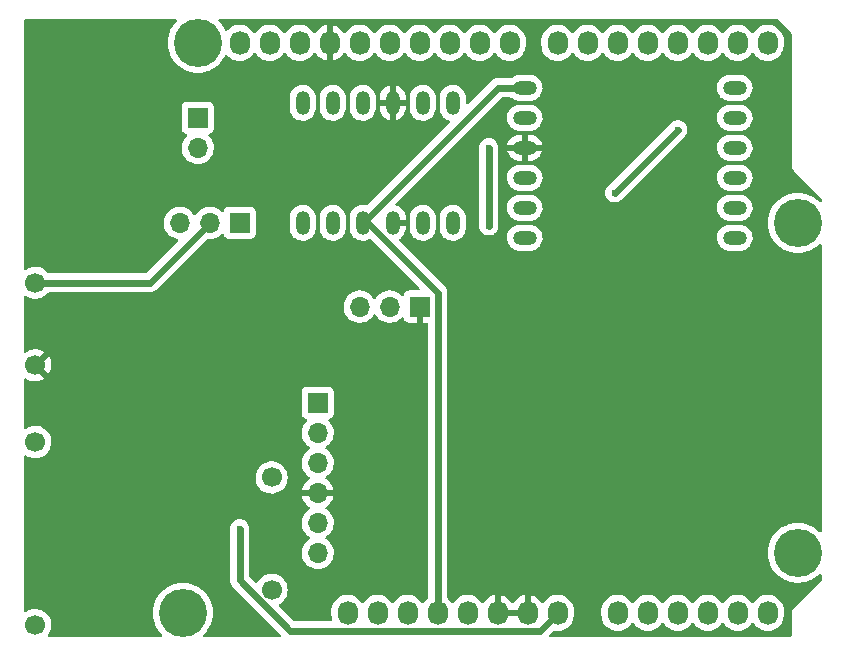
<source format=gbl>
G04 #@! TF.GenerationSoftware,KiCad,Pcbnew,6.0.2-378541a8eb~116~ubuntu20.04.1*
G04 #@! TF.CreationDate,2022-02-14T16:30:41-08:00*
G04 #@! TF.ProjectId,Air_Bearing_PCB,4169725f-4265-4617-9269-6e675f504342,rev?*
G04 #@! TF.SameCoordinates,Original*
G04 #@! TF.FileFunction,Copper,L2,Bot*
G04 #@! TF.FilePolarity,Positive*
%FSLAX46Y46*%
G04 Gerber Fmt 4.6, Leading zero omitted, Abs format (unit mm)*
G04 Created by KiCad (PCBNEW 6.0.2-378541a8eb~116~ubuntu20.04.1) date 2022-02-14 16:30:41*
%MOMM*%
%LPD*%
G01*
G04 APERTURE LIST*
G04 #@! TA.AperFunction,ComponentPad*
%ADD10O,1.727200X2.032000*%
G04 #@! TD*
G04 #@! TA.AperFunction,ComponentPad*
%ADD11C,4.064000*%
G04 #@! TD*
G04 #@! TA.AperFunction,ComponentPad*
%ADD12R,1.700000X1.700000*%
G04 #@! TD*
G04 #@! TA.AperFunction,ComponentPad*
%ADD13O,1.700000X1.700000*%
G04 #@! TD*
G04 #@! TA.AperFunction,ComponentPad*
%ADD14O,1.200000X2.000000*%
G04 #@! TD*
G04 #@! TA.AperFunction,ComponentPad*
%ADD15C,1.700000*%
G04 #@! TD*
G04 #@! TA.AperFunction,ComponentPad*
%ADD16O,2.000000X1.200000*%
G04 #@! TD*
G04 #@! TA.AperFunction,ViaPad*
%ADD17C,0.600000*%
G04 #@! TD*
G04 #@! TA.AperFunction,Conductor*
%ADD18C,0.600000*%
G04 #@! TD*
G04 APERTURE END LIST*
D10*
G04 #@! TO.P,P1,1,Pin_1*
G04 #@! TO.N,unconnected-(P1-Pad1)*
X138938000Y-123825000D03*
G04 #@! TO.P,P1,2,Pin_2*
G04 #@! TO.N,/IOREF*
X141478000Y-123825000D03*
G04 #@! TO.P,P1,3,Pin_3*
G04 #@! TO.N,/Reset*
X144018000Y-123825000D03*
G04 #@! TO.P,P1,4,Pin_4*
G04 #@! TO.N,+3V3*
X146558000Y-123825000D03*
G04 #@! TO.P,P1,5,Pin_5*
G04 #@! TO.N,+5V*
X149098000Y-123825000D03*
G04 #@! TO.P,P1,6,Pin_6*
G04 #@! TO.N,GND*
X151638000Y-123825000D03*
G04 #@! TO.P,P1,7,Pin_7*
X154178000Y-123825000D03*
G04 #@! TO.P,P1,8,Pin_8*
G04 #@! TO.N,/Vin*
X156718000Y-123825000D03*
G04 #@! TD*
G04 #@! TO.P,P2,1,Pin_1*
G04 #@! TO.N,/A0*
X161798000Y-123825000D03*
G04 #@! TO.P,P2,2,Pin_2*
G04 #@! TO.N,/A1*
X164338000Y-123825000D03*
G04 #@! TO.P,P2,3,Pin_3*
G04 #@! TO.N,/A2*
X166878000Y-123825000D03*
G04 #@! TO.P,P2,4,Pin_4*
G04 #@! TO.N,/A3*
X169418000Y-123825000D03*
G04 #@! TO.P,P2,5,Pin_5*
G04 #@! TO.N,/A4(SDA)*
X171958000Y-123825000D03*
G04 #@! TO.P,P2,6,Pin_6*
G04 #@! TO.N,/A5(SCL)*
X174498000Y-123825000D03*
G04 #@! TD*
G04 #@! TO.P,P3,1,Pin_1*
G04 #@! TO.N,/A5(SCL)(2)*
X129794000Y-75565000D03*
G04 #@! TO.P,P3,2,Pin_2*
G04 #@! TO.N,/A4(SDA)(2)*
X132334000Y-75565000D03*
G04 #@! TO.P,P3,3,Pin_3*
G04 #@! TO.N,/AREF*
X134874000Y-75565000D03*
G04 #@! TO.P,P3,4,Pin_4*
G04 #@! TO.N,GND*
X137414000Y-75565000D03*
G04 #@! TO.P,P3,5,Pin_5*
G04 #@! TO.N,/13(SCK)*
X139954000Y-75565000D03*
G04 #@! TO.P,P3,6,Pin_6*
G04 #@! TO.N,/12(MISO)*
X142494000Y-75565000D03*
G04 #@! TO.P,P3,7,Pin_7*
G04 #@! TO.N,/11(\u002A\u002A{slash}MOSI)*
X145034000Y-75565000D03*
G04 #@! TO.P,P3,8,Pin_8*
G04 #@! TO.N,/10(\u002A\u002A{slash}SS)*
X147574000Y-75565000D03*
G04 #@! TO.P,P3,9,Pin_9*
G04 #@! TO.N,/9(\u002A\u002A)*
X150114000Y-75565000D03*
G04 #@! TO.P,P3,10,Pin_10*
G04 #@! TO.N,/8*
X152654000Y-75565000D03*
G04 #@! TD*
G04 #@! TO.P,P4,1,Pin_1*
G04 #@! TO.N,/7*
X156718000Y-75565000D03*
G04 #@! TO.P,P4,2,Pin_2*
G04 #@! TO.N,/6(\u002A\u002A)*
X159258000Y-75565000D03*
G04 #@! TO.P,P4,3,Pin_3*
G04 #@! TO.N,/5(\u002A\u002A)*
X161798000Y-75565000D03*
G04 #@! TO.P,P4,4,Pin_4*
G04 #@! TO.N,/4*
X164338000Y-75565000D03*
G04 #@! TO.P,P4,5,Pin_5*
G04 #@! TO.N,/3(\u002A\u002A)*
X166878000Y-75565000D03*
G04 #@! TO.P,P4,6,Pin_6*
G04 #@! TO.N,/2*
X169418000Y-75565000D03*
G04 #@! TO.P,P4,7,Pin_7*
G04 #@! TO.N,/1(Tx)*
X171958000Y-75565000D03*
G04 #@! TO.P,P4,8,Pin_8*
G04 #@! TO.N,/0(Rx)*
X174498000Y-75565000D03*
G04 #@! TD*
D11*
G04 #@! TO.P,P5,1,Pin_1*
G04 #@! TO.N,unconnected-(P5-Pad1)*
X124968000Y-123825000D03*
G04 #@! TD*
G04 #@! TO.P,P6,1,Pin_1*
G04 #@! TO.N,unconnected-(P6-Pad1)*
X177038000Y-118745000D03*
G04 #@! TD*
G04 #@! TO.P,P7,1,Pin_1*
G04 #@! TO.N,unconnected-(P7-Pad1)*
X126238000Y-75565000D03*
G04 #@! TD*
G04 #@! TO.P,P8,1,Pin_1*
G04 #@! TO.N,unconnected-(P8-Pad1)*
X177038000Y-90805000D03*
G04 #@! TD*
D12*
G04 #@! TO.P,J3,1,Pin_1*
G04 #@! TO.N,unconnected-(J3-Pad1)*
X136398000Y-106045000D03*
D13*
G04 #@! TO.P,J3,2,Pin_2*
G04 #@! TO.N,/HC-06_RX*
X136398000Y-108585000D03*
G04 #@! TO.P,J3,3,Pin_3*
G04 #@! TO.N,/8*
X136398000Y-111125000D03*
G04 #@! TO.P,J3,4,Pin_4*
G04 #@! TO.N,GND*
X136398000Y-113665000D03*
G04 #@! TO.P,J3,5,Pin_5*
G04 #@! TO.N,+5V*
X136398000Y-116205000D03*
G04 #@! TO.P,J3,6,Pin_6*
G04 #@! TO.N,unconnected-(J3-Pad6)*
X136398000Y-118745000D03*
G04 #@! TD*
D12*
G04 #@! TO.P,J2,1,Pin_1*
G04 #@! TO.N,Net-(J2-Pad1)*
X126238000Y-81915000D03*
D13*
G04 #@! TO.P,J2,2,Pin_2*
G04 #@! TO.N,Net-(J2-Pad2)*
X126238000Y-84455000D03*
G04 #@! TD*
D14*
G04 #@! TO.P,U2,1,LV1*
G04 #@! TO.N,/3.3V_SCL*
X135128000Y-90805000D03*
G04 #@! TO.P,U2,2,LV2*
G04 #@! TO.N,/3.3V_SDA*
X137668000Y-90805000D03*
G04 #@! TO.P,U2,3,LV*
G04 #@! TO.N,+3V3*
X140208000Y-90805000D03*
G04 #@! TO.P,U2,4,GND*
G04 #@! TO.N,GND*
X142748000Y-90805000D03*
G04 #@! TO.P,U2,5,LV3*
G04 #@! TO.N,unconnected-(U2-Pad5)*
X145288000Y-90805000D03*
G04 #@! TO.P,U2,6,LV4*
G04 #@! TO.N,/HC-06_RX*
X147828000Y-90805000D03*
G04 #@! TO.P,U2,7,HV4*
G04 #@! TO.N,/9(\u002A\u002A)*
X147828000Y-80645000D03*
G04 #@! TO.P,U2,8,HV3*
G04 #@! TO.N,unconnected-(U2-Pad8)*
X145288000Y-80645000D03*
G04 #@! TO.P,U2,9,GND*
G04 #@! TO.N,GND*
X142748000Y-80645000D03*
G04 #@! TO.P,U2,10,HV*
G04 #@! TO.N,+5V*
X140208000Y-80645000D03*
G04 #@! TO.P,U2,11,HV2*
G04 #@! TO.N,/A4(SDA)(2)*
X137668000Y-80645000D03*
G04 #@! TO.P,U2,12,HV1*
G04 #@! TO.N,/A5(SCL)(2)*
X135128000Y-80645000D03*
G04 #@! TD*
D12*
G04 #@! TO.P,SW1,1,A*
G04 #@! TO.N,/Vin*
X129794000Y-90805000D03*
D13*
G04 #@! TO.P,SW1,2,B*
G04 #@! TO.N,Net-(SW1-Pad2)*
X127254000Y-90805000D03*
G04 #@! TO.P,SW1,3,C*
G04 #@! TO.N,unconnected-(SW1-Pad3)*
X124714000Y-90805000D03*
G04 #@! TD*
D12*
G04 #@! TO.P,J1,1,Pin_1*
G04 #@! TO.N,GND*
X145034000Y-97892000D03*
D13*
G04 #@! TO.P,J1,2,Pin_2*
G04 #@! TO.N,/3.3V_SCL*
X142494000Y-97892000D03*
G04 #@! TO.P,J1,3,Pin_3*
G04 #@! TO.N,/3.3V_SDA*
X139954000Y-97892000D03*
G04 #@! TD*
D15*
G04 #@! TO.P,U1,1,+*
G04 #@! TO.N,unconnected-(U1-Pad1)*
X112498000Y-109365000D03*
G04 #@! TO.P,U1,2,-*
G04 #@! TO.N,unconnected-(U1-Pad2)*
X112498000Y-124865000D03*
G04 #@! TO.P,U1,3,OUT-*
G04 #@! TO.N,GND*
X112498000Y-102865000D03*
G04 #@! TO.P,U1,4,B-*
G04 #@! TO.N,Net-(J2-Pad2)*
X132498000Y-121865000D03*
G04 #@! TO.P,U1,5,B+*
G04 #@! TO.N,Net-(J2-Pad1)*
X132498000Y-112365000D03*
G04 #@! TO.P,U1,6,OUT+*
G04 #@! TO.N,Net-(SW1-Pad2)*
X112498000Y-95865000D03*
G04 #@! TD*
D16*
G04 #@! TO.P,U3,1,VIN*
G04 #@! TO.N,+3V3*
X153924000Y-79375000D03*
G04 #@! TO.P,U3,2,3Vo*
G04 #@! TO.N,unconnected-(U3-Pad2)*
X153924000Y-81915000D03*
G04 #@! TO.P,U3,3,GND*
G04 #@! TO.N,GND*
X153924000Y-84455000D03*
G04 #@! TO.P,U3,4,SCL*
G04 #@! TO.N,/3.3V_SCL*
X153924000Y-86995000D03*
G04 #@! TO.P,U3,5,SDA*
G04 #@! TO.N,/3.3V_SDA*
X153924000Y-89535000D03*
G04 #@! TO.P,U3,6,INT*
G04 #@! TO.N,/3(\u002A\u002A)*
X153924000Y-92075000D03*
G04 #@! TO.P,U3,7,CS*
G04 #@! TO.N,unconnected-(U3-Pad7)*
X171704000Y-92075000D03*
G04 #@! TO.P,U3,8,DI*
G04 #@! TO.N,unconnected-(U3-Pad8)*
X171704000Y-89535000D03*
G04 #@! TO.P,U3,9,RST*
G04 #@! TO.N,Net-(JP1-Pad1)*
X171704000Y-86995000D03*
G04 #@! TO.P,U3,10,P1*
G04 #@! TO.N,unconnected-(U3-Pad10)*
X171704000Y-84455000D03*
G04 #@! TO.P,U3,11,P0*
G04 #@! TO.N,unconnected-(U3-Pad11)*
X171704000Y-81915000D03*
G04 #@! TO.P,U3,12,BT*
G04 #@! TO.N,unconnected-(U3-Pad12)*
X171704000Y-79375000D03*
G04 #@! TD*
D17*
G04 #@! TO.N,/Vin*
X129794000Y-116713000D03*
G04 #@! TO.N,/8*
X150876000Y-84455000D03*
X150876000Y-91059000D03*
G04 #@! TO.N,/3(\u002A\u002A)*
X166878000Y-82931000D03*
X161544000Y-88265000D03*
G04 #@! TD*
D18*
G04 #@! TO.N,/Vin*
X129794000Y-116713000D02*
X129794000Y-121069498D01*
X129794000Y-121069498D02*
X134065022Y-125340520D01*
X134065022Y-125340520D02*
X155202480Y-125340520D01*
X155202480Y-125340520D02*
X156718000Y-123825000D01*
G04 #@! TO.N,/8*
X150876000Y-84963000D02*
X150876000Y-84455000D01*
X150876000Y-91059000D02*
X150876000Y-84963000D01*
G04 #@! TO.N,/3(\u002A\u002A)*
X166878000Y-82931000D02*
X161544000Y-88265000D01*
G04 #@! TO.N,+3V3*
X151638000Y-79375000D02*
X153924000Y-79375000D01*
X140208000Y-90805000D02*
X151638000Y-79375000D01*
X146558000Y-123825000D02*
X146558000Y-96716978D01*
X146558000Y-96716978D02*
X140646022Y-90805000D01*
X140646022Y-90805000D02*
X140208000Y-90805000D01*
G04 #@! TO.N,Net-(SW1-Pad2)*
X112498000Y-95865000D02*
X122194000Y-95865000D01*
X122194000Y-95865000D02*
X127254000Y-90805000D01*
G04 #@! TD*
G04 #@! TA.AperFunction,Conductor*
G04 #@! TO.N,GND*
G36*
X124440529Y-73553002D02*
G01*
X124487022Y-73606658D01*
X124497126Y-73676932D01*
X124467632Y-73741512D01*
X124458661Y-73750850D01*
X124382394Y-73822470D01*
X124178629Y-74068779D01*
X124176505Y-74072126D01*
X124176502Y-74072130D01*
X124125981Y-74151738D01*
X124007341Y-74338685D01*
X124005657Y-74342264D01*
X124005653Y-74342271D01*
X123902875Y-74560687D01*
X123871233Y-74627930D01*
X123870007Y-74631702D01*
X123870007Y-74631703D01*
X123868107Y-74637551D01*
X123772449Y-74931954D01*
X123712549Y-75245961D01*
X123692477Y-75565000D01*
X123712549Y-75884039D01*
X123772449Y-76198046D01*
X123773676Y-76201822D01*
X123868201Y-76492737D01*
X123871233Y-76502070D01*
X123872920Y-76505656D01*
X123872922Y-76505660D01*
X124005653Y-76787729D01*
X124005657Y-76787736D01*
X124007341Y-76791315D01*
X124009465Y-76794661D01*
X124009465Y-76794662D01*
X124169914Y-77047488D01*
X124178629Y-77061221D01*
X124382394Y-77307530D01*
X124615423Y-77526359D01*
X124874041Y-77714256D01*
X125154169Y-77868258D01*
X125316083Y-77932364D01*
X125447707Y-77984478D01*
X125447710Y-77984479D01*
X125451390Y-77985936D01*
X125455224Y-77986920D01*
X125455232Y-77986923D01*
X125647153Y-78036200D01*
X125761017Y-78065435D01*
X125764945Y-78065931D01*
X125764949Y-78065932D01*
X125890642Y-78081810D01*
X126078165Y-78105500D01*
X126397835Y-78105500D01*
X126585358Y-78081810D01*
X126711051Y-78065932D01*
X126711055Y-78065931D01*
X126714983Y-78065435D01*
X126828847Y-78036200D01*
X127020768Y-77986923D01*
X127020776Y-77986920D01*
X127024610Y-77985936D01*
X127028290Y-77984479D01*
X127028293Y-77984478D01*
X127159917Y-77932364D01*
X127321831Y-77868258D01*
X127601959Y-77714256D01*
X127860577Y-77526359D01*
X128093606Y-77307530D01*
X128297371Y-77061221D01*
X128306087Y-77047488D01*
X128466535Y-76794662D01*
X128466535Y-76794661D01*
X128468659Y-76791315D01*
X128470343Y-76787736D01*
X128470347Y-76787729D01*
X128540177Y-76639332D01*
X128587280Y-76586211D01*
X128655625Y-76566988D01*
X128723512Y-76587767D01*
X128745355Y-76606008D01*
X128881532Y-76748758D01*
X129068350Y-76887754D01*
X129073102Y-76890170D01*
X129270244Y-76990402D01*
X129275916Y-76993286D01*
X129387106Y-77027811D01*
X129493193Y-77060753D01*
X129493199Y-77060754D01*
X129498296Y-77062337D01*
X129622660Y-77078820D01*
X129723848Y-77092232D01*
X129723852Y-77092232D01*
X129729132Y-77092932D01*
X129734462Y-77092732D01*
X129734463Y-77092732D01*
X129845477Y-77088564D01*
X129961822Y-77084197D01*
X130066005Y-77062337D01*
X130184486Y-77037477D01*
X130184489Y-77037476D01*
X130189713Y-77036380D01*
X130406290Y-76950850D01*
X130605359Y-76830051D01*
X130609855Y-76826150D01*
X130777197Y-76680939D01*
X130777199Y-76680937D01*
X130781230Y-76677439D01*
X130784613Y-76673313D01*
X130784617Y-76673309D01*
X130883776Y-76552374D01*
X130928872Y-76497376D01*
X130954845Y-76451748D01*
X131005927Y-76402442D01*
X131075558Y-76388580D01*
X131141629Y-76414563D01*
X131168867Y-76443713D01*
X131260804Y-76580272D01*
X131264483Y-76584129D01*
X131264485Y-76584131D01*
X131349223Y-76672959D01*
X131421532Y-76748758D01*
X131608350Y-76887754D01*
X131613102Y-76890170D01*
X131810244Y-76990402D01*
X131815916Y-76993286D01*
X131927106Y-77027811D01*
X132033193Y-77060753D01*
X132033199Y-77060754D01*
X132038296Y-77062337D01*
X132162660Y-77078820D01*
X132263848Y-77092232D01*
X132263852Y-77092232D01*
X132269132Y-77092932D01*
X132274462Y-77092732D01*
X132274463Y-77092732D01*
X132385477Y-77088564D01*
X132501822Y-77084197D01*
X132606005Y-77062337D01*
X132724486Y-77037477D01*
X132724489Y-77037476D01*
X132729713Y-77036380D01*
X132946290Y-76950850D01*
X133145359Y-76830051D01*
X133149855Y-76826150D01*
X133317197Y-76680939D01*
X133317199Y-76680937D01*
X133321230Y-76677439D01*
X133324613Y-76673313D01*
X133324617Y-76673309D01*
X133423776Y-76552374D01*
X133468872Y-76497376D01*
X133494845Y-76451748D01*
X133545927Y-76402442D01*
X133615558Y-76388580D01*
X133681629Y-76414563D01*
X133708867Y-76443713D01*
X133800804Y-76580272D01*
X133804483Y-76584129D01*
X133804485Y-76584131D01*
X133889223Y-76672959D01*
X133961532Y-76748758D01*
X134148350Y-76887754D01*
X134153102Y-76890170D01*
X134350244Y-76990402D01*
X134355916Y-76993286D01*
X134467106Y-77027811D01*
X134573193Y-77060753D01*
X134573199Y-77060754D01*
X134578296Y-77062337D01*
X134702660Y-77078820D01*
X134803848Y-77092232D01*
X134803852Y-77092232D01*
X134809132Y-77092932D01*
X134814462Y-77092732D01*
X134814463Y-77092732D01*
X134925477Y-77088564D01*
X135041822Y-77084197D01*
X135146005Y-77062337D01*
X135264486Y-77037477D01*
X135264489Y-77037476D01*
X135269713Y-77036380D01*
X135486290Y-76950850D01*
X135685359Y-76830051D01*
X135689855Y-76826150D01*
X135857197Y-76680939D01*
X135857199Y-76680937D01*
X135861230Y-76677439D01*
X135864613Y-76673313D01*
X135864617Y-76673309D01*
X135963776Y-76552374D01*
X136008872Y-76497376D01*
X136035122Y-76451261D01*
X136086202Y-76401956D01*
X136155832Y-76388094D01*
X136221904Y-76414077D01*
X136249143Y-76443227D01*
X136338215Y-76575530D01*
X136344876Y-76583816D01*
X136498180Y-76744520D01*
X136506148Y-76751569D01*
X136684336Y-76884144D01*
X136693366Y-76889743D01*
X136891347Y-76990402D01*
X136901208Y-76994405D01*
X137113301Y-77060263D01*
X137123696Y-77062548D01*
X137142041Y-77064980D01*
X137156208Y-77062783D01*
X137160000Y-77049599D01*
X137160000Y-77047488D01*
X137668000Y-77047488D01*
X137671973Y-77061019D01*
X137682580Y-77062544D01*
X137804343Y-77036996D01*
X137814539Y-77033936D01*
X138021097Y-76952363D01*
X138030634Y-76947629D01*
X138220503Y-76832414D01*
X138229093Y-76826150D01*
X138396837Y-76680589D01*
X138404257Y-76672959D01*
X138545073Y-76501220D01*
X138551102Y-76492449D01*
X138574533Y-76451285D01*
X138625615Y-76401978D01*
X138695245Y-76388116D01*
X138761316Y-76414099D01*
X138788555Y-76443249D01*
X138880804Y-76580272D01*
X138884483Y-76584129D01*
X138884485Y-76584131D01*
X138969223Y-76672959D01*
X139041532Y-76748758D01*
X139228350Y-76887754D01*
X139233102Y-76890170D01*
X139430244Y-76990402D01*
X139435916Y-76993286D01*
X139547106Y-77027811D01*
X139653193Y-77060753D01*
X139653199Y-77060754D01*
X139658296Y-77062337D01*
X139782660Y-77078820D01*
X139883848Y-77092232D01*
X139883852Y-77092232D01*
X139889132Y-77092932D01*
X139894462Y-77092732D01*
X139894463Y-77092732D01*
X140005477Y-77088564D01*
X140121822Y-77084197D01*
X140226005Y-77062337D01*
X140344486Y-77037477D01*
X140344489Y-77037476D01*
X140349713Y-77036380D01*
X140566290Y-76950850D01*
X140765359Y-76830051D01*
X140769855Y-76826150D01*
X140937197Y-76680939D01*
X140937199Y-76680937D01*
X140941230Y-76677439D01*
X140944613Y-76673313D01*
X140944617Y-76673309D01*
X141043776Y-76552374D01*
X141088872Y-76497376D01*
X141114845Y-76451748D01*
X141165927Y-76402442D01*
X141235558Y-76388580D01*
X141301629Y-76414563D01*
X141328867Y-76443713D01*
X141420804Y-76580272D01*
X141424483Y-76584129D01*
X141424485Y-76584131D01*
X141509223Y-76672959D01*
X141581532Y-76748758D01*
X141768350Y-76887754D01*
X141773102Y-76890170D01*
X141970244Y-76990402D01*
X141975916Y-76993286D01*
X142087106Y-77027811D01*
X142193193Y-77060753D01*
X142193199Y-77060754D01*
X142198296Y-77062337D01*
X142322660Y-77078820D01*
X142423848Y-77092232D01*
X142423852Y-77092232D01*
X142429132Y-77092932D01*
X142434462Y-77092732D01*
X142434463Y-77092732D01*
X142545477Y-77088564D01*
X142661822Y-77084197D01*
X142766005Y-77062337D01*
X142884486Y-77037477D01*
X142884489Y-77037476D01*
X142889713Y-77036380D01*
X143106290Y-76950850D01*
X143305359Y-76830051D01*
X143309855Y-76826150D01*
X143477197Y-76680939D01*
X143477199Y-76680937D01*
X143481230Y-76677439D01*
X143484613Y-76673313D01*
X143484617Y-76673309D01*
X143583776Y-76552374D01*
X143628872Y-76497376D01*
X143654845Y-76451748D01*
X143705927Y-76402442D01*
X143775558Y-76388580D01*
X143841629Y-76414563D01*
X143868867Y-76443713D01*
X143960804Y-76580272D01*
X143964483Y-76584129D01*
X143964485Y-76584131D01*
X144049223Y-76672959D01*
X144121532Y-76748758D01*
X144308350Y-76887754D01*
X144313102Y-76890170D01*
X144510244Y-76990402D01*
X144515916Y-76993286D01*
X144627106Y-77027811D01*
X144733193Y-77060753D01*
X144733199Y-77060754D01*
X144738296Y-77062337D01*
X144862660Y-77078820D01*
X144963848Y-77092232D01*
X144963852Y-77092232D01*
X144969132Y-77092932D01*
X144974462Y-77092732D01*
X144974463Y-77092732D01*
X145085477Y-77088564D01*
X145201822Y-77084197D01*
X145306005Y-77062337D01*
X145424486Y-77037477D01*
X145424489Y-77037476D01*
X145429713Y-77036380D01*
X145646290Y-76950850D01*
X145845359Y-76830051D01*
X145849855Y-76826150D01*
X146017197Y-76680939D01*
X146017199Y-76680937D01*
X146021230Y-76677439D01*
X146024613Y-76673313D01*
X146024617Y-76673309D01*
X146123776Y-76552374D01*
X146168872Y-76497376D01*
X146194845Y-76451748D01*
X146245927Y-76402442D01*
X146315558Y-76388580D01*
X146381629Y-76414563D01*
X146408867Y-76443713D01*
X146500804Y-76580272D01*
X146504483Y-76584129D01*
X146504485Y-76584131D01*
X146589223Y-76672959D01*
X146661532Y-76748758D01*
X146848350Y-76887754D01*
X146853102Y-76890170D01*
X147050244Y-76990402D01*
X147055916Y-76993286D01*
X147167106Y-77027811D01*
X147273193Y-77060753D01*
X147273199Y-77060754D01*
X147278296Y-77062337D01*
X147402660Y-77078820D01*
X147503848Y-77092232D01*
X147503852Y-77092232D01*
X147509132Y-77092932D01*
X147514462Y-77092732D01*
X147514463Y-77092732D01*
X147625477Y-77088564D01*
X147741822Y-77084197D01*
X147846005Y-77062337D01*
X147964486Y-77037477D01*
X147964489Y-77037476D01*
X147969713Y-77036380D01*
X148186290Y-76950850D01*
X148385359Y-76830051D01*
X148389855Y-76826150D01*
X148557197Y-76680939D01*
X148557199Y-76680937D01*
X148561230Y-76677439D01*
X148564613Y-76673313D01*
X148564617Y-76673309D01*
X148663776Y-76552374D01*
X148708872Y-76497376D01*
X148734845Y-76451748D01*
X148785927Y-76402442D01*
X148855558Y-76388580D01*
X148921629Y-76414563D01*
X148948867Y-76443713D01*
X149040804Y-76580272D01*
X149044483Y-76584129D01*
X149044485Y-76584131D01*
X149129223Y-76672959D01*
X149201532Y-76748758D01*
X149388350Y-76887754D01*
X149393102Y-76890170D01*
X149590244Y-76990402D01*
X149595916Y-76993286D01*
X149707106Y-77027811D01*
X149813193Y-77060753D01*
X149813199Y-77060754D01*
X149818296Y-77062337D01*
X149942660Y-77078820D01*
X150043848Y-77092232D01*
X150043852Y-77092232D01*
X150049132Y-77092932D01*
X150054462Y-77092732D01*
X150054463Y-77092732D01*
X150165477Y-77088564D01*
X150281822Y-77084197D01*
X150386005Y-77062337D01*
X150504486Y-77037477D01*
X150504489Y-77037476D01*
X150509713Y-77036380D01*
X150726290Y-76950850D01*
X150925359Y-76830051D01*
X150929855Y-76826150D01*
X151097197Y-76680939D01*
X151097199Y-76680937D01*
X151101230Y-76677439D01*
X151104613Y-76673313D01*
X151104617Y-76673309D01*
X151203776Y-76552374D01*
X151248872Y-76497376D01*
X151274845Y-76451748D01*
X151325927Y-76402442D01*
X151395558Y-76388580D01*
X151461629Y-76414563D01*
X151488867Y-76443713D01*
X151580804Y-76580272D01*
X151584483Y-76584129D01*
X151584485Y-76584131D01*
X151669223Y-76672959D01*
X151741532Y-76748758D01*
X151928350Y-76887754D01*
X151933102Y-76890170D01*
X152130244Y-76990402D01*
X152135916Y-76993286D01*
X152247106Y-77027811D01*
X152353193Y-77060753D01*
X152353199Y-77060754D01*
X152358296Y-77062337D01*
X152482660Y-77078820D01*
X152583848Y-77092232D01*
X152583852Y-77092232D01*
X152589132Y-77092932D01*
X152594462Y-77092732D01*
X152594463Y-77092732D01*
X152705477Y-77088564D01*
X152821822Y-77084197D01*
X152926005Y-77062337D01*
X153044486Y-77037477D01*
X153044489Y-77037476D01*
X153049713Y-77036380D01*
X153266290Y-76950850D01*
X153465359Y-76830051D01*
X153469855Y-76826150D01*
X153637197Y-76680939D01*
X153637199Y-76680937D01*
X153641230Y-76677439D01*
X153644613Y-76673313D01*
X153644617Y-76673309D01*
X153743776Y-76552374D01*
X153788872Y-76497376D01*
X153819696Y-76443227D01*
X153901422Y-76299654D01*
X153904065Y-76295011D01*
X153924239Y-76239435D01*
X153981695Y-76081146D01*
X153981696Y-76081142D01*
X153983515Y-76076131D01*
X154024950Y-75846993D01*
X154026100Y-75822606D01*
X154026100Y-75775868D01*
X155345900Y-75775868D01*
X155360626Y-75949420D01*
X155361964Y-75954577D01*
X155361965Y-75954580D01*
X155394816Y-76081146D01*
X155419125Y-76174806D01*
X155421317Y-76179672D01*
X155421318Y-76179675D01*
X155429594Y-76198046D01*
X155514762Y-76387113D01*
X155644804Y-76580272D01*
X155648483Y-76584129D01*
X155648485Y-76584131D01*
X155733223Y-76672959D01*
X155805532Y-76748758D01*
X155992350Y-76887754D01*
X155997102Y-76890170D01*
X156194244Y-76990402D01*
X156199916Y-76993286D01*
X156311106Y-77027811D01*
X156417193Y-77060753D01*
X156417199Y-77060754D01*
X156422296Y-77062337D01*
X156546660Y-77078820D01*
X156647848Y-77092232D01*
X156647852Y-77092232D01*
X156653132Y-77092932D01*
X156658462Y-77092732D01*
X156658463Y-77092732D01*
X156769477Y-77088564D01*
X156885822Y-77084197D01*
X156990005Y-77062337D01*
X157108486Y-77037477D01*
X157108489Y-77037476D01*
X157113713Y-77036380D01*
X157330290Y-76950850D01*
X157529359Y-76830051D01*
X157533855Y-76826150D01*
X157701197Y-76680939D01*
X157701199Y-76680937D01*
X157705230Y-76677439D01*
X157708613Y-76673313D01*
X157708617Y-76673309D01*
X157807776Y-76552374D01*
X157852872Y-76497376D01*
X157878845Y-76451748D01*
X157929927Y-76402442D01*
X157999558Y-76388580D01*
X158065629Y-76414563D01*
X158092867Y-76443713D01*
X158184804Y-76580272D01*
X158188483Y-76584129D01*
X158188485Y-76584131D01*
X158273223Y-76672959D01*
X158345532Y-76748758D01*
X158532350Y-76887754D01*
X158537102Y-76890170D01*
X158734244Y-76990402D01*
X158739916Y-76993286D01*
X158851106Y-77027811D01*
X158957193Y-77060753D01*
X158957199Y-77060754D01*
X158962296Y-77062337D01*
X159086660Y-77078820D01*
X159187848Y-77092232D01*
X159187852Y-77092232D01*
X159193132Y-77092932D01*
X159198462Y-77092732D01*
X159198463Y-77092732D01*
X159309477Y-77088564D01*
X159425822Y-77084197D01*
X159530005Y-77062337D01*
X159648486Y-77037477D01*
X159648489Y-77037476D01*
X159653713Y-77036380D01*
X159870290Y-76950850D01*
X160069359Y-76830051D01*
X160073855Y-76826150D01*
X160241197Y-76680939D01*
X160241199Y-76680937D01*
X160245230Y-76677439D01*
X160248613Y-76673313D01*
X160248617Y-76673309D01*
X160347776Y-76552374D01*
X160392872Y-76497376D01*
X160418845Y-76451748D01*
X160469927Y-76402442D01*
X160539558Y-76388580D01*
X160605629Y-76414563D01*
X160632867Y-76443713D01*
X160724804Y-76580272D01*
X160728483Y-76584129D01*
X160728485Y-76584131D01*
X160813223Y-76672959D01*
X160885532Y-76748758D01*
X161072350Y-76887754D01*
X161077102Y-76890170D01*
X161274244Y-76990402D01*
X161279916Y-76993286D01*
X161391106Y-77027811D01*
X161497193Y-77060753D01*
X161497199Y-77060754D01*
X161502296Y-77062337D01*
X161626660Y-77078820D01*
X161727848Y-77092232D01*
X161727852Y-77092232D01*
X161733132Y-77092932D01*
X161738462Y-77092732D01*
X161738463Y-77092732D01*
X161849477Y-77088564D01*
X161965822Y-77084197D01*
X162070005Y-77062337D01*
X162188486Y-77037477D01*
X162188489Y-77037476D01*
X162193713Y-77036380D01*
X162410290Y-76950850D01*
X162609359Y-76830051D01*
X162613855Y-76826150D01*
X162781197Y-76680939D01*
X162781199Y-76680937D01*
X162785230Y-76677439D01*
X162788613Y-76673313D01*
X162788617Y-76673309D01*
X162887776Y-76552374D01*
X162932872Y-76497376D01*
X162958845Y-76451748D01*
X163009927Y-76402442D01*
X163079558Y-76388580D01*
X163145629Y-76414563D01*
X163172867Y-76443713D01*
X163264804Y-76580272D01*
X163268483Y-76584129D01*
X163268485Y-76584131D01*
X163353223Y-76672959D01*
X163425532Y-76748758D01*
X163612350Y-76887754D01*
X163617102Y-76890170D01*
X163814244Y-76990402D01*
X163819916Y-76993286D01*
X163931106Y-77027811D01*
X164037193Y-77060753D01*
X164037199Y-77060754D01*
X164042296Y-77062337D01*
X164166660Y-77078820D01*
X164267848Y-77092232D01*
X164267852Y-77092232D01*
X164273132Y-77092932D01*
X164278462Y-77092732D01*
X164278463Y-77092732D01*
X164389477Y-77088564D01*
X164505822Y-77084197D01*
X164610005Y-77062337D01*
X164728486Y-77037477D01*
X164728489Y-77037476D01*
X164733713Y-77036380D01*
X164950290Y-76950850D01*
X165149359Y-76830051D01*
X165153855Y-76826150D01*
X165321197Y-76680939D01*
X165321199Y-76680937D01*
X165325230Y-76677439D01*
X165328613Y-76673313D01*
X165328617Y-76673309D01*
X165427776Y-76552374D01*
X165472872Y-76497376D01*
X165498845Y-76451748D01*
X165549927Y-76402442D01*
X165619558Y-76388580D01*
X165685629Y-76414563D01*
X165712867Y-76443713D01*
X165804804Y-76580272D01*
X165808483Y-76584129D01*
X165808485Y-76584131D01*
X165893223Y-76672959D01*
X165965532Y-76748758D01*
X166152350Y-76887754D01*
X166157102Y-76890170D01*
X166354244Y-76990402D01*
X166359916Y-76993286D01*
X166471106Y-77027811D01*
X166577193Y-77060753D01*
X166577199Y-77060754D01*
X166582296Y-77062337D01*
X166706660Y-77078820D01*
X166807848Y-77092232D01*
X166807852Y-77092232D01*
X166813132Y-77092932D01*
X166818462Y-77092732D01*
X166818463Y-77092732D01*
X166929477Y-77088564D01*
X167045822Y-77084197D01*
X167150005Y-77062337D01*
X167268486Y-77037477D01*
X167268489Y-77037476D01*
X167273713Y-77036380D01*
X167490290Y-76950850D01*
X167689359Y-76830051D01*
X167693855Y-76826150D01*
X167861197Y-76680939D01*
X167861199Y-76680937D01*
X167865230Y-76677439D01*
X167868613Y-76673313D01*
X167868617Y-76673309D01*
X167967776Y-76552374D01*
X168012872Y-76497376D01*
X168038845Y-76451748D01*
X168089927Y-76402442D01*
X168159558Y-76388580D01*
X168225629Y-76414563D01*
X168252867Y-76443713D01*
X168344804Y-76580272D01*
X168348483Y-76584129D01*
X168348485Y-76584131D01*
X168433223Y-76672959D01*
X168505532Y-76748758D01*
X168692350Y-76887754D01*
X168697102Y-76890170D01*
X168894244Y-76990402D01*
X168899916Y-76993286D01*
X169011106Y-77027811D01*
X169117193Y-77060753D01*
X169117199Y-77060754D01*
X169122296Y-77062337D01*
X169246660Y-77078820D01*
X169347848Y-77092232D01*
X169347852Y-77092232D01*
X169353132Y-77092932D01*
X169358462Y-77092732D01*
X169358463Y-77092732D01*
X169469477Y-77088564D01*
X169585822Y-77084197D01*
X169690005Y-77062337D01*
X169808486Y-77037477D01*
X169808489Y-77037476D01*
X169813713Y-77036380D01*
X170030290Y-76950850D01*
X170229359Y-76830051D01*
X170233855Y-76826150D01*
X170401197Y-76680939D01*
X170401199Y-76680937D01*
X170405230Y-76677439D01*
X170408613Y-76673313D01*
X170408617Y-76673309D01*
X170507776Y-76552374D01*
X170552872Y-76497376D01*
X170578845Y-76451748D01*
X170629927Y-76402442D01*
X170699558Y-76388580D01*
X170765629Y-76414563D01*
X170792867Y-76443713D01*
X170884804Y-76580272D01*
X170888483Y-76584129D01*
X170888485Y-76584131D01*
X170973223Y-76672959D01*
X171045532Y-76748758D01*
X171232350Y-76887754D01*
X171237102Y-76890170D01*
X171434244Y-76990402D01*
X171439916Y-76993286D01*
X171551106Y-77027811D01*
X171657193Y-77060753D01*
X171657199Y-77060754D01*
X171662296Y-77062337D01*
X171786660Y-77078820D01*
X171887848Y-77092232D01*
X171887852Y-77092232D01*
X171893132Y-77092932D01*
X171898462Y-77092732D01*
X171898463Y-77092732D01*
X172009477Y-77088564D01*
X172125822Y-77084197D01*
X172230005Y-77062337D01*
X172348486Y-77037477D01*
X172348489Y-77037476D01*
X172353713Y-77036380D01*
X172570290Y-76950850D01*
X172769359Y-76830051D01*
X172773855Y-76826150D01*
X172941197Y-76680939D01*
X172941199Y-76680937D01*
X172945230Y-76677439D01*
X172948613Y-76673313D01*
X172948617Y-76673309D01*
X173047776Y-76552374D01*
X173092872Y-76497376D01*
X173118845Y-76451748D01*
X173169927Y-76402442D01*
X173239558Y-76388580D01*
X173305629Y-76414563D01*
X173332867Y-76443713D01*
X173424804Y-76580272D01*
X173428483Y-76584129D01*
X173428485Y-76584131D01*
X173513223Y-76672959D01*
X173585532Y-76748758D01*
X173772350Y-76887754D01*
X173777102Y-76890170D01*
X173974244Y-76990402D01*
X173979916Y-76993286D01*
X174091106Y-77027811D01*
X174197193Y-77060753D01*
X174197199Y-77060754D01*
X174202296Y-77062337D01*
X174326660Y-77078820D01*
X174427848Y-77092232D01*
X174427852Y-77092232D01*
X174433132Y-77092932D01*
X174438462Y-77092732D01*
X174438463Y-77092732D01*
X174549477Y-77088564D01*
X174665822Y-77084197D01*
X174770005Y-77062337D01*
X174888486Y-77037477D01*
X174888489Y-77037476D01*
X174893713Y-77036380D01*
X175110290Y-76950850D01*
X175309359Y-76830051D01*
X175313855Y-76826150D01*
X175481197Y-76680939D01*
X175481199Y-76680937D01*
X175485230Y-76677439D01*
X175488613Y-76673313D01*
X175488617Y-76673309D01*
X175587776Y-76552374D01*
X175632872Y-76497376D01*
X175663696Y-76443227D01*
X175745422Y-76299654D01*
X175748065Y-76295011D01*
X175768239Y-76239435D01*
X175825695Y-76081146D01*
X175825696Y-76081142D01*
X175827515Y-76076131D01*
X175868950Y-75846993D01*
X175870100Y-75822606D01*
X175870100Y-75354132D01*
X175855374Y-75180580D01*
X175854035Y-75175420D01*
X175798217Y-74960363D01*
X175798216Y-74960359D01*
X175796875Y-74955194D01*
X175788164Y-74935855D01*
X175728317Y-74803001D01*
X175701238Y-74742887D01*
X175571196Y-74549728D01*
X175554861Y-74532604D01*
X175414152Y-74385104D01*
X175410468Y-74381242D01*
X175223650Y-74242246D01*
X175096574Y-74177637D01*
X175020842Y-74139133D01*
X175020841Y-74139133D01*
X175016084Y-74136714D01*
X174877299Y-74093620D01*
X174798807Y-74069247D01*
X174798801Y-74069246D01*
X174793704Y-74067663D01*
X174669340Y-74051180D01*
X174568152Y-74037768D01*
X174568148Y-74037768D01*
X174562868Y-74037068D01*
X174557538Y-74037268D01*
X174557537Y-74037268D01*
X174446523Y-74041436D01*
X174330178Y-74045803D01*
X174247474Y-74063156D01*
X174107514Y-74092523D01*
X174107511Y-74092524D01*
X174102287Y-74093620D01*
X173885710Y-74179150D01*
X173686641Y-74299949D01*
X173682611Y-74303446D01*
X173519570Y-74444925D01*
X173510770Y-74452561D01*
X173507387Y-74456687D01*
X173507383Y-74456691D01*
X173452241Y-74523942D01*
X173363128Y-74632624D01*
X173360490Y-74637259D01*
X173360487Y-74637263D01*
X173337155Y-74678252D01*
X173286073Y-74727558D01*
X173216442Y-74741420D01*
X173150371Y-74715437D01*
X173123133Y-74686287D01*
X173034176Y-74554155D01*
X173031196Y-74549728D01*
X173014861Y-74532604D01*
X172874152Y-74385104D01*
X172870468Y-74381242D01*
X172683650Y-74242246D01*
X172556574Y-74177637D01*
X172480842Y-74139133D01*
X172480841Y-74139133D01*
X172476084Y-74136714D01*
X172337299Y-74093620D01*
X172258807Y-74069247D01*
X172258801Y-74069246D01*
X172253704Y-74067663D01*
X172129340Y-74051180D01*
X172028152Y-74037768D01*
X172028148Y-74037768D01*
X172022868Y-74037068D01*
X172017538Y-74037268D01*
X172017537Y-74037268D01*
X171906523Y-74041436D01*
X171790178Y-74045803D01*
X171707474Y-74063156D01*
X171567514Y-74092523D01*
X171567511Y-74092524D01*
X171562287Y-74093620D01*
X171345710Y-74179150D01*
X171146641Y-74299949D01*
X171142611Y-74303446D01*
X170979570Y-74444925D01*
X170970770Y-74452561D01*
X170967387Y-74456687D01*
X170967383Y-74456691D01*
X170912241Y-74523942D01*
X170823128Y-74632624D01*
X170820490Y-74637259D01*
X170820487Y-74637263D01*
X170797155Y-74678252D01*
X170746073Y-74727558D01*
X170676442Y-74741420D01*
X170610371Y-74715437D01*
X170583133Y-74686287D01*
X170494176Y-74554155D01*
X170491196Y-74549728D01*
X170474861Y-74532604D01*
X170334152Y-74385104D01*
X170330468Y-74381242D01*
X170143650Y-74242246D01*
X170016574Y-74177637D01*
X169940842Y-74139133D01*
X169940841Y-74139133D01*
X169936084Y-74136714D01*
X169797299Y-74093620D01*
X169718807Y-74069247D01*
X169718801Y-74069246D01*
X169713704Y-74067663D01*
X169589340Y-74051180D01*
X169488152Y-74037768D01*
X169488148Y-74037768D01*
X169482868Y-74037068D01*
X169477538Y-74037268D01*
X169477537Y-74037268D01*
X169366523Y-74041436D01*
X169250178Y-74045803D01*
X169167474Y-74063156D01*
X169027514Y-74092523D01*
X169027511Y-74092524D01*
X169022287Y-74093620D01*
X168805710Y-74179150D01*
X168606641Y-74299949D01*
X168602611Y-74303446D01*
X168439570Y-74444925D01*
X168430770Y-74452561D01*
X168427387Y-74456687D01*
X168427383Y-74456691D01*
X168372241Y-74523942D01*
X168283128Y-74632624D01*
X168280490Y-74637259D01*
X168280487Y-74637263D01*
X168257155Y-74678252D01*
X168206073Y-74727558D01*
X168136442Y-74741420D01*
X168070371Y-74715437D01*
X168043133Y-74686287D01*
X167954176Y-74554155D01*
X167951196Y-74549728D01*
X167934861Y-74532604D01*
X167794152Y-74385104D01*
X167790468Y-74381242D01*
X167603650Y-74242246D01*
X167476574Y-74177637D01*
X167400842Y-74139133D01*
X167400841Y-74139133D01*
X167396084Y-74136714D01*
X167257299Y-74093620D01*
X167178807Y-74069247D01*
X167178801Y-74069246D01*
X167173704Y-74067663D01*
X167049340Y-74051180D01*
X166948152Y-74037768D01*
X166948148Y-74037768D01*
X166942868Y-74037068D01*
X166937538Y-74037268D01*
X166937537Y-74037268D01*
X166826523Y-74041436D01*
X166710178Y-74045803D01*
X166627474Y-74063156D01*
X166487514Y-74092523D01*
X166487511Y-74092524D01*
X166482287Y-74093620D01*
X166265710Y-74179150D01*
X166066641Y-74299949D01*
X166062611Y-74303446D01*
X165899570Y-74444925D01*
X165890770Y-74452561D01*
X165887387Y-74456687D01*
X165887383Y-74456691D01*
X165832241Y-74523942D01*
X165743128Y-74632624D01*
X165740490Y-74637259D01*
X165740487Y-74637263D01*
X165717155Y-74678252D01*
X165666073Y-74727558D01*
X165596442Y-74741420D01*
X165530371Y-74715437D01*
X165503133Y-74686287D01*
X165414176Y-74554155D01*
X165411196Y-74549728D01*
X165394861Y-74532604D01*
X165254152Y-74385104D01*
X165250468Y-74381242D01*
X165063650Y-74242246D01*
X164936574Y-74177637D01*
X164860842Y-74139133D01*
X164860841Y-74139133D01*
X164856084Y-74136714D01*
X164717299Y-74093620D01*
X164638807Y-74069247D01*
X164638801Y-74069246D01*
X164633704Y-74067663D01*
X164509340Y-74051180D01*
X164408152Y-74037768D01*
X164408148Y-74037768D01*
X164402868Y-74037068D01*
X164397538Y-74037268D01*
X164397537Y-74037268D01*
X164286523Y-74041436D01*
X164170178Y-74045803D01*
X164087474Y-74063156D01*
X163947514Y-74092523D01*
X163947511Y-74092524D01*
X163942287Y-74093620D01*
X163725710Y-74179150D01*
X163526641Y-74299949D01*
X163522611Y-74303446D01*
X163359570Y-74444925D01*
X163350770Y-74452561D01*
X163347387Y-74456687D01*
X163347383Y-74456691D01*
X163292241Y-74523942D01*
X163203128Y-74632624D01*
X163200490Y-74637259D01*
X163200487Y-74637263D01*
X163177155Y-74678252D01*
X163126073Y-74727558D01*
X163056442Y-74741420D01*
X162990371Y-74715437D01*
X162963133Y-74686287D01*
X162874176Y-74554155D01*
X162871196Y-74549728D01*
X162854861Y-74532604D01*
X162714152Y-74385104D01*
X162710468Y-74381242D01*
X162523650Y-74242246D01*
X162396574Y-74177637D01*
X162320842Y-74139133D01*
X162320841Y-74139133D01*
X162316084Y-74136714D01*
X162177299Y-74093620D01*
X162098807Y-74069247D01*
X162098801Y-74069246D01*
X162093704Y-74067663D01*
X161969340Y-74051180D01*
X161868152Y-74037768D01*
X161868148Y-74037768D01*
X161862868Y-74037068D01*
X161857538Y-74037268D01*
X161857537Y-74037268D01*
X161746523Y-74041436D01*
X161630178Y-74045803D01*
X161547474Y-74063156D01*
X161407514Y-74092523D01*
X161407511Y-74092524D01*
X161402287Y-74093620D01*
X161185710Y-74179150D01*
X160986641Y-74299949D01*
X160982611Y-74303446D01*
X160819570Y-74444925D01*
X160810770Y-74452561D01*
X160807387Y-74456687D01*
X160807383Y-74456691D01*
X160752241Y-74523942D01*
X160663128Y-74632624D01*
X160660490Y-74637259D01*
X160660487Y-74637263D01*
X160637155Y-74678252D01*
X160586073Y-74727558D01*
X160516442Y-74741420D01*
X160450371Y-74715437D01*
X160423133Y-74686287D01*
X160334176Y-74554155D01*
X160331196Y-74549728D01*
X160314861Y-74532604D01*
X160174152Y-74385104D01*
X160170468Y-74381242D01*
X159983650Y-74242246D01*
X159856574Y-74177637D01*
X159780842Y-74139133D01*
X159780841Y-74139133D01*
X159776084Y-74136714D01*
X159637299Y-74093620D01*
X159558807Y-74069247D01*
X159558801Y-74069246D01*
X159553704Y-74067663D01*
X159429340Y-74051180D01*
X159328152Y-74037768D01*
X159328148Y-74037768D01*
X159322868Y-74037068D01*
X159317538Y-74037268D01*
X159317537Y-74037268D01*
X159206523Y-74041436D01*
X159090178Y-74045803D01*
X159007474Y-74063156D01*
X158867514Y-74092523D01*
X158867511Y-74092524D01*
X158862287Y-74093620D01*
X158645710Y-74179150D01*
X158446641Y-74299949D01*
X158442611Y-74303446D01*
X158279570Y-74444925D01*
X158270770Y-74452561D01*
X158267387Y-74456687D01*
X158267383Y-74456691D01*
X158212241Y-74523942D01*
X158123128Y-74632624D01*
X158120490Y-74637259D01*
X158120487Y-74637263D01*
X158097155Y-74678252D01*
X158046073Y-74727558D01*
X157976442Y-74741420D01*
X157910371Y-74715437D01*
X157883133Y-74686287D01*
X157794176Y-74554155D01*
X157791196Y-74549728D01*
X157774861Y-74532604D01*
X157634152Y-74385104D01*
X157630468Y-74381242D01*
X157443650Y-74242246D01*
X157316574Y-74177637D01*
X157240842Y-74139133D01*
X157240841Y-74139133D01*
X157236084Y-74136714D01*
X157097299Y-74093620D01*
X157018807Y-74069247D01*
X157018801Y-74069246D01*
X157013704Y-74067663D01*
X156889340Y-74051180D01*
X156788152Y-74037768D01*
X156788148Y-74037768D01*
X156782868Y-74037068D01*
X156777538Y-74037268D01*
X156777537Y-74037268D01*
X156666523Y-74041436D01*
X156550178Y-74045803D01*
X156467474Y-74063156D01*
X156327514Y-74092523D01*
X156327511Y-74092524D01*
X156322287Y-74093620D01*
X156105710Y-74179150D01*
X155906641Y-74299949D01*
X155902611Y-74303446D01*
X155739570Y-74444925D01*
X155730770Y-74452561D01*
X155727387Y-74456687D01*
X155727383Y-74456691D01*
X155672241Y-74523942D01*
X155583128Y-74632624D01*
X155580490Y-74637259D01*
X155580487Y-74637263D01*
X155517589Y-74747760D01*
X155467935Y-74834989D01*
X155466114Y-74840005D01*
X155466112Y-74840010D01*
X155424302Y-74955194D01*
X155388485Y-75053869D01*
X155347050Y-75283007D01*
X155345900Y-75307394D01*
X155345900Y-75775868D01*
X154026100Y-75775868D01*
X154026100Y-75354132D01*
X154011374Y-75180580D01*
X154010035Y-75175420D01*
X153954217Y-74960363D01*
X153954216Y-74960359D01*
X153952875Y-74955194D01*
X153944164Y-74935855D01*
X153884317Y-74803001D01*
X153857238Y-74742887D01*
X153727196Y-74549728D01*
X153710861Y-74532604D01*
X153570152Y-74385104D01*
X153566468Y-74381242D01*
X153379650Y-74242246D01*
X153252574Y-74177637D01*
X153176842Y-74139133D01*
X153176841Y-74139133D01*
X153172084Y-74136714D01*
X153033299Y-74093620D01*
X152954807Y-74069247D01*
X152954801Y-74069246D01*
X152949704Y-74067663D01*
X152825340Y-74051180D01*
X152724152Y-74037768D01*
X152724148Y-74037768D01*
X152718868Y-74037068D01*
X152713538Y-74037268D01*
X152713537Y-74037268D01*
X152602523Y-74041436D01*
X152486178Y-74045803D01*
X152403474Y-74063156D01*
X152263514Y-74092523D01*
X152263511Y-74092524D01*
X152258287Y-74093620D01*
X152041710Y-74179150D01*
X151842641Y-74299949D01*
X151838611Y-74303446D01*
X151675570Y-74444925D01*
X151666770Y-74452561D01*
X151663387Y-74456687D01*
X151663383Y-74456691D01*
X151608241Y-74523942D01*
X151519128Y-74632624D01*
X151516490Y-74637259D01*
X151516487Y-74637263D01*
X151493155Y-74678252D01*
X151442073Y-74727558D01*
X151372442Y-74741420D01*
X151306371Y-74715437D01*
X151279133Y-74686287D01*
X151190176Y-74554155D01*
X151187196Y-74549728D01*
X151170861Y-74532604D01*
X151030152Y-74385104D01*
X151026468Y-74381242D01*
X150839650Y-74242246D01*
X150712574Y-74177637D01*
X150636842Y-74139133D01*
X150636841Y-74139133D01*
X150632084Y-74136714D01*
X150493299Y-74093620D01*
X150414807Y-74069247D01*
X150414801Y-74069246D01*
X150409704Y-74067663D01*
X150285340Y-74051180D01*
X150184152Y-74037768D01*
X150184148Y-74037768D01*
X150178868Y-74037068D01*
X150173538Y-74037268D01*
X150173537Y-74037268D01*
X150062523Y-74041436D01*
X149946178Y-74045803D01*
X149863474Y-74063156D01*
X149723514Y-74092523D01*
X149723511Y-74092524D01*
X149718287Y-74093620D01*
X149501710Y-74179150D01*
X149302641Y-74299949D01*
X149298611Y-74303446D01*
X149135570Y-74444925D01*
X149126770Y-74452561D01*
X149123387Y-74456687D01*
X149123383Y-74456691D01*
X149068241Y-74523942D01*
X148979128Y-74632624D01*
X148976490Y-74637259D01*
X148976487Y-74637263D01*
X148953155Y-74678252D01*
X148902073Y-74727558D01*
X148832442Y-74741420D01*
X148766371Y-74715437D01*
X148739133Y-74686287D01*
X148650176Y-74554155D01*
X148647196Y-74549728D01*
X148630861Y-74532604D01*
X148490152Y-74385104D01*
X148486468Y-74381242D01*
X148299650Y-74242246D01*
X148172574Y-74177637D01*
X148096842Y-74139133D01*
X148096841Y-74139133D01*
X148092084Y-74136714D01*
X147953299Y-74093620D01*
X147874807Y-74069247D01*
X147874801Y-74069246D01*
X147869704Y-74067663D01*
X147745340Y-74051180D01*
X147644152Y-74037768D01*
X147644148Y-74037768D01*
X147638868Y-74037068D01*
X147633538Y-74037268D01*
X147633537Y-74037268D01*
X147522523Y-74041436D01*
X147406178Y-74045803D01*
X147323474Y-74063156D01*
X147183514Y-74092523D01*
X147183511Y-74092524D01*
X147178287Y-74093620D01*
X146961710Y-74179150D01*
X146762641Y-74299949D01*
X146758611Y-74303446D01*
X146595570Y-74444925D01*
X146586770Y-74452561D01*
X146583387Y-74456687D01*
X146583383Y-74456691D01*
X146528241Y-74523942D01*
X146439128Y-74632624D01*
X146436490Y-74637259D01*
X146436487Y-74637263D01*
X146413155Y-74678252D01*
X146362073Y-74727558D01*
X146292442Y-74741420D01*
X146226371Y-74715437D01*
X146199133Y-74686287D01*
X146110176Y-74554155D01*
X146107196Y-74549728D01*
X146090861Y-74532604D01*
X145950152Y-74385104D01*
X145946468Y-74381242D01*
X145759650Y-74242246D01*
X145632574Y-74177637D01*
X145556842Y-74139133D01*
X145556841Y-74139133D01*
X145552084Y-74136714D01*
X145413299Y-74093620D01*
X145334807Y-74069247D01*
X145334801Y-74069246D01*
X145329704Y-74067663D01*
X145205340Y-74051180D01*
X145104152Y-74037768D01*
X145104148Y-74037768D01*
X145098868Y-74037068D01*
X145093538Y-74037268D01*
X145093537Y-74037268D01*
X144982523Y-74041436D01*
X144866178Y-74045803D01*
X144783474Y-74063156D01*
X144643514Y-74092523D01*
X144643511Y-74092524D01*
X144638287Y-74093620D01*
X144421710Y-74179150D01*
X144222641Y-74299949D01*
X144218611Y-74303446D01*
X144055570Y-74444925D01*
X144046770Y-74452561D01*
X144043387Y-74456687D01*
X144043383Y-74456691D01*
X143988241Y-74523942D01*
X143899128Y-74632624D01*
X143896490Y-74637259D01*
X143896487Y-74637263D01*
X143873155Y-74678252D01*
X143822073Y-74727558D01*
X143752442Y-74741420D01*
X143686371Y-74715437D01*
X143659133Y-74686287D01*
X143570176Y-74554155D01*
X143567196Y-74549728D01*
X143550861Y-74532604D01*
X143410152Y-74385104D01*
X143406468Y-74381242D01*
X143219650Y-74242246D01*
X143092574Y-74177637D01*
X143016842Y-74139133D01*
X143016841Y-74139133D01*
X143012084Y-74136714D01*
X142873299Y-74093620D01*
X142794807Y-74069247D01*
X142794801Y-74069246D01*
X142789704Y-74067663D01*
X142665340Y-74051180D01*
X142564152Y-74037768D01*
X142564148Y-74037768D01*
X142558868Y-74037068D01*
X142553538Y-74037268D01*
X142553537Y-74037268D01*
X142442523Y-74041436D01*
X142326178Y-74045803D01*
X142243474Y-74063156D01*
X142103514Y-74092523D01*
X142103511Y-74092524D01*
X142098287Y-74093620D01*
X141881710Y-74179150D01*
X141682641Y-74299949D01*
X141678611Y-74303446D01*
X141515570Y-74444925D01*
X141506770Y-74452561D01*
X141503387Y-74456687D01*
X141503383Y-74456691D01*
X141448241Y-74523942D01*
X141359128Y-74632624D01*
X141356490Y-74637259D01*
X141356487Y-74637263D01*
X141333155Y-74678252D01*
X141282073Y-74727558D01*
X141212442Y-74741420D01*
X141146371Y-74715437D01*
X141119133Y-74686287D01*
X141030176Y-74554155D01*
X141027196Y-74549728D01*
X141010861Y-74532604D01*
X140870152Y-74385104D01*
X140866468Y-74381242D01*
X140679650Y-74242246D01*
X140552574Y-74177637D01*
X140476842Y-74139133D01*
X140476841Y-74139133D01*
X140472084Y-74136714D01*
X140333299Y-74093620D01*
X140254807Y-74069247D01*
X140254801Y-74069246D01*
X140249704Y-74067663D01*
X140125340Y-74051180D01*
X140024152Y-74037768D01*
X140024148Y-74037768D01*
X140018868Y-74037068D01*
X140013538Y-74037268D01*
X140013537Y-74037268D01*
X139902523Y-74041436D01*
X139786178Y-74045803D01*
X139703474Y-74063156D01*
X139563514Y-74092523D01*
X139563511Y-74092524D01*
X139558287Y-74093620D01*
X139341710Y-74179150D01*
X139142641Y-74299949D01*
X139138611Y-74303446D01*
X138975570Y-74444925D01*
X138966770Y-74452561D01*
X138963387Y-74456687D01*
X138963383Y-74456691D01*
X138908241Y-74523942D01*
X138819128Y-74632624D01*
X138792878Y-74678739D01*
X138741798Y-74728044D01*
X138672168Y-74741906D01*
X138606096Y-74715923D01*
X138578857Y-74686773D01*
X138489785Y-74554470D01*
X138483124Y-74546184D01*
X138329820Y-74385480D01*
X138321852Y-74378431D01*
X138143664Y-74245856D01*
X138134634Y-74240257D01*
X137936653Y-74139598D01*
X137926792Y-74135595D01*
X137714699Y-74069737D01*
X137704304Y-74067452D01*
X137685959Y-74065020D01*
X137671792Y-74067217D01*
X137668000Y-74080401D01*
X137668000Y-77047488D01*
X137160000Y-77047488D01*
X137160000Y-74082512D01*
X137156027Y-74068981D01*
X137145420Y-74067456D01*
X137023657Y-74093004D01*
X137013461Y-74096064D01*
X136806903Y-74177637D01*
X136797366Y-74182371D01*
X136607497Y-74297586D01*
X136598907Y-74303850D01*
X136431163Y-74449411D01*
X136423743Y-74457041D01*
X136282927Y-74628780D01*
X136276898Y-74637551D01*
X136253467Y-74678715D01*
X136202385Y-74728022D01*
X136132755Y-74741884D01*
X136066684Y-74715901D01*
X136039445Y-74686751D01*
X136003005Y-74632624D01*
X135947196Y-74549728D01*
X135930861Y-74532604D01*
X135790152Y-74385104D01*
X135786468Y-74381242D01*
X135599650Y-74242246D01*
X135472574Y-74177637D01*
X135396842Y-74139133D01*
X135396841Y-74139133D01*
X135392084Y-74136714D01*
X135253299Y-74093620D01*
X135174807Y-74069247D01*
X135174801Y-74069246D01*
X135169704Y-74067663D01*
X135045340Y-74051180D01*
X134944152Y-74037768D01*
X134944148Y-74037768D01*
X134938868Y-74037068D01*
X134933538Y-74037268D01*
X134933537Y-74037268D01*
X134822523Y-74041436D01*
X134706178Y-74045803D01*
X134623474Y-74063156D01*
X134483514Y-74092523D01*
X134483511Y-74092524D01*
X134478287Y-74093620D01*
X134261710Y-74179150D01*
X134062641Y-74299949D01*
X134058611Y-74303446D01*
X133895570Y-74444925D01*
X133886770Y-74452561D01*
X133883387Y-74456687D01*
X133883383Y-74456691D01*
X133828241Y-74523942D01*
X133739128Y-74632624D01*
X133736490Y-74637259D01*
X133736487Y-74637263D01*
X133713155Y-74678252D01*
X133662073Y-74727558D01*
X133592442Y-74741420D01*
X133526371Y-74715437D01*
X133499133Y-74686287D01*
X133410176Y-74554155D01*
X133407196Y-74549728D01*
X133390861Y-74532604D01*
X133250152Y-74385104D01*
X133246468Y-74381242D01*
X133059650Y-74242246D01*
X132932574Y-74177637D01*
X132856842Y-74139133D01*
X132856841Y-74139133D01*
X132852084Y-74136714D01*
X132713299Y-74093620D01*
X132634807Y-74069247D01*
X132634801Y-74069246D01*
X132629704Y-74067663D01*
X132505340Y-74051180D01*
X132404152Y-74037768D01*
X132404148Y-74037768D01*
X132398868Y-74037068D01*
X132393538Y-74037268D01*
X132393537Y-74037268D01*
X132282523Y-74041436D01*
X132166178Y-74045803D01*
X132083474Y-74063156D01*
X131943514Y-74092523D01*
X131943511Y-74092524D01*
X131938287Y-74093620D01*
X131721710Y-74179150D01*
X131522641Y-74299949D01*
X131518611Y-74303446D01*
X131355570Y-74444925D01*
X131346770Y-74452561D01*
X131343387Y-74456687D01*
X131343383Y-74456691D01*
X131288241Y-74523942D01*
X131199128Y-74632624D01*
X131196490Y-74637259D01*
X131196487Y-74637263D01*
X131173155Y-74678252D01*
X131122073Y-74727558D01*
X131052442Y-74741420D01*
X130986371Y-74715437D01*
X130959133Y-74686287D01*
X130870176Y-74554155D01*
X130867196Y-74549728D01*
X130850861Y-74532604D01*
X130710152Y-74385104D01*
X130706468Y-74381242D01*
X130519650Y-74242246D01*
X130392574Y-74177637D01*
X130316842Y-74139133D01*
X130316841Y-74139133D01*
X130312084Y-74136714D01*
X130173299Y-74093620D01*
X130094807Y-74069247D01*
X130094801Y-74069246D01*
X130089704Y-74067663D01*
X129965340Y-74051180D01*
X129864152Y-74037768D01*
X129864148Y-74037768D01*
X129858868Y-74037068D01*
X129853538Y-74037268D01*
X129853537Y-74037268D01*
X129742523Y-74041436D01*
X129626178Y-74045803D01*
X129543474Y-74063156D01*
X129403514Y-74092523D01*
X129403511Y-74092524D01*
X129398287Y-74093620D01*
X129181710Y-74179150D01*
X128982641Y-74299949D01*
X128978611Y-74303446D01*
X128815570Y-74444925D01*
X128806770Y-74452561D01*
X128803384Y-74456691D01*
X128803383Y-74456692D01*
X128752489Y-74518761D01*
X128693829Y-74558756D01*
X128622859Y-74560687D01*
X128562111Y-74523942D01*
X128541047Y-74492518D01*
X128470347Y-74342271D01*
X128470343Y-74342264D01*
X128468659Y-74338685D01*
X128350019Y-74151738D01*
X128299498Y-74072130D01*
X128299495Y-74072126D01*
X128297371Y-74068779D01*
X128093606Y-73822470D01*
X128017339Y-73750850D01*
X127981373Y-73689637D01*
X127984212Y-73618697D01*
X128024952Y-73560553D01*
X128090660Y-73533665D01*
X128103592Y-73533000D01*
X175251390Y-73533000D01*
X175319511Y-73553002D01*
X175340485Y-73569905D01*
X176493095Y-74722515D01*
X176527121Y-74784827D01*
X176530000Y-74811610D01*
X176530000Y-85907980D01*
X176528646Y-85920096D01*
X176529130Y-85920135D01*
X176528410Y-85929086D01*
X176526429Y-85937840D01*
X176528042Y-85963836D01*
X176529758Y-85991501D01*
X176530000Y-85999303D01*
X176530000Y-86015477D01*
X176530636Y-86019918D01*
X176530636Y-86019919D01*
X176531480Y-86025813D01*
X176532511Y-86035877D01*
X176534110Y-86061646D01*
X176535439Y-86083075D01*
X176538485Y-86091513D01*
X176539088Y-86094424D01*
X176543294Y-86111292D01*
X176544132Y-86114159D01*
X176545405Y-86123045D01*
X176549120Y-86131216D01*
X176549121Y-86131219D01*
X176564977Y-86166092D01*
X176568791Y-86175461D01*
X176581801Y-86211501D01*
X176581803Y-86211505D01*
X176584850Y-86219945D01*
X176590146Y-86227194D01*
X176591547Y-86229829D01*
X176600303Y-86244814D01*
X176601918Y-86247339D01*
X176605633Y-86255510D01*
X176611491Y-86262309D01*
X176611492Y-86262310D01*
X176636502Y-86291335D01*
X176642791Y-86299256D01*
X176647927Y-86306286D01*
X176650805Y-86310225D01*
X176661757Y-86321177D01*
X176668115Y-86328025D01*
X176694756Y-86358944D01*
X176694761Y-86358948D01*
X176700619Y-86365747D01*
X176708153Y-86370630D01*
X176714428Y-86376104D01*
X176726248Y-86385668D01*
X179033095Y-88692515D01*
X179067121Y-88754827D01*
X179070000Y-88781610D01*
X179070000Y-88936946D01*
X179049998Y-89005067D01*
X178996342Y-89051560D01*
X178926068Y-89061664D01*
X178857747Y-89028796D01*
X178809777Y-88983749D01*
X178660577Y-88843641D01*
X178642825Y-88830743D01*
X178461878Y-88699278D01*
X178401959Y-88655744D01*
X178311972Y-88606273D01*
X178125293Y-88503645D01*
X178125290Y-88503643D01*
X178121831Y-88501742D01*
X177934678Y-88427643D01*
X177828293Y-88385522D01*
X177828290Y-88385521D01*
X177824610Y-88384064D01*
X177820776Y-88383080D01*
X177820768Y-88383077D01*
X177603522Y-88327298D01*
X177514983Y-88304565D01*
X177511055Y-88304069D01*
X177511051Y-88304068D01*
X177385358Y-88288190D01*
X177197835Y-88264500D01*
X176878165Y-88264500D01*
X176690642Y-88288190D01*
X176564949Y-88304068D01*
X176564945Y-88304069D01*
X176561017Y-88304565D01*
X176472478Y-88327298D01*
X176255232Y-88383077D01*
X176255224Y-88383080D01*
X176251390Y-88384064D01*
X176247710Y-88385521D01*
X176247707Y-88385522D01*
X176141322Y-88427643D01*
X175954169Y-88501742D01*
X175950710Y-88503643D01*
X175950707Y-88503645D01*
X175764028Y-88606273D01*
X175674041Y-88655744D01*
X175614122Y-88699278D01*
X175433176Y-88830743D01*
X175415423Y-88843641D01*
X175231550Y-89016309D01*
X175190937Y-89054448D01*
X175182394Y-89062470D01*
X174978629Y-89308779D01*
X174976505Y-89312126D01*
X174976502Y-89312130D01*
X174855766Y-89502379D01*
X174807341Y-89578685D01*
X174805657Y-89582264D01*
X174805653Y-89582271D01*
X174678475Y-89852540D01*
X174671233Y-89867930D01*
X174572449Y-90171954D01*
X174512549Y-90485961D01*
X174492477Y-90805000D01*
X174512549Y-91124039D01*
X174572449Y-91438046D01*
X174616373Y-91573229D01*
X174661351Y-91711655D01*
X174671233Y-91742070D01*
X174672920Y-91745656D01*
X174672922Y-91745660D01*
X174805653Y-92027729D01*
X174805657Y-92027736D01*
X174807341Y-92031315D01*
X174809465Y-92034661D01*
X174809465Y-92034662D01*
X174969516Y-92286861D01*
X174978629Y-92301221D01*
X175182394Y-92547530D01*
X175415423Y-92766359D01*
X175418625Y-92768686D01*
X175418627Y-92768687D01*
X175515779Y-92839272D01*
X175674041Y-92954256D01*
X175677510Y-92956163D01*
X175677513Y-92956165D01*
X175877053Y-93065863D01*
X175954169Y-93108258D01*
X176116083Y-93172364D01*
X176247707Y-93224478D01*
X176247710Y-93224479D01*
X176251390Y-93225936D01*
X176255224Y-93226920D01*
X176255232Y-93226923D01*
X176447153Y-93276200D01*
X176561017Y-93305435D01*
X176564945Y-93305931D01*
X176564949Y-93305932D01*
X176690642Y-93321810D01*
X176878165Y-93345500D01*
X177197835Y-93345500D01*
X177385358Y-93321810D01*
X177511051Y-93305932D01*
X177511055Y-93305931D01*
X177514983Y-93305435D01*
X177628847Y-93276200D01*
X177820768Y-93226923D01*
X177820776Y-93226920D01*
X177824610Y-93225936D01*
X177828290Y-93224479D01*
X177828293Y-93224478D01*
X177959917Y-93172364D01*
X178121831Y-93108258D01*
X178198948Y-93065863D01*
X178398487Y-92956165D01*
X178398490Y-92956163D01*
X178401959Y-92954256D01*
X178560221Y-92839272D01*
X178657373Y-92768687D01*
X178657375Y-92768686D01*
X178660577Y-92766359D01*
X178857747Y-92581204D01*
X178921097Y-92549153D01*
X178991719Y-92556440D01*
X179047190Y-92600751D01*
X179070000Y-92673054D01*
X179070000Y-116876946D01*
X179049998Y-116945067D01*
X178996342Y-116991560D01*
X178926068Y-117001664D01*
X178857747Y-116968796D01*
X178787083Y-116902438D01*
X178660577Y-116783641D01*
X178600014Y-116739639D01*
X178405167Y-116598075D01*
X178401959Y-116595744D01*
X178300096Y-116539744D01*
X178125293Y-116443645D01*
X178125290Y-116443643D01*
X178121831Y-116441742D01*
X177893244Y-116351238D01*
X177828293Y-116325522D01*
X177828290Y-116325521D01*
X177824610Y-116324064D01*
X177820776Y-116323080D01*
X177820768Y-116323077D01*
X177620238Y-116271590D01*
X177514983Y-116244565D01*
X177511055Y-116244069D01*
X177511051Y-116244068D01*
X177385358Y-116228190D01*
X177197835Y-116204500D01*
X176878165Y-116204500D01*
X176690642Y-116228190D01*
X176564949Y-116244068D01*
X176564945Y-116244069D01*
X176561017Y-116244565D01*
X176455762Y-116271590D01*
X176255232Y-116323077D01*
X176255224Y-116323080D01*
X176251390Y-116324064D01*
X176247710Y-116325521D01*
X176247707Y-116325522D01*
X176182756Y-116351238D01*
X175954169Y-116441742D01*
X175950710Y-116443643D01*
X175950707Y-116443645D01*
X175775904Y-116539744D01*
X175674041Y-116595744D01*
X175670833Y-116598075D01*
X175475987Y-116739639D01*
X175415423Y-116783641D01*
X175182394Y-117002470D01*
X174978629Y-117248779D01*
X174976505Y-117252126D01*
X174976502Y-117252130D01*
X174833924Y-117476797D01*
X174807341Y-117518685D01*
X174805657Y-117522264D01*
X174805653Y-117522271D01*
X174672922Y-117804340D01*
X174671233Y-117807930D01*
X174572449Y-118111954D01*
X174512549Y-118425961D01*
X174492477Y-118745000D01*
X174512549Y-119064039D01*
X174572449Y-119378046D01*
X174671233Y-119682070D01*
X174672920Y-119685656D01*
X174672922Y-119685660D01*
X174805653Y-119967729D01*
X174805657Y-119967736D01*
X174807341Y-119971315D01*
X174809465Y-119974661D01*
X174809465Y-119974662D01*
X174874337Y-120076883D01*
X174978629Y-120241221D01*
X175182394Y-120487530D01*
X175415423Y-120706359D01*
X175418625Y-120708686D01*
X175418627Y-120708687D01*
X175426782Y-120714612D01*
X175674041Y-120894256D01*
X175677510Y-120896163D01*
X175677513Y-120896165D01*
X175926919Y-121033277D01*
X175954169Y-121048258D01*
X176020651Y-121074580D01*
X176247707Y-121164478D01*
X176247710Y-121164479D01*
X176251390Y-121165936D01*
X176255224Y-121166920D01*
X176255232Y-121166923D01*
X176369949Y-121196377D01*
X176561017Y-121245435D01*
X176564945Y-121245931D01*
X176564949Y-121245932D01*
X176647877Y-121256408D01*
X176878165Y-121285500D01*
X177197835Y-121285500D01*
X177428123Y-121256408D01*
X177511051Y-121245932D01*
X177511055Y-121245931D01*
X177514983Y-121245435D01*
X177706051Y-121196377D01*
X177820768Y-121166923D01*
X177820776Y-121166920D01*
X177824610Y-121165936D01*
X177828290Y-121164479D01*
X177828293Y-121164478D01*
X178055349Y-121074580D01*
X178121831Y-121048258D01*
X178149082Y-121033277D01*
X178398487Y-120896165D01*
X178398490Y-120896163D01*
X178401959Y-120894256D01*
X178649218Y-120714612D01*
X178657373Y-120708687D01*
X178657375Y-120708686D01*
X178660577Y-120706359D01*
X178857747Y-120521204D01*
X178921097Y-120489153D01*
X178991719Y-120496440D01*
X179047190Y-120540751D01*
X179070000Y-120613054D01*
X179070000Y-121022390D01*
X179049998Y-121090511D01*
X179033095Y-121111485D01*
X176729010Y-123415570D01*
X176719481Y-123423183D01*
X176719796Y-123423553D01*
X176712961Y-123429370D01*
X176705369Y-123434160D01*
X176699428Y-123440887D01*
X176669766Y-123474473D01*
X176664419Y-123480161D01*
X176652997Y-123491583D01*
X176650311Y-123495167D01*
X176650309Y-123495169D01*
X176646732Y-123499942D01*
X176640361Y-123507768D01*
X176609044Y-123543228D01*
X176605228Y-123551357D01*
X176603588Y-123553853D01*
X176594652Y-123568723D01*
X176593210Y-123571357D01*
X176587828Y-123578538D01*
X176573487Y-123616792D01*
X176571232Y-123622808D01*
X176567304Y-123632129D01*
X176551016Y-123666820D01*
X176551014Y-123666827D01*
X176547201Y-123674948D01*
X176545820Y-123683815D01*
X176544942Y-123686689D01*
X176540544Y-123703452D01*
X176539898Y-123706390D01*
X176536748Y-123714792D01*
X176536083Y-123723742D01*
X176533243Y-123761960D01*
X176532091Y-123771996D01*
X176530000Y-123785423D01*
X176530000Y-123800915D01*
X176529654Y-123810253D01*
X176527025Y-123845635D01*
X176525964Y-123859907D01*
X176527839Y-123868689D01*
X176528406Y-123877003D01*
X176530000Y-123892110D01*
X176530000Y-125731000D01*
X176509998Y-125799121D01*
X176456342Y-125845614D01*
X176404000Y-125857000D01*
X156133582Y-125857000D01*
X156065461Y-125836998D01*
X156018968Y-125783342D01*
X156008864Y-125713068D01*
X156038358Y-125648488D01*
X156044487Y-125641905D01*
X156326885Y-125359507D01*
X156389197Y-125325481D01*
X156432535Y-125323694D01*
X156472132Y-125328942D01*
X156647848Y-125352232D01*
X156647852Y-125352232D01*
X156653132Y-125352932D01*
X156658462Y-125352732D01*
X156658463Y-125352732D01*
X156769477Y-125348564D01*
X156885822Y-125344197D01*
X156990005Y-125322337D01*
X157108486Y-125297477D01*
X157108489Y-125297476D01*
X157113713Y-125296380D01*
X157330290Y-125210850D01*
X157529359Y-125090051D01*
X157533389Y-125086554D01*
X157701197Y-124940939D01*
X157701199Y-124940937D01*
X157705230Y-124937439D01*
X157708613Y-124933313D01*
X157708617Y-124933309D01*
X157807776Y-124812374D01*
X157852872Y-124757376D01*
X157913114Y-124651547D01*
X157965422Y-124559654D01*
X157968065Y-124555011D01*
X157976411Y-124532020D01*
X158045695Y-124341146D01*
X158045696Y-124341142D01*
X158047515Y-124336131D01*
X158088950Y-124106993D01*
X158090100Y-124082606D01*
X158090100Y-124035868D01*
X160425900Y-124035868D01*
X160440626Y-124209420D01*
X160441964Y-124214577D01*
X160441965Y-124214580D01*
X160495530Y-124420954D01*
X160499125Y-124434806D01*
X160501317Y-124439672D01*
X160501318Y-124439675D01*
X160551011Y-124549990D01*
X160594762Y-124647113D01*
X160724804Y-124840272D01*
X160885532Y-125008758D01*
X161072350Y-125147754D01*
X161077102Y-125150170D01*
X161200310Y-125212812D01*
X161279916Y-125253286D01*
X161391106Y-125287812D01*
X161497193Y-125320753D01*
X161497199Y-125320754D01*
X161502296Y-125322337D01*
X161626660Y-125338820D01*
X161727848Y-125352232D01*
X161727852Y-125352232D01*
X161733132Y-125352932D01*
X161738462Y-125352732D01*
X161738463Y-125352732D01*
X161849477Y-125348564D01*
X161965822Y-125344197D01*
X162070005Y-125322337D01*
X162188486Y-125297477D01*
X162188489Y-125297476D01*
X162193713Y-125296380D01*
X162410290Y-125210850D01*
X162609359Y-125090051D01*
X162613389Y-125086554D01*
X162781197Y-124940939D01*
X162781199Y-124940937D01*
X162785230Y-124937439D01*
X162788613Y-124933313D01*
X162788617Y-124933309D01*
X162887776Y-124812374D01*
X162932872Y-124757376D01*
X162958845Y-124711748D01*
X163009927Y-124662442D01*
X163079558Y-124648580D01*
X163145629Y-124674563D01*
X163172867Y-124703713D01*
X163264804Y-124840272D01*
X163425532Y-125008758D01*
X163612350Y-125147754D01*
X163617102Y-125150170D01*
X163740310Y-125212812D01*
X163819916Y-125253286D01*
X163931106Y-125287812D01*
X164037193Y-125320753D01*
X164037199Y-125320754D01*
X164042296Y-125322337D01*
X164166660Y-125338820D01*
X164267848Y-125352232D01*
X164267852Y-125352232D01*
X164273132Y-125352932D01*
X164278462Y-125352732D01*
X164278463Y-125352732D01*
X164389477Y-125348564D01*
X164505822Y-125344197D01*
X164610005Y-125322337D01*
X164728486Y-125297477D01*
X164728489Y-125297476D01*
X164733713Y-125296380D01*
X164950290Y-125210850D01*
X165149359Y-125090051D01*
X165153389Y-125086554D01*
X165321197Y-124940939D01*
X165321199Y-124940937D01*
X165325230Y-124937439D01*
X165328613Y-124933313D01*
X165328617Y-124933309D01*
X165427776Y-124812374D01*
X165472872Y-124757376D01*
X165498845Y-124711748D01*
X165549927Y-124662442D01*
X165619558Y-124648580D01*
X165685629Y-124674563D01*
X165712867Y-124703713D01*
X165804804Y-124840272D01*
X165965532Y-125008758D01*
X166152350Y-125147754D01*
X166157102Y-125150170D01*
X166280310Y-125212812D01*
X166359916Y-125253286D01*
X166471106Y-125287812D01*
X166577193Y-125320753D01*
X166577199Y-125320754D01*
X166582296Y-125322337D01*
X166706660Y-125338820D01*
X166807848Y-125352232D01*
X166807852Y-125352232D01*
X166813132Y-125352932D01*
X166818462Y-125352732D01*
X166818463Y-125352732D01*
X166929477Y-125348564D01*
X167045822Y-125344197D01*
X167150005Y-125322337D01*
X167268486Y-125297477D01*
X167268489Y-125297476D01*
X167273713Y-125296380D01*
X167490290Y-125210850D01*
X167689359Y-125090051D01*
X167693389Y-125086554D01*
X167861197Y-124940939D01*
X167861199Y-124940937D01*
X167865230Y-124937439D01*
X167868613Y-124933313D01*
X167868617Y-124933309D01*
X167967776Y-124812374D01*
X168012872Y-124757376D01*
X168038845Y-124711748D01*
X168089927Y-124662442D01*
X168159558Y-124648580D01*
X168225629Y-124674563D01*
X168252867Y-124703713D01*
X168344804Y-124840272D01*
X168505532Y-125008758D01*
X168692350Y-125147754D01*
X168697102Y-125150170D01*
X168820310Y-125212812D01*
X168899916Y-125253286D01*
X169011106Y-125287812D01*
X169117193Y-125320753D01*
X169117199Y-125320754D01*
X169122296Y-125322337D01*
X169246660Y-125338820D01*
X169347848Y-125352232D01*
X169347852Y-125352232D01*
X169353132Y-125352932D01*
X169358462Y-125352732D01*
X169358463Y-125352732D01*
X169469477Y-125348564D01*
X169585822Y-125344197D01*
X169690005Y-125322337D01*
X169808486Y-125297477D01*
X169808489Y-125297476D01*
X169813713Y-125296380D01*
X170030290Y-125210850D01*
X170229359Y-125090051D01*
X170233389Y-125086554D01*
X170401197Y-124940939D01*
X170401199Y-124940937D01*
X170405230Y-124937439D01*
X170408613Y-124933313D01*
X170408617Y-124933309D01*
X170507776Y-124812374D01*
X170552872Y-124757376D01*
X170578845Y-124711748D01*
X170629927Y-124662442D01*
X170699558Y-124648580D01*
X170765629Y-124674563D01*
X170792867Y-124703713D01*
X170884804Y-124840272D01*
X171045532Y-125008758D01*
X171232350Y-125147754D01*
X171237102Y-125150170D01*
X171360310Y-125212812D01*
X171439916Y-125253286D01*
X171551106Y-125287812D01*
X171657193Y-125320753D01*
X171657199Y-125320754D01*
X171662296Y-125322337D01*
X171786660Y-125338820D01*
X171887848Y-125352232D01*
X171887852Y-125352232D01*
X171893132Y-125352932D01*
X171898462Y-125352732D01*
X171898463Y-125352732D01*
X172009477Y-125348564D01*
X172125822Y-125344197D01*
X172230005Y-125322337D01*
X172348486Y-125297477D01*
X172348489Y-125297476D01*
X172353713Y-125296380D01*
X172570290Y-125210850D01*
X172769359Y-125090051D01*
X172773389Y-125086554D01*
X172941197Y-124940939D01*
X172941199Y-124940937D01*
X172945230Y-124937439D01*
X172948613Y-124933313D01*
X172948617Y-124933309D01*
X173047776Y-124812374D01*
X173092872Y-124757376D01*
X173118845Y-124711748D01*
X173169927Y-124662442D01*
X173239558Y-124648580D01*
X173305629Y-124674563D01*
X173332867Y-124703713D01*
X173424804Y-124840272D01*
X173585532Y-125008758D01*
X173772350Y-125147754D01*
X173777102Y-125150170D01*
X173900310Y-125212812D01*
X173979916Y-125253286D01*
X174091106Y-125287812D01*
X174197193Y-125320753D01*
X174197199Y-125320754D01*
X174202296Y-125322337D01*
X174326660Y-125338820D01*
X174427848Y-125352232D01*
X174427852Y-125352232D01*
X174433132Y-125352932D01*
X174438462Y-125352732D01*
X174438463Y-125352732D01*
X174549477Y-125348564D01*
X174665822Y-125344197D01*
X174770005Y-125322337D01*
X174888486Y-125297477D01*
X174888489Y-125297476D01*
X174893713Y-125296380D01*
X175110290Y-125210850D01*
X175309359Y-125090051D01*
X175313389Y-125086554D01*
X175481197Y-124940939D01*
X175481199Y-124940937D01*
X175485230Y-124937439D01*
X175488613Y-124933313D01*
X175488617Y-124933309D01*
X175587776Y-124812374D01*
X175632872Y-124757376D01*
X175693114Y-124651547D01*
X175745422Y-124559654D01*
X175748065Y-124555011D01*
X175756411Y-124532020D01*
X175825695Y-124341146D01*
X175825696Y-124341142D01*
X175827515Y-124336131D01*
X175868950Y-124106993D01*
X175870100Y-124082606D01*
X175870100Y-123614132D01*
X175860921Y-123505948D01*
X175855825Y-123445891D01*
X175855824Y-123445887D01*
X175855374Y-123440580D01*
X175853708Y-123434160D01*
X175798217Y-123220363D01*
X175798216Y-123220359D01*
X175796875Y-123215194D01*
X175788164Y-123195855D01*
X175703433Y-123007760D01*
X175701238Y-123002887D01*
X175571196Y-122809728D01*
X175410468Y-122641242D01*
X175223650Y-122502246D01*
X175096574Y-122437637D01*
X175020842Y-122399133D01*
X175020841Y-122399133D01*
X175016084Y-122396714D01*
X174877299Y-122353620D01*
X174798807Y-122329247D01*
X174798801Y-122329246D01*
X174793704Y-122327663D01*
X174669340Y-122311180D01*
X174568152Y-122297768D01*
X174568148Y-122297768D01*
X174562868Y-122297068D01*
X174557538Y-122297268D01*
X174557537Y-122297268D01*
X174446523Y-122301435D01*
X174330178Y-122305803D01*
X174247474Y-122323156D01*
X174107514Y-122352523D01*
X174107511Y-122352524D01*
X174102287Y-122353620D01*
X173885710Y-122439150D01*
X173686641Y-122559949D01*
X173682611Y-122563446D01*
X173588075Y-122645480D01*
X173510770Y-122712561D01*
X173507387Y-122716687D01*
X173507383Y-122716691D01*
X173434262Y-122805869D01*
X173363128Y-122892624D01*
X173360490Y-122897259D01*
X173360487Y-122897263D01*
X173337155Y-122938252D01*
X173286073Y-122987558D01*
X173216442Y-123001420D01*
X173150371Y-122975437D01*
X173123133Y-122946287D01*
X173034388Y-122814470D01*
X173031196Y-122809728D01*
X172870468Y-122641242D01*
X172683650Y-122502246D01*
X172556574Y-122437637D01*
X172480842Y-122399133D01*
X172480841Y-122399133D01*
X172476084Y-122396714D01*
X172337299Y-122353620D01*
X172258807Y-122329247D01*
X172258801Y-122329246D01*
X172253704Y-122327663D01*
X172129340Y-122311180D01*
X172028152Y-122297768D01*
X172028148Y-122297768D01*
X172022868Y-122297068D01*
X172017538Y-122297268D01*
X172017537Y-122297268D01*
X171906523Y-122301435D01*
X171790178Y-122305803D01*
X171707474Y-122323156D01*
X171567514Y-122352523D01*
X171567511Y-122352524D01*
X171562287Y-122353620D01*
X171345710Y-122439150D01*
X171146641Y-122559949D01*
X171142611Y-122563446D01*
X171048075Y-122645480D01*
X170970770Y-122712561D01*
X170967387Y-122716687D01*
X170967383Y-122716691D01*
X170894262Y-122805869D01*
X170823128Y-122892624D01*
X170820490Y-122897259D01*
X170820487Y-122897263D01*
X170797155Y-122938252D01*
X170746073Y-122987558D01*
X170676442Y-123001420D01*
X170610371Y-122975437D01*
X170583133Y-122946287D01*
X170494388Y-122814470D01*
X170491196Y-122809728D01*
X170330468Y-122641242D01*
X170143650Y-122502246D01*
X170016574Y-122437637D01*
X169940842Y-122399133D01*
X169940841Y-122399133D01*
X169936084Y-122396714D01*
X169797299Y-122353620D01*
X169718807Y-122329247D01*
X169718801Y-122329246D01*
X169713704Y-122327663D01*
X169589340Y-122311180D01*
X169488152Y-122297768D01*
X169488148Y-122297768D01*
X169482868Y-122297068D01*
X169477538Y-122297268D01*
X169477537Y-122297268D01*
X169366523Y-122301435D01*
X169250178Y-122305803D01*
X169167474Y-122323156D01*
X169027514Y-122352523D01*
X169027511Y-122352524D01*
X169022287Y-122353620D01*
X168805710Y-122439150D01*
X168606641Y-122559949D01*
X168602611Y-122563446D01*
X168508075Y-122645480D01*
X168430770Y-122712561D01*
X168427387Y-122716687D01*
X168427383Y-122716691D01*
X168354262Y-122805869D01*
X168283128Y-122892624D01*
X168280490Y-122897259D01*
X168280487Y-122897263D01*
X168257155Y-122938252D01*
X168206073Y-122987558D01*
X168136442Y-123001420D01*
X168070371Y-122975437D01*
X168043133Y-122946287D01*
X167954388Y-122814470D01*
X167951196Y-122809728D01*
X167790468Y-122641242D01*
X167603650Y-122502246D01*
X167476574Y-122437637D01*
X167400842Y-122399133D01*
X167400841Y-122399133D01*
X167396084Y-122396714D01*
X167257299Y-122353620D01*
X167178807Y-122329247D01*
X167178801Y-122329246D01*
X167173704Y-122327663D01*
X167049340Y-122311180D01*
X166948152Y-122297768D01*
X166948148Y-122297768D01*
X166942868Y-122297068D01*
X166937538Y-122297268D01*
X166937537Y-122297268D01*
X166826523Y-122301435D01*
X166710178Y-122305803D01*
X166627474Y-122323156D01*
X166487514Y-122352523D01*
X166487511Y-122352524D01*
X166482287Y-122353620D01*
X166265710Y-122439150D01*
X166066641Y-122559949D01*
X166062611Y-122563446D01*
X165968075Y-122645480D01*
X165890770Y-122712561D01*
X165887387Y-122716687D01*
X165887383Y-122716691D01*
X165814262Y-122805869D01*
X165743128Y-122892624D01*
X165740490Y-122897259D01*
X165740487Y-122897263D01*
X165717155Y-122938252D01*
X165666073Y-122987558D01*
X165596442Y-123001420D01*
X165530371Y-122975437D01*
X165503133Y-122946287D01*
X165414388Y-122814470D01*
X165411196Y-122809728D01*
X165250468Y-122641242D01*
X165063650Y-122502246D01*
X164936574Y-122437637D01*
X164860842Y-122399133D01*
X164860841Y-122399133D01*
X164856084Y-122396714D01*
X164717299Y-122353620D01*
X164638807Y-122329247D01*
X164638801Y-122329246D01*
X164633704Y-122327663D01*
X164509340Y-122311180D01*
X164408152Y-122297768D01*
X164408148Y-122297768D01*
X164402868Y-122297068D01*
X164397538Y-122297268D01*
X164397537Y-122297268D01*
X164286523Y-122301435D01*
X164170178Y-122305803D01*
X164087474Y-122323156D01*
X163947514Y-122352523D01*
X163947511Y-122352524D01*
X163942287Y-122353620D01*
X163725710Y-122439150D01*
X163526641Y-122559949D01*
X163522611Y-122563446D01*
X163428075Y-122645480D01*
X163350770Y-122712561D01*
X163347387Y-122716687D01*
X163347383Y-122716691D01*
X163274262Y-122805869D01*
X163203128Y-122892624D01*
X163200490Y-122897259D01*
X163200487Y-122897263D01*
X163177155Y-122938252D01*
X163126073Y-122987558D01*
X163056442Y-123001420D01*
X162990371Y-122975437D01*
X162963133Y-122946287D01*
X162874388Y-122814470D01*
X162871196Y-122809728D01*
X162710468Y-122641242D01*
X162523650Y-122502246D01*
X162396574Y-122437637D01*
X162320842Y-122399133D01*
X162320841Y-122399133D01*
X162316084Y-122396714D01*
X162177299Y-122353620D01*
X162098807Y-122329247D01*
X162098801Y-122329246D01*
X162093704Y-122327663D01*
X161969340Y-122311180D01*
X161868152Y-122297768D01*
X161868148Y-122297768D01*
X161862868Y-122297068D01*
X161857538Y-122297268D01*
X161857537Y-122297268D01*
X161746523Y-122301435D01*
X161630178Y-122305803D01*
X161547474Y-122323156D01*
X161407514Y-122352523D01*
X161407511Y-122352524D01*
X161402287Y-122353620D01*
X161185710Y-122439150D01*
X160986641Y-122559949D01*
X160982611Y-122563446D01*
X160888075Y-122645480D01*
X160810770Y-122712561D01*
X160807387Y-122716687D01*
X160807383Y-122716691D01*
X160734262Y-122805869D01*
X160663128Y-122892624D01*
X160660490Y-122897259D01*
X160660487Y-122897263D01*
X160597589Y-123007760D01*
X160547935Y-123094989D01*
X160546114Y-123100005D01*
X160546112Y-123100010D01*
X160470305Y-123308854D01*
X160468485Y-123313869D01*
X160427050Y-123543007D01*
X160426855Y-123547146D01*
X160426854Y-123547153D01*
X160425970Y-123565905D01*
X160425900Y-123567394D01*
X160425900Y-124035868D01*
X158090100Y-124035868D01*
X158090100Y-123614132D01*
X158080921Y-123505948D01*
X158075825Y-123445891D01*
X158075824Y-123445887D01*
X158075374Y-123440580D01*
X158073708Y-123434160D01*
X158018217Y-123220363D01*
X158018216Y-123220359D01*
X158016875Y-123215194D01*
X158008164Y-123195855D01*
X157923433Y-123007760D01*
X157921238Y-123002887D01*
X157791196Y-122809728D01*
X157630468Y-122641242D01*
X157443650Y-122502246D01*
X157316574Y-122437637D01*
X157240842Y-122399133D01*
X157240841Y-122399133D01*
X157236084Y-122396714D01*
X157097299Y-122353620D01*
X157018807Y-122329247D01*
X157018801Y-122329246D01*
X157013704Y-122327663D01*
X156889340Y-122311180D01*
X156788152Y-122297768D01*
X156788148Y-122297768D01*
X156782868Y-122297068D01*
X156777538Y-122297268D01*
X156777537Y-122297268D01*
X156666523Y-122301435D01*
X156550178Y-122305803D01*
X156467474Y-122323156D01*
X156327514Y-122352523D01*
X156327511Y-122352524D01*
X156322287Y-122353620D01*
X156105710Y-122439150D01*
X155906641Y-122559949D01*
X155902611Y-122563446D01*
X155808075Y-122645480D01*
X155730770Y-122712561D01*
X155727387Y-122716687D01*
X155727383Y-122716691D01*
X155654262Y-122805869D01*
X155583128Y-122892624D01*
X155556878Y-122938739D01*
X155505798Y-122988044D01*
X155436168Y-123001906D01*
X155370096Y-122975923D01*
X155342857Y-122946773D01*
X155253785Y-122814470D01*
X155247124Y-122806184D01*
X155093820Y-122645480D01*
X155085852Y-122638431D01*
X154907664Y-122505856D01*
X154898634Y-122500257D01*
X154700653Y-122399598D01*
X154690792Y-122395595D01*
X154478699Y-122329737D01*
X154468304Y-122327452D01*
X154449959Y-122325020D01*
X154435792Y-122327217D01*
X154432000Y-122340401D01*
X154432000Y-123953000D01*
X154411998Y-124021121D01*
X154358342Y-124067614D01*
X154306000Y-124079000D01*
X151510000Y-124079000D01*
X151441879Y-124058998D01*
X151395386Y-124005342D01*
X151384000Y-123953000D01*
X151384000Y-123552885D01*
X151892000Y-123552885D01*
X151896475Y-123568124D01*
X151897865Y-123569329D01*
X151905548Y-123571000D01*
X153905885Y-123571000D01*
X153921124Y-123566525D01*
X153922329Y-123565135D01*
X153924000Y-123557452D01*
X153924000Y-122342512D01*
X153920027Y-122328981D01*
X153909420Y-122327456D01*
X153787657Y-122353004D01*
X153777461Y-122356064D01*
X153570903Y-122437637D01*
X153561366Y-122442371D01*
X153371497Y-122557586D01*
X153362907Y-122563850D01*
X153195163Y-122709411D01*
X153187743Y-122717041D01*
X153046927Y-122888780D01*
X153040905Y-122897542D01*
X153017190Y-122939202D01*
X152966107Y-122988508D01*
X152896476Y-123002369D01*
X152830406Y-122976385D01*
X152803168Y-122947236D01*
X152713785Y-122814469D01*
X152707124Y-122806184D01*
X152553820Y-122645480D01*
X152545852Y-122638431D01*
X152367664Y-122505856D01*
X152358634Y-122500257D01*
X152160653Y-122399598D01*
X152150792Y-122395595D01*
X151938699Y-122329737D01*
X151928304Y-122327452D01*
X151909959Y-122325020D01*
X151895792Y-122327217D01*
X151892000Y-122340401D01*
X151892000Y-123552885D01*
X151384000Y-123552885D01*
X151384000Y-122342512D01*
X151380027Y-122328981D01*
X151369420Y-122327456D01*
X151247657Y-122353004D01*
X151237461Y-122356064D01*
X151030903Y-122437637D01*
X151021366Y-122442371D01*
X150831497Y-122557586D01*
X150822907Y-122563850D01*
X150655163Y-122709411D01*
X150647743Y-122717041D01*
X150506927Y-122888780D01*
X150500898Y-122897551D01*
X150477467Y-122938715D01*
X150426385Y-122988022D01*
X150356755Y-123001884D01*
X150290684Y-122975901D01*
X150263445Y-122946751D01*
X150227005Y-122892624D01*
X150171196Y-122809728D01*
X150010468Y-122641242D01*
X149823650Y-122502246D01*
X149696574Y-122437637D01*
X149620842Y-122399133D01*
X149620841Y-122399133D01*
X149616084Y-122396714D01*
X149477299Y-122353620D01*
X149398807Y-122329247D01*
X149398801Y-122329246D01*
X149393704Y-122327663D01*
X149269340Y-122311180D01*
X149168152Y-122297768D01*
X149168148Y-122297768D01*
X149162868Y-122297068D01*
X149157538Y-122297268D01*
X149157537Y-122297268D01*
X149046523Y-122301435D01*
X148930178Y-122305803D01*
X148847474Y-122323156D01*
X148707514Y-122352523D01*
X148707511Y-122352524D01*
X148702287Y-122353620D01*
X148485710Y-122439150D01*
X148286641Y-122559949D01*
X148282611Y-122563446D01*
X148188075Y-122645480D01*
X148110770Y-122712561D01*
X148107387Y-122716687D01*
X148107383Y-122716691D01*
X148034262Y-122805869D01*
X147963128Y-122892624D01*
X147960490Y-122897259D01*
X147960487Y-122897263D01*
X147937155Y-122938252D01*
X147886073Y-122987558D01*
X147816442Y-123001420D01*
X147750371Y-122975437D01*
X147723133Y-122946287D01*
X147634388Y-122814470D01*
X147631196Y-122809728D01*
X147470468Y-122641242D01*
X147418089Y-122602271D01*
X147417287Y-122601674D01*
X147374574Y-122544964D01*
X147366500Y-122500585D01*
X147366500Y-96726142D01*
X147366507Y-96724823D01*
X147367450Y-96634757D01*
X147363784Y-96617799D01*
X147358291Y-96592397D01*
X147356230Y-96579813D01*
X147352182Y-96543719D01*
X147352181Y-96543716D01*
X147351397Y-96536723D01*
X147340366Y-96505046D01*
X147336204Y-96490236D01*
X147330609Y-96464356D01*
X147330608Y-96464352D01*
X147329119Y-96457467D01*
X147326142Y-96451083D01*
X147326140Y-96451077D01*
X147310796Y-96418171D01*
X147306000Y-96406361D01*
X147297244Y-96381217D01*
X147291745Y-96365426D01*
X147288013Y-96359454D01*
X147288010Y-96359447D01*
X147273973Y-96336983D01*
X147266634Y-96323466D01*
X147255439Y-96299459D01*
X147255437Y-96299455D01*
X147252462Y-96293076D01*
X147225892Y-96258822D01*
X147218598Y-96248366D01*
X147195626Y-96211602D01*
X147167017Y-96182793D01*
X147166434Y-96182170D01*
X147165921Y-96181508D01*
X147140074Y-96155661D01*
X147067815Y-96082896D01*
X147066777Y-96082237D01*
X147065544Y-96081131D01*
X143321467Y-92337053D01*
X143287441Y-92274741D01*
X143292506Y-92203925D01*
X143337662Y-92145188D01*
X143470397Y-92051032D01*
X143479425Y-92043239D01*
X143617342Y-91899169D01*
X143624738Y-91889804D01*
X143732921Y-91722259D01*
X143738417Y-91711655D01*
X143812961Y-91526688D01*
X143816355Y-91515230D01*
X143854857Y-91318072D01*
X143855934Y-91309209D01*
X143856000Y-91306500D01*
X143856000Y-91257846D01*
X144179500Y-91257846D01*
X144194548Y-91415566D01*
X144254092Y-91618534D01*
X144256836Y-91623861D01*
X144256836Y-91623862D01*
X144347526Y-91799947D01*
X144350942Y-91806580D01*
X144481604Y-91972920D01*
X144486135Y-91976852D01*
X144486138Y-91976855D01*
X144571620Y-92051032D01*
X144641363Y-92111552D01*
X144646549Y-92114552D01*
X144646553Y-92114555D01*
X144786773Y-92195674D01*
X144824454Y-92217473D01*
X145024271Y-92286861D01*
X145030206Y-92287722D01*
X145030208Y-92287722D01*
X145227664Y-92316352D01*
X145227667Y-92316352D01*
X145233604Y-92317213D01*
X145444899Y-92307433D01*
X145580551Y-92274741D01*
X145644701Y-92259281D01*
X145644703Y-92259280D01*
X145650534Y-92257875D01*
X145655992Y-92255393D01*
X145655996Y-92255392D01*
X145771041Y-92203084D01*
X145843087Y-92170326D01*
X146015611Y-92047946D01*
X146161881Y-91895150D01*
X146276620Y-91717452D01*
X146313731Y-91625367D01*
X146353442Y-91526832D01*
X146353443Y-91526829D01*
X146355686Y-91521263D01*
X146396228Y-91313663D01*
X146396500Y-91308101D01*
X146396500Y-91257846D01*
X146719500Y-91257846D01*
X146734548Y-91415566D01*
X146794092Y-91618534D01*
X146796836Y-91623861D01*
X146796836Y-91623862D01*
X146887526Y-91799947D01*
X146890942Y-91806580D01*
X147021604Y-91972920D01*
X147026135Y-91976852D01*
X147026138Y-91976855D01*
X147111620Y-92051032D01*
X147181363Y-92111552D01*
X147186549Y-92114552D01*
X147186553Y-92114555D01*
X147326773Y-92195674D01*
X147364454Y-92217473D01*
X147564271Y-92286861D01*
X147570206Y-92287722D01*
X147570208Y-92287722D01*
X147767664Y-92316352D01*
X147767667Y-92316352D01*
X147773604Y-92317213D01*
X147984899Y-92307433D01*
X148120551Y-92274741D01*
X148184701Y-92259281D01*
X148184703Y-92259280D01*
X148190534Y-92257875D01*
X148195992Y-92255393D01*
X148195996Y-92255392D01*
X148311041Y-92203084D01*
X148383087Y-92170326D01*
X148555611Y-92047946D01*
X148581785Y-92020604D01*
X152411787Y-92020604D01*
X152421567Y-92231899D01*
X152422971Y-92237724D01*
X152422971Y-92237725D01*
X152438274Y-92301221D01*
X152471125Y-92437534D01*
X152473607Y-92442992D01*
X152473608Y-92442996D01*
X152517053Y-92538546D01*
X152558674Y-92630087D01*
X152681054Y-92802611D01*
X152833850Y-92948881D01*
X153011548Y-93063620D01*
X153017114Y-93065863D01*
X153202168Y-93140442D01*
X153202171Y-93140443D01*
X153207737Y-93142686D01*
X153415337Y-93183228D01*
X153420899Y-93183500D01*
X154376846Y-93183500D01*
X154534566Y-93168452D01*
X154737534Y-93108908D01*
X154821111Y-93065863D01*
X154920249Y-93014804D01*
X154920252Y-93014802D01*
X154925580Y-93012058D01*
X155091920Y-92881396D01*
X155095852Y-92876865D01*
X155095855Y-92876862D01*
X155226621Y-92726167D01*
X155230552Y-92721637D01*
X155233552Y-92716451D01*
X155233555Y-92716447D01*
X155333467Y-92543742D01*
X155336473Y-92538546D01*
X155405861Y-92338729D01*
X155410399Y-92307433D01*
X155435352Y-92135336D01*
X155435352Y-92135333D01*
X155436213Y-92129396D01*
X155431177Y-92020604D01*
X170191787Y-92020604D01*
X170201567Y-92231899D01*
X170202971Y-92237724D01*
X170202971Y-92237725D01*
X170218274Y-92301221D01*
X170251125Y-92437534D01*
X170253607Y-92442992D01*
X170253608Y-92442996D01*
X170297053Y-92538546D01*
X170338674Y-92630087D01*
X170461054Y-92802611D01*
X170613850Y-92948881D01*
X170791548Y-93063620D01*
X170797114Y-93065863D01*
X170982168Y-93140442D01*
X170982171Y-93140443D01*
X170987737Y-93142686D01*
X171195337Y-93183228D01*
X171200899Y-93183500D01*
X172156846Y-93183500D01*
X172314566Y-93168452D01*
X172517534Y-93108908D01*
X172601111Y-93065863D01*
X172700249Y-93014804D01*
X172700252Y-93014802D01*
X172705580Y-93012058D01*
X172871920Y-92881396D01*
X172875852Y-92876865D01*
X172875855Y-92876862D01*
X173006621Y-92726167D01*
X173010552Y-92721637D01*
X173013552Y-92716451D01*
X173013555Y-92716447D01*
X173113467Y-92543742D01*
X173116473Y-92538546D01*
X173185861Y-92338729D01*
X173190399Y-92307433D01*
X173215352Y-92135336D01*
X173215352Y-92135333D01*
X173216213Y-92129396D01*
X173206433Y-91918101D01*
X173164010Y-91742070D01*
X173158281Y-91718299D01*
X173158280Y-91718297D01*
X173156875Y-91712466D01*
X173154252Y-91706695D01*
X173071806Y-91525368D01*
X173069326Y-91519913D01*
X172946946Y-91347389D01*
X172794150Y-91201119D01*
X172616452Y-91086380D01*
X172520325Y-91047640D01*
X172425832Y-91009558D01*
X172425829Y-91009557D01*
X172420263Y-91007314D01*
X172212663Y-90966772D01*
X172207101Y-90966500D01*
X171251154Y-90966500D01*
X171093434Y-90981548D01*
X170890466Y-91041092D01*
X170885139Y-91043836D01*
X170885138Y-91043836D01*
X170707751Y-91135196D01*
X170707748Y-91135198D01*
X170702420Y-91137942D01*
X170536080Y-91268604D01*
X170532148Y-91273135D01*
X170532145Y-91273138D01*
X170463474Y-91352275D01*
X170397448Y-91428363D01*
X170394448Y-91433549D01*
X170394445Y-91433553D01*
X170325137Y-91553357D01*
X170291527Y-91611454D01*
X170222139Y-91811271D01*
X170221278Y-91817206D01*
X170221278Y-91817208D01*
X170206617Y-91918327D01*
X170191787Y-92020604D01*
X155431177Y-92020604D01*
X155426433Y-91918101D01*
X155384010Y-91742070D01*
X155378281Y-91718299D01*
X155378280Y-91718297D01*
X155376875Y-91712466D01*
X155374252Y-91706695D01*
X155291806Y-91525368D01*
X155289326Y-91519913D01*
X155166946Y-91347389D01*
X155014150Y-91201119D01*
X154836452Y-91086380D01*
X154740325Y-91047640D01*
X154645832Y-91009558D01*
X154645829Y-91009557D01*
X154640263Y-91007314D01*
X154432663Y-90966772D01*
X154427101Y-90966500D01*
X153471154Y-90966500D01*
X153313434Y-90981548D01*
X153110466Y-91041092D01*
X153105139Y-91043836D01*
X153105138Y-91043836D01*
X152927751Y-91135196D01*
X152927748Y-91135198D01*
X152922420Y-91137942D01*
X152756080Y-91268604D01*
X152752148Y-91273135D01*
X152752145Y-91273138D01*
X152683474Y-91352275D01*
X152617448Y-91428363D01*
X152614448Y-91433549D01*
X152614445Y-91433553D01*
X152545137Y-91553357D01*
X152511527Y-91611454D01*
X152442139Y-91811271D01*
X152441278Y-91817206D01*
X152441278Y-91817208D01*
X152426617Y-91918327D01*
X152411787Y-92020604D01*
X148581785Y-92020604D01*
X148701881Y-91895150D01*
X148816620Y-91717452D01*
X148853731Y-91625367D01*
X148893442Y-91526832D01*
X148893443Y-91526829D01*
X148895686Y-91521263D01*
X148936228Y-91313663D01*
X148936500Y-91308101D01*
X148936500Y-91047640D01*
X150062463Y-91047640D01*
X150066973Y-91093634D01*
X150067378Y-91098901D01*
X150067500Y-91101083D01*
X150067500Y-91104610D01*
X150067893Y-91108111D01*
X150071763Y-91142617D01*
X150071947Y-91144367D01*
X150080163Y-91228160D01*
X150081967Y-91233582D01*
X150082603Y-91239255D01*
X150084920Y-91245909D01*
X150084921Y-91245913D01*
X150110286Y-91318752D01*
X150110853Y-91320417D01*
X150135193Y-91393587D01*
X150135196Y-91393593D01*
X150137418Y-91400273D01*
X150140377Y-91405159D01*
X150142255Y-91410552D01*
X150145989Y-91416527D01*
X150145990Y-91416530D01*
X150186873Y-91481959D01*
X150187793Y-91483455D01*
X150214064Y-91526832D01*
X150231380Y-91555424D01*
X150235347Y-91559532D01*
X150238374Y-91564376D01*
X150243336Y-91569373D01*
X150243341Y-91569379D01*
X150297692Y-91624110D01*
X150298924Y-91625367D01*
X150352490Y-91680837D01*
X150352494Y-91680840D01*
X150357382Y-91685902D01*
X150362159Y-91689028D01*
X150366185Y-91693082D01*
X150372125Y-91696852D01*
X150372128Y-91696854D01*
X150437272Y-91738196D01*
X150438749Y-91739148D01*
X150466734Y-91757460D01*
X150509159Y-91785222D01*
X150514512Y-91787213D01*
X150519334Y-91790273D01*
X150598743Y-91818549D01*
X150600210Y-91819083D01*
X150679168Y-91848448D01*
X150684831Y-91849204D01*
X150690210Y-91851119D01*
X150697200Y-91851952D01*
X150697202Y-91851953D01*
X150736485Y-91856637D01*
X150773814Y-91861088D01*
X150775477Y-91861299D01*
X150858961Y-91872438D01*
X150864652Y-91871920D01*
X150870320Y-91872596D01*
X150877323Y-91871860D01*
X150877324Y-91871860D01*
X150906338Y-91868811D01*
X150954064Y-91863795D01*
X150955763Y-91863629D01*
X150987648Y-91860727D01*
X151032582Y-91856637D01*
X151032584Y-91856637D01*
X151039600Y-91855998D01*
X151045032Y-91854233D01*
X151050712Y-91853636D01*
X151130425Y-91826500D01*
X151132075Y-91825951D01*
X151205406Y-91802125D01*
X151205409Y-91802124D01*
X151212108Y-91799947D01*
X151217013Y-91797023D01*
X151222421Y-91795182D01*
X151294123Y-91751070D01*
X151295629Y-91750158D01*
X151361858Y-91710678D01*
X151361859Y-91710677D01*
X151367912Y-91707069D01*
X151372048Y-91703130D01*
X151376912Y-91700138D01*
X151437032Y-91641265D01*
X151438296Y-91640044D01*
X151494165Y-91586840D01*
X151494166Y-91586838D01*
X151499266Y-91581982D01*
X151502427Y-91577225D01*
X151506507Y-91573229D01*
X151510321Y-91567311D01*
X151510325Y-91567306D01*
X151552124Y-91502447D01*
X151553087Y-91500975D01*
X151595743Y-91436773D01*
X151595745Y-91436768D01*
X151599643Y-91430902D01*
X151601671Y-91425562D01*
X151604765Y-91420762D01*
X151633526Y-91341740D01*
X151634136Y-91340100D01*
X151661552Y-91267929D01*
X151661554Y-91267923D01*
X151664055Y-91261338D01*
X151664850Y-91255680D01*
X151666803Y-91250315D01*
X151677349Y-91166839D01*
X151677580Y-91165104D01*
X151683908Y-91120076D01*
X151689299Y-91081717D01*
X151689616Y-91059000D01*
X151685285Y-91020388D01*
X151684500Y-91006343D01*
X151684500Y-89480604D01*
X152411787Y-89480604D01*
X152421567Y-89691899D01*
X152422971Y-89697724D01*
X152422971Y-89697725D01*
X152449794Y-89809022D01*
X152471125Y-89897534D01*
X152473607Y-89902992D01*
X152473608Y-89902996D01*
X152516447Y-89997214D01*
X152558674Y-90090087D01*
X152681054Y-90262611D01*
X152833850Y-90408881D01*
X153011548Y-90523620D01*
X153017114Y-90525863D01*
X153202168Y-90600442D01*
X153202171Y-90600443D01*
X153207737Y-90602686D01*
X153415337Y-90643228D01*
X153420899Y-90643500D01*
X154376846Y-90643500D01*
X154534566Y-90628452D01*
X154737534Y-90568908D01*
X154775081Y-90549570D01*
X154920249Y-90474804D01*
X154920252Y-90474802D01*
X154925580Y-90472058D01*
X155091920Y-90341396D01*
X155095852Y-90336865D01*
X155095855Y-90336862D01*
X155226621Y-90186167D01*
X155230552Y-90181637D01*
X155233552Y-90176451D01*
X155233555Y-90176447D01*
X155333467Y-90003742D01*
X155336473Y-89998546D01*
X155405861Y-89798729D01*
X155418651Y-89710520D01*
X155435352Y-89595336D01*
X155435352Y-89595333D01*
X155436213Y-89589396D01*
X155431177Y-89480604D01*
X170191787Y-89480604D01*
X170201567Y-89691899D01*
X170202971Y-89697724D01*
X170202971Y-89697725D01*
X170229794Y-89809022D01*
X170251125Y-89897534D01*
X170253607Y-89902992D01*
X170253608Y-89902996D01*
X170296447Y-89997214D01*
X170338674Y-90090087D01*
X170461054Y-90262611D01*
X170613850Y-90408881D01*
X170791548Y-90523620D01*
X170797114Y-90525863D01*
X170982168Y-90600442D01*
X170982171Y-90600443D01*
X170987737Y-90602686D01*
X171195337Y-90643228D01*
X171200899Y-90643500D01*
X172156846Y-90643500D01*
X172314566Y-90628452D01*
X172517534Y-90568908D01*
X172555081Y-90549570D01*
X172700249Y-90474804D01*
X172700252Y-90474802D01*
X172705580Y-90472058D01*
X172871920Y-90341396D01*
X172875852Y-90336865D01*
X172875855Y-90336862D01*
X173006621Y-90186167D01*
X173010552Y-90181637D01*
X173013552Y-90176451D01*
X173013555Y-90176447D01*
X173113467Y-90003742D01*
X173116473Y-89998546D01*
X173185861Y-89798729D01*
X173198651Y-89710520D01*
X173215352Y-89595336D01*
X173215352Y-89595333D01*
X173216213Y-89589396D01*
X173206433Y-89378101D01*
X173156875Y-89172466D01*
X173140005Y-89135361D01*
X173094881Y-89036119D01*
X173069326Y-88979913D01*
X172946946Y-88807389D01*
X172794150Y-88661119D01*
X172616452Y-88546380D01*
X172556354Y-88522160D01*
X172425832Y-88469558D01*
X172425829Y-88469557D01*
X172420263Y-88467314D01*
X172212663Y-88426772D01*
X172207101Y-88426500D01*
X171251154Y-88426500D01*
X171093434Y-88441548D01*
X170890466Y-88501092D01*
X170885139Y-88503836D01*
X170885138Y-88503836D01*
X170707751Y-88595196D01*
X170707748Y-88595198D01*
X170702420Y-88597942D01*
X170536080Y-88728604D01*
X170532148Y-88733135D01*
X170532145Y-88733138D01*
X170435088Y-88844987D01*
X170397448Y-88888363D01*
X170394448Y-88893549D01*
X170394445Y-88893553D01*
X170317009Y-89027407D01*
X170291527Y-89071454D01*
X170222139Y-89271271D01*
X170221278Y-89277206D01*
X170221278Y-89277208D01*
X170196530Y-89447894D01*
X170191787Y-89480604D01*
X155431177Y-89480604D01*
X155426433Y-89378101D01*
X155376875Y-89172466D01*
X155360005Y-89135361D01*
X155314881Y-89036119D01*
X155289326Y-88979913D01*
X155166946Y-88807389D01*
X155014150Y-88661119D01*
X154836452Y-88546380D01*
X154776354Y-88522160D01*
X154645832Y-88469558D01*
X154645829Y-88469557D01*
X154640263Y-88467314D01*
X154432663Y-88426772D01*
X154427101Y-88426500D01*
X153471154Y-88426500D01*
X153313434Y-88441548D01*
X153110466Y-88501092D01*
X153105139Y-88503836D01*
X153105138Y-88503836D01*
X152927751Y-88595196D01*
X152927748Y-88595198D01*
X152922420Y-88597942D01*
X152756080Y-88728604D01*
X152752148Y-88733135D01*
X152752145Y-88733138D01*
X152655088Y-88844987D01*
X152617448Y-88888363D01*
X152614448Y-88893549D01*
X152614445Y-88893553D01*
X152537009Y-89027407D01*
X152511527Y-89071454D01*
X152442139Y-89271271D01*
X152441278Y-89277206D01*
X152441278Y-89277208D01*
X152416530Y-89447894D01*
X152411787Y-89480604D01*
X151684500Y-89480604D01*
X151684500Y-88253640D01*
X160730463Y-88253640D01*
X160731150Y-88260648D01*
X160731150Y-88260660D01*
X160734694Y-88296793D01*
X160735295Y-88309525D01*
X160735143Y-88352870D01*
X160741895Y-88383077D01*
X160742457Y-88385592D01*
X160744890Y-88400780D01*
X160748163Y-88434160D01*
X160750386Y-88440841D01*
X160750386Y-88440843D01*
X160753069Y-88448907D01*
X160761849Y-88475301D01*
X160765254Y-88487578D01*
X160773175Y-88523018D01*
X160773177Y-88523023D01*
X160774711Y-88529887D01*
X160789099Y-88560189D01*
X160794833Y-88574454D01*
X160802647Y-88597942D01*
X160805418Y-88606273D01*
X160809065Y-88612295D01*
X160827877Y-88643358D01*
X160833920Y-88654581D01*
X160852514Y-88693739D01*
X160856869Y-88699274D01*
X160856872Y-88699278D01*
X160873248Y-88720089D01*
X160882004Y-88732735D01*
X160895728Y-88755396D01*
X160895734Y-88755404D01*
X160899380Y-88761424D01*
X160929502Y-88792617D01*
X160937872Y-88802212D01*
X160941946Y-88807389D01*
X160964684Y-88836283D01*
X160970157Y-88840715D01*
X160970162Y-88840720D01*
X160990745Y-88857387D01*
X161002088Y-88867780D01*
X161025382Y-88891902D01*
X161031278Y-88895760D01*
X161061659Y-88915641D01*
X161071960Y-88923153D01*
X161105648Y-88950433D01*
X161135742Y-88965242D01*
X161149097Y-88972859D01*
X161177159Y-88991222D01*
X161183759Y-88993677D01*
X161183768Y-88993681D01*
X161217794Y-89006335D01*
X161229502Y-89011377D01*
X161268397Y-89030516D01*
X161275248Y-89032148D01*
X161275253Y-89032150D01*
X161301020Y-89038289D01*
X161315736Y-89042760D01*
X161340561Y-89051992D01*
X161340570Y-89051994D01*
X161347168Y-89054448D01*
X161354149Y-89055379D01*
X161354151Y-89055380D01*
X161378272Y-89058598D01*
X161390139Y-89060181D01*
X161402665Y-89062502D01*
X161444845Y-89072551D01*
X161451888Y-89072625D01*
X161451890Y-89072625D01*
X161462949Y-89072741D01*
X161478376Y-89072902D01*
X161493711Y-89074002D01*
X161507976Y-89075905D01*
X161519981Y-89077507D01*
X161519984Y-89077507D01*
X161526961Y-89078438D01*
X161533972Y-89077800D01*
X161533976Y-89077800D01*
X161570133Y-89074509D01*
X161582873Y-89073997D01*
X161600363Y-89074180D01*
X161626221Y-89074451D01*
X161659010Y-89067362D01*
X161674183Y-89065039D01*
X161707600Y-89061998D01*
X161748840Y-89048598D01*
X161761135Y-89045281D01*
X161803510Y-89036119D01*
X161809897Y-89033141D01*
X161809902Y-89033139D01*
X161833905Y-89021947D01*
X161848216Y-89016309D01*
X161880108Y-89005947D01*
X161917358Y-88983742D01*
X161928613Y-88977783D01*
X161961520Y-88962438D01*
X161967902Y-88959462D01*
X161973468Y-88955145D01*
X161994399Y-88938910D01*
X162007106Y-88930241D01*
X162029863Y-88916675D01*
X162035912Y-88913069D01*
X162056406Y-88893553D01*
X162067300Y-88883179D01*
X162073841Y-88877552D01*
X162076331Y-88875357D01*
X162079470Y-88872922D01*
X162106292Y-88846100D01*
X162108495Y-88843949D01*
X162116545Y-88836283D01*
X162167266Y-88787982D01*
X162171167Y-88782111D01*
X162172255Y-88780814D01*
X162179683Y-88772709D01*
X164011788Y-86940604D01*
X170191787Y-86940604D01*
X170201567Y-87151899D01*
X170251125Y-87357534D01*
X170253607Y-87362992D01*
X170253608Y-87362996D01*
X170297053Y-87458546D01*
X170338674Y-87550087D01*
X170461054Y-87722611D01*
X170613850Y-87868881D01*
X170791548Y-87983620D01*
X170819163Y-87994749D01*
X170982168Y-88060442D01*
X170982171Y-88060443D01*
X170987737Y-88062686D01*
X171195337Y-88103228D01*
X171200899Y-88103500D01*
X172156846Y-88103500D01*
X172314566Y-88088452D01*
X172517534Y-88028908D01*
X172522862Y-88026164D01*
X172700249Y-87934804D01*
X172700252Y-87934802D01*
X172705580Y-87932058D01*
X172871920Y-87801396D01*
X172875852Y-87796865D01*
X172875855Y-87796862D01*
X173006621Y-87646167D01*
X173010552Y-87641637D01*
X173013552Y-87636451D01*
X173013555Y-87636447D01*
X173113467Y-87463742D01*
X173116473Y-87458546D01*
X173185861Y-87258729D01*
X173216213Y-87049396D01*
X173206433Y-86838101D01*
X173156875Y-86632466D01*
X173113525Y-86537122D01*
X173071806Y-86445368D01*
X173069326Y-86439913D01*
X172946946Y-86267389D01*
X172794150Y-86121119D01*
X172616452Y-86006380D01*
X172556354Y-85982160D01*
X172425832Y-85929558D01*
X172425829Y-85929557D01*
X172420263Y-85927314D01*
X172212663Y-85886772D01*
X172207101Y-85886500D01*
X171251154Y-85886500D01*
X171093434Y-85901548D01*
X170890466Y-85961092D01*
X170885139Y-85963836D01*
X170885138Y-85963836D01*
X170707751Y-86055196D01*
X170707748Y-86055198D01*
X170702420Y-86057942D01*
X170536080Y-86188604D01*
X170532148Y-86193135D01*
X170532145Y-86193138D01*
X170427550Y-86313674D01*
X170397448Y-86348363D01*
X170394448Y-86353549D01*
X170394445Y-86353553D01*
X170387391Y-86365747D01*
X170291527Y-86531454D01*
X170222139Y-86731271D01*
X170191787Y-86940604D01*
X164011788Y-86940604D01*
X166551788Y-84400604D01*
X170191787Y-84400604D01*
X170201567Y-84611899D01*
X170202971Y-84617724D01*
X170202971Y-84617725D01*
X170249680Y-84811537D01*
X170251125Y-84817534D01*
X170253607Y-84822992D01*
X170253608Y-84822996D01*
X170297053Y-84918546D01*
X170338674Y-85010087D01*
X170461054Y-85182611D01*
X170613850Y-85328881D01*
X170791548Y-85443620D01*
X170797114Y-85445863D01*
X170982168Y-85520442D01*
X170982171Y-85520443D01*
X170987737Y-85522686D01*
X171195337Y-85563228D01*
X171200899Y-85563500D01*
X172156846Y-85563500D01*
X172314566Y-85548452D01*
X172517534Y-85488908D01*
X172601977Y-85445417D01*
X172700249Y-85394804D01*
X172700252Y-85394802D01*
X172705580Y-85392058D01*
X172871920Y-85261396D01*
X172875852Y-85256865D01*
X172875855Y-85256862D01*
X173006621Y-85106167D01*
X173010552Y-85101637D01*
X173013552Y-85096451D01*
X173013555Y-85096447D01*
X173113467Y-84923742D01*
X173116473Y-84918546D01*
X173185861Y-84718729D01*
X173186855Y-84711876D01*
X173215352Y-84515336D01*
X173215352Y-84515333D01*
X173216213Y-84509396D01*
X173206433Y-84298101D01*
X173158657Y-84099861D01*
X173158281Y-84098299D01*
X173158280Y-84098297D01*
X173156875Y-84092466D01*
X173121973Y-84015702D01*
X173071806Y-83905368D01*
X173069326Y-83899913D01*
X172946946Y-83727389D01*
X172794150Y-83581119D01*
X172616452Y-83466380D01*
X172546248Y-83438087D01*
X172425832Y-83389558D01*
X172425829Y-83389557D01*
X172420263Y-83387314D01*
X172212663Y-83346772D01*
X172207101Y-83346500D01*
X171251154Y-83346500D01*
X171093434Y-83361548D01*
X170890466Y-83421092D01*
X170885139Y-83423836D01*
X170885138Y-83423836D01*
X170707751Y-83515196D01*
X170707748Y-83515198D01*
X170702420Y-83517942D01*
X170536080Y-83648604D01*
X170532148Y-83653135D01*
X170532145Y-83653138D01*
X170467612Y-83727506D01*
X170397448Y-83808363D01*
X170394448Y-83813549D01*
X170394445Y-83813553D01*
X170347312Y-83895026D01*
X170291527Y-83991454D01*
X170222139Y-84191271D01*
X170221278Y-84197206D01*
X170221278Y-84197208D01*
X170211001Y-84268091D01*
X170191787Y-84400604D01*
X166551788Y-84400604D01*
X167440292Y-83512100D01*
X167442495Y-83509949D01*
X167496166Y-83458839D01*
X167496167Y-83458837D01*
X167501266Y-83453982D01*
X167528876Y-83412426D01*
X167535352Y-83403546D01*
X167546518Y-83389558D01*
X167566476Y-83364557D01*
X167578222Y-83340259D01*
X167586712Y-83325375D01*
X167590550Y-83319598D01*
X167601643Y-83302902D01*
X167613240Y-83272375D01*
X167619361Y-83256260D01*
X167623709Y-83246165D01*
X167642355Y-83207594D01*
X167642356Y-83207592D01*
X167645421Y-83201251D01*
X167651491Y-83174958D01*
X167656474Y-83158559D01*
X167663551Y-83139929D01*
X167666055Y-83133338D01*
X167673000Y-83083922D01*
X167675001Y-83073127D01*
X167686224Y-83024515D01*
X167686318Y-82997537D01*
X167687543Y-82980440D01*
X167690748Y-82957637D01*
X167691299Y-82953717D01*
X167691616Y-82931000D01*
X167687511Y-82894409D01*
X167686728Y-82879930D01*
X167686745Y-82875316D01*
X167686857Y-82843130D01*
X167678113Y-82804012D01*
X167675865Y-82790578D01*
X167672183Y-82757749D01*
X167672182Y-82757745D01*
X167671397Y-82750745D01*
X167662467Y-82725102D01*
X167659294Y-82715989D01*
X167655320Y-82702038D01*
X167648828Y-82672995D01*
X167648826Y-82672989D01*
X167647289Y-82666113D01*
X167630100Y-82629913D01*
X167624929Y-82617305D01*
X167614063Y-82586104D01*
X167614062Y-82586103D01*
X167611745Y-82579448D01*
X167608013Y-82573476D01*
X167608010Y-82573469D01*
X167592239Y-82548230D01*
X167585273Y-82535507D01*
X167572510Y-82508629D01*
X167572509Y-82508628D01*
X167569486Y-82502261D01*
X167544706Y-82470770D01*
X167536873Y-82459625D01*
X167519358Y-82431595D01*
X167519354Y-82431590D01*
X167515626Y-82425624D01*
X167510589Y-82420551D01*
X167489687Y-82399504D01*
X167480073Y-82388637D01*
X167476221Y-82383742D01*
X167457316Y-82359717D01*
X167426175Y-82334500D01*
X167416062Y-82325363D01*
X167392779Y-82301917D01*
X167387815Y-82296918D01*
X167381871Y-82293146D01*
X167381865Y-82293141D01*
X167356732Y-82277191D01*
X167344956Y-82268729D01*
X167321830Y-82250003D01*
X167321825Y-82250000D01*
X167316352Y-82245568D01*
X167280383Y-82227869D01*
X167268514Y-82221208D01*
X167257327Y-82214108D01*
X167234666Y-82199727D01*
X167199996Y-82187382D01*
X167186636Y-82181738D01*
X167159930Y-82168597D01*
X167159927Y-82168596D01*
X167153603Y-82165484D01*
X167146750Y-82163851D01*
X167146746Y-82163850D01*
X167117718Y-82156935D01*
X167114605Y-82156194D01*
X167101544Y-82152325D01*
X167063790Y-82138881D01*
X167031261Y-82135002D01*
X167027242Y-82134523D01*
X167012961Y-82131979D01*
X166984007Y-82125081D01*
X166984004Y-82125081D01*
X166977155Y-82123449D01*
X166970112Y-82123375D01*
X166970110Y-82123375D01*
X166937083Y-82123029D01*
X166923487Y-82122150D01*
X166890676Y-82118238D01*
X166890674Y-82118238D01*
X166883680Y-82117404D01*
X166876677Y-82118140D01*
X166876675Y-82118140D01*
X166847066Y-82121252D01*
X166832578Y-82121935D01*
X166795779Y-82121550D01*
X166788894Y-82123039D01*
X166788890Y-82123039D01*
X166756614Y-82130018D01*
X166743156Y-82132174D01*
X166703288Y-82136364D01*
X166696617Y-82138635D01*
X166668439Y-82148227D01*
X166654461Y-82152103D01*
X166625377Y-82158391D01*
X166625368Y-82158394D01*
X166618490Y-82159881D01*
X166612107Y-82162857D01*
X166612108Y-82162857D01*
X166582173Y-82176815D01*
X166569534Y-82181896D01*
X166538246Y-82192548D01*
X166538243Y-82192549D01*
X166531579Y-82194818D01*
X166525580Y-82198508D01*
X166525581Y-82198508D01*
X166500223Y-82214108D01*
X166487456Y-82220983D01*
X166454098Y-82236538D01*
X166448537Y-82240852D01*
X166448528Y-82240857D01*
X166422426Y-82261104D01*
X166411224Y-82268861D01*
X166401639Y-82274758D01*
X166377088Y-82289862D01*
X166372060Y-82294785D01*
X166372057Y-82294788D01*
X166347894Y-82318450D01*
X166344853Y-82321276D01*
X166342530Y-82323078D01*
X166312842Y-82352766D01*
X166311905Y-82353694D01*
X166270390Y-82394349D01*
X166247493Y-82416771D01*
X166245663Y-82419610D01*
X166242527Y-82423081D01*
X160978842Y-87686766D01*
X160977905Y-87687694D01*
X160913493Y-87750771D01*
X160890002Y-87787221D01*
X160882583Y-87797546D01*
X160855524Y-87831443D01*
X160852459Y-87837784D01*
X160852458Y-87837785D01*
X160840928Y-87861637D01*
X160833399Y-87875054D01*
X160815235Y-87903238D01*
X160812827Y-87909855D01*
X160812824Y-87909860D01*
X160800408Y-87943973D01*
X160795447Y-87955716D01*
X160779646Y-87988403D01*
X160779644Y-87988408D01*
X160776579Y-87994749D01*
X160774996Y-88001607D01*
X160774995Y-88001609D01*
X160769035Y-88027426D01*
X160764668Y-88042169D01*
X160753197Y-88073685D01*
X160752314Y-88080675D01*
X160752312Y-88080683D01*
X160747762Y-88116701D01*
X160745526Y-88129253D01*
X160744834Y-88132253D01*
X160735776Y-88171485D01*
X160735751Y-88178530D01*
X160735751Y-88178533D01*
X160735659Y-88205018D01*
X160734666Y-88220369D01*
X160730463Y-88253640D01*
X151684500Y-88253640D01*
X151684500Y-86940604D01*
X152411787Y-86940604D01*
X152421567Y-87151899D01*
X152471125Y-87357534D01*
X152473607Y-87362992D01*
X152473608Y-87362996D01*
X152517053Y-87458546D01*
X152558674Y-87550087D01*
X152681054Y-87722611D01*
X152833850Y-87868881D01*
X153011548Y-87983620D01*
X153039163Y-87994749D01*
X153202168Y-88060442D01*
X153202171Y-88060443D01*
X153207737Y-88062686D01*
X153415337Y-88103228D01*
X153420899Y-88103500D01*
X154376846Y-88103500D01*
X154534566Y-88088452D01*
X154737534Y-88028908D01*
X154742862Y-88026164D01*
X154920249Y-87934804D01*
X154920252Y-87934802D01*
X154925580Y-87932058D01*
X155091920Y-87801396D01*
X155095852Y-87796865D01*
X155095855Y-87796862D01*
X155226621Y-87646167D01*
X155230552Y-87641637D01*
X155233552Y-87636451D01*
X155233555Y-87636447D01*
X155333467Y-87463742D01*
X155336473Y-87458546D01*
X155405861Y-87258729D01*
X155436213Y-87049396D01*
X155426433Y-86838101D01*
X155376875Y-86632466D01*
X155333525Y-86537122D01*
X155291806Y-86445368D01*
X155289326Y-86439913D01*
X155166946Y-86267389D01*
X155014150Y-86121119D01*
X154836452Y-86006380D01*
X154776354Y-85982160D01*
X154645832Y-85929558D01*
X154645829Y-85929557D01*
X154640263Y-85927314D01*
X154432663Y-85886772D01*
X154427101Y-85886500D01*
X153471154Y-85886500D01*
X153313434Y-85901548D01*
X153110466Y-85961092D01*
X153105139Y-85963836D01*
X153105138Y-85963836D01*
X152927751Y-86055196D01*
X152927748Y-86055198D01*
X152922420Y-86057942D01*
X152756080Y-86188604D01*
X152752148Y-86193135D01*
X152752145Y-86193138D01*
X152647550Y-86313674D01*
X152617448Y-86348363D01*
X152614448Y-86353549D01*
X152614445Y-86353553D01*
X152607391Y-86365747D01*
X152511527Y-86531454D01*
X152442139Y-86731271D01*
X152411787Y-86940604D01*
X151684500Y-86940604D01*
X151684500Y-84722399D01*
X152448712Y-84722399D01*
X152470194Y-84811537D01*
X152474083Y-84822832D01*
X152556629Y-85004382D01*
X152562576Y-85014724D01*
X152677968Y-85177397D01*
X152685761Y-85186425D01*
X152829831Y-85324342D01*
X152839196Y-85331738D01*
X153006741Y-85439921D01*
X153017345Y-85445417D01*
X153202312Y-85519961D01*
X153213770Y-85523355D01*
X153410928Y-85561857D01*
X153419791Y-85562934D01*
X153422500Y-85563000D01*
X153651885Y-85563000D01*
X153667124Y-85558525D01*
X153668329Y-85557135D01*
X153670000Y-85549452D01*
X153670000Y-85544885D01*
X154178000Y-85544885D01*
X154182475Y-85560124D01*
X154183865Y-85561329D01*
X154191548Y-85563000D01*
X154373832Y-85563000D01*
X154379808Y-85562715D01*
X154528494Y-85548529D01*
X154540228Y-85546270D01*
X154731599Y-85490128D01*
X154742675Y-85485698D01*
X154919978Y-85394381D01*
X154930024Y-85387931D01*
X155086857Y-85264738D01*
X155095506Y-85256501D01*
X155226212Y-85105877D01*
X155233147Y-85096153D01*
X155333010Y-84923533D01*
X155337984Y-84912669D01*
X155403407Y-84724273D01*
X155403648Y-84723284D01*
X155402180Y-84712992D01*
X155388615Y-84709000D01*
X154196115Y-84709000D01*
X154180876Y-84713475D01*
X154179671Y-84714865D01*
X154178000Y-84722548D01*
X154178000Y-85544885D01*
X153670000Y-85544885D01*
X153670000Y-84727115D01*
X153665525Y-84711876D01*
X153664135Y-84710671D01*
X153656452Y-84709000D01*
X152463598Y-84709000D01*
X152450067Y-84712973D01*
X152448712Y-84722399D01*
X151684500Y-84722399D01*
X151684500Y-84520676D01*
X151685726Y-84503140D01*
X151688748Y-84481639D01*
X151688748Y-84481636D01*
X151689299Y-84477717D01*
X151689616Y-84455000D01*
X151669397Y-84274745D01*
X151667080Y-84268091D01*
X151638742Y-84186716D01*
X152444352Y-84186716D01*
X152445820Y-84197008D01*
X152459385Y-84201000D01*
X153651885Y-84201000D01*
X153667124Y-84196525D01*
X153668329Y-84195135D01*
X153670000Y-84187452D01*
X153670000Y-84182885D01*
X154178000Y-84182885D01*
X154182475Y-84198124D01*
X154183865Y-84199329D01*
X154191548Y-84201000D01*
X155384402Y-84201000D01*
X155397933Y-84197027D01*
X155399288Y-84187601D01*
X155377806Y-84098463D01*
X155373917Y-84087168D01*
X155291371Y-83905618D01*
X155285424Y-83895276D01*
X155170032Y-83732603D01*
X155162239Y-83723575D01*
X155018169Y-83585658D01*
X155008804Y-83578262D01*
X154841259Y-83470079D01*
X154830655Y-83464583D01*
X154645688Y-83390039D01*
X154634230Y-83386645D01*
X154437072Y-83348143D01*
X154428209Y-83347066D01*
X154425500Y-83347000D01*
X154196115Y-83347000D01*
X154180876Y-83351475D01*
X154179671Y-83352865D01*
X154178000Y-83360548D01*
X154178000Y-84182885D01*
X153670000Y-84182885D01*
X153670000Y-83365115D01*
X153665525Y-83349876D01*
X153664135Y-83348671D01*
X153656452Y-83347000D01*
X153474168Y-83347000D01*
X153468192Y-83347285D01*
X153319506Y-83361471D01*
X153307772Y-83363730D01*
X153116401Y-83419872D01*
X153105325Y-83424302D01*
X152928022Y-83515619D01*
X152917976Y-83522069D01*
X152761143Y-83645262D01*
X152752494Y-83653499D01*
X152621788Y-83804123D01*
X152614853Y-83813847D01*
X152514990Y-83986467D01*
X152510016Y-83997331D01*
X152444593Y-84185727D01*
X152444352Y-84186716D01*
X151638742Y-84186716D01*
X151612064Y-84110106D01*
X151612062Y-84110103D01*
X151609745Y-84103448D01*
X151513626Y-83949624D01*
X151459408Y-83895026D01*
X151390778Y-83825915D01*
X151390774Y-83825912D01*
X151385815Y-83820918D01*
X151377420Y-83815590D01*
X151246652Y-83732603D01*
X151232666Y-83723727D01*
X151203463Y-83713328D01*
X151068425Y-83665243D01*
X151068420Y-83665242D01*
X151061790Y-83662881D01*
X151054802Y-83662048D01*
X151054799Y-83662047D01*
X150931698Y-83647368D01*
X150881680Y-83641404D01*
X150874677Y-83642140D01*
X150874676Y-83642140D01*
X150708288Y-83659628D01*
X150708286Y-83659629D01*
X150701288Y-83660364D01*
X150529579Y-83718818D01*
X150515457Y-83727506D01*
X150381095Y-83810166D01*
X150381092Y-83810168D01*
X150375088Y-83813862D01*
X150370053Y-83818793D01*
X150370050Y-83818795D01*
X150281645Y-83905368D01*
X150245493Y-83940771D01*
X150193970Y-84020720D01*
X150151253Y-84087004D01*
X150147235Y-84093238D01*
X150144826Y-84099858D01*
X150144824Y-84099861D01*
X150087606Y-84257066D01*
X150085197Y-84263685D01*
X150062463Y-84443640D01*
X150065416Y-84473757D01*
X150066899Y-84488882D01*
X150067500Y-84501177D01*
X150067500Y-90999845D01*
X150066506Y-91015637D01*
X150062463Y-91047640D01*
X148936500Y-91047640D01*
X148936500Y-90352154D01*
X148921452Y-90194434D01*
X148861908Y-89991466D01*
X148796434Y-89864340D01*
X148767804Y-89808751D01*
X148767802Y-89808748D01*
X148765058Y-89803420D01*
X148634396Y-89637080D01*
X148629865Y-89633148D01*
X148629862Y-89633145D01*
X148479167Y-89502379D01*
X148474637Y-89498448D01*
X148469451Y-89495448D01*
X148469447Y-89495445D01*
X148296742Y-89395533D01*
X148291546Y-89392527D01*
X148091729Y-89323139D01*
X148085794Y-89322278D01*
X148085792Y-89322278D01*
X147888336Y-89293648D01*
X147888333Y-89293648D01*
X147882396Y-89292787D01*
X147671101Y-89302567D01*
X147539923Y-89334181D01*
X147471299Y-89350719D01*
X147471297Y-89350720D01*
X147465466Y-89352125D01*
X147460008Y-89354607D01*
X147460004Y-89354608D01*
X147368990Y-89395990D01*
X147272913Y-89439674D01*
X147100389Y-89562054D01*
X146954119Y-89714850D01*
X146839380Y-89892548D01*
X146760314Y-90088737D01*
X146719772Y-90296337D01*
X146719500Y-90301899D01*
X146719500Y-91257846D01*
X146396500Y-91257846D01*
X146396500Y-90352154D01*
X146381452Y-90194434D01*
X146321908Y-89991466D01*
X146256434Y-89864340D01*
X146227804Y-89808751D01*
X146227802Y-89808748D01*
X146225058Y-89803420D01*
X146094396Y-89637080D01*
X146089865Y-89633148D01*
X146089862Y-89633145D01*
X145939167Y-89502379D01*
X145934637Y-89498448D01*
X145929451Y-89495448D01*
X145929447Y-89495445D01*
X145756742Y-89395533D01*
X145751546Y-89392527D01*
X145551729Y-89323139D01*
X145545794Y-89322278D01*
X145545792Y-89322278D01*
X145348336Y-89293648D01*
X145348333Y-89293648D01*
X145342396Y-89292787D01*
X145131101Y-89302567D01*
X144999923Y-89334181D01*
X144931299Y-89350719D01*
X144931297Y-89350720D01*
X144925466Y-89352125D01*
X144920008Y-89354607D01*
X144920004Y-89354608D01*
X144828990Y-89395990D01*
X144732913Y-89439674D01*
X144560389Y-89562054D01*
X144414119Y-89714850D01*
X144299380Y-89892548D01*
X144220314Y-90088737D01*
X144179772Y-90296337D01*
X144179500Y-90301899D01*
X144179500Y-91257846D01*
X143856000Y-91257846D01*
X143856000Y-91077115D01*
X143851525Y-91061876D01*
X143850135Y-91060671D01*
X143842452Y-91059000D01*
X142620000Y-91059000D01*
X142551879Y-91038998D01*
X142505386Y-90985342D01*
X142494000Y-90933000D01*
X142494000Y-90677000D01*
X142514002Y-90608879D01*
X142567658Y-90562386D01*
X142620000Y-90551000D01*
X143837885Y-90551000D01*
X143853124Y-90546525D01*
X143854329Y-90545135D01*
X143856000Y-90537452D01*
X143856000Y-90355168D01*
X143855715Y-90349192D01*
X143841529Y-90200506D01*
X143839270Y-90188772D01*
X143783128Y-89997401D01*
X143778698Y-89986325D01*
X143687381Y-89809022D01*
X143680931Y-89798976D01*
X143557738Y-89642143D01*
X143549501Y-89633494D01*
X143398877Y-89502788D01*
X143389153Y-89495853D01*
X143216533Y-89395990D01*
X143205663Y-89391013D01*
X143068792Y-89343483D01*
X143011003Y-89302242D01*
X142984684Y-89236303D01*
X142998192Y-89166604D01*
X143021031Y-89135361D01*
X150295788Y-81860604D01*
X152411787Y-81860604D01*
X152421567Y-82071899D01*
X152422971Y-82077724D01*
X152422971Y-82077725D01*
X152462673Y-82242462D01*
X152471125Y-82277534D01*
X152473607Y-82282992D01*
X152473608Y-82282996D01*
X152517053Y-82378546D01*
X152558674Y-82470087D01*
X152681054Y-82642611D01*
X152833850Y-82788881D01*
X153011548Y-82903620D01*
X153017114Y-82905863D01*
X153202168Y-82980442D01*
X153202171Y-82980443D01*
X153207737Y-82982686D01*
X153415337Y-83023228D01*
X153420899Y-83023500D01*
X154376846Y-83023500D01*
X154534566Y-83008452D01*
X154737534Y-82948908D01*
X154821111Y-82905863D01*
X154920249Y-82854804D01*
X154920252Y-82854802D01*
X154925580Y-82852058D01*
X155091920Y-82721396D01*
X155095852Y-82716865D01*
X155095855Y-82716862D01*
X155226621Y-82566167D01*
X155230552Y-82561637D01*
X155233552Y-82556451D01*
X155233555Y-82556447D01*
X155333467Y-82383742D01*
X155336473Y-82378546D01*
X155405861Y-82178729D01*
X155407330Y-82168597D01*
X155435352Y-81975336D01*
X155435352Y-81975333D01*
X155436213Y-81969396D01*
X155431177Y-81860604D01*
X170191787Y-81860604D01*
X170201567Y-82071899D01*
X170202971Y-82077724D01*
X170202971Y-82077725D01*
X170242673Y-82242462D01*
X170251125Y-82277534D01*
X170253607Y-82282992D01*
X170253608Y-82282996D01*
X170297053Y-82378546D01*
X170338674Y-82470087D01*
X170461054Y-82642611D01*
X170613850Y-82788881D01*
X170791548Y-82903620D01*
X170797114Y-82905863D01*
X170982168Y-82980442D01*
X170982171Y-82980443D01*
X170987737Y-82982686D01*
X171195337Y-83023228D01*
X171200899Y-83023500D01*
X172156846Y-83023500D01*
X172314566Y-83008452D01*
X172517534Y-82948908D01*
X172601111Y-82905863D01*
X172700249Y-82854804D01*
X172700252Y-82854802D01*
X172705580Y-82852058D01*
X172871920Y-82721396D01*
X172875852Y-82716865D01*
X172875855Y-82716862D01*
X173006621Y-82566167D01*
X173010552Y-82561637D01*
X173013552Y-82556451D01*
X173013555Y-82556447D01*
X173113467Y-82383742D01*
X173116473Y-82378546D01*
X173185861Y-82178729D01*
X173187330Y-82168597D01*
X173215352Y-81975336D01*
X173215352Y-81975333D01*
X173216213Y-81969396D01*
X173206433Y-81758101D01*
X173156875Y-81552466D01*
X173114167Y-81458534D01*
X173071806Y-81365368D01*
X173069326Y-81359913D01*
X172946946Y-81187389D01*
X172794150Y-81041119D01*
X172616452Y-80926380D01*
X172548513Y-80899000D01*
X172425832Y-80849558D01*
X172425829Y-80849557D01*
X172420263Y-80847314D01*
X172212663Y-80806772D01*
X172207101Y-80806500D01*
X171251154Y-80806500D01*
X171093434Y-80821548D01*
X170890466Y-80881092D01*
X170885139Y-80883836D01*
X170885138Y-80883836D01*
X170707751Y-80975196D01*
X170707748Y-80975198D01*
X170702420Y-80977942D01*
X170536080Y-81108604D01*
X170532148Y-81113135D01*
X170532145Y-81113138D01*
X170463474Y-81192275D01*
X170397448Y-81268363D01*
X170394448Y-81273549D01*
X170394445Y-81273553D01*
X170347312Y-81355026D01*
X170291527Y-81451454D01*
X170222139Y-81651271D01*
X170191787Y-81860604D01*
X155431177Y-81860604D01*
X155426433Y-81758101D01*
X155376875Y-81552466D01*
X155334167Y-81458534D01*
X155291806Y-81365368D01*
X155289326Y-81359913D01*
X155166946Y-81187389D01*
X155014150Y-81041119D01*
X154836452Y-80926380D01*
X154768513Y-80899000D01*
X154645832Y-80849558D01*
X154645829Y-80849557D01*
X154640263Y-80847314D01*
X154432663Y-80806772D01*
X154427101Y-80806500D01*
X153471154Y-80806500D01*
X153313434Y-80821548D01*
X153110466Y-80881092D01*
X153105139Y-80883836D01*
X153105138Y-80883836D01*
X152927751Y-80975196D01*
X152927748Y-80975198D01*
X152922420Y-80977942D01*
X152756080Y-81108604D01*
X152752148Y-81113135D01*
X152752145Y-81113138D01*
X152683474Y-81192275D01*
X152617448Y-81268363D01*
X152614448Y-81273549D01*
X152614445Y-81273553D01*
X152567312Y-81355026D01*
X152511527Y-81451454D01*
X152442139Y-81651271D01*
X152411787Y-81860604D01*
X150295788Y-81860604D01*
X151935987Y-80220405D01*
X151998299Y-80186379D01*
X152025082Y-80183500D01*
X152714964Y-80183500D01*
X152783085Y-80203502D01*
X152802094Y-80218481D01*
X152833850Y-80248881D01*
X153011548Y-80363620D01*
X153017114Y-80365863D01*
X153202168Y-80440442D01*
X153202171Y-80440443D01*
X153207737Y-80442686D01*
X153415337Y-80483228D01*
X153420899Y-80483500D01*
X154376846Y-80483500D01*
X154534566Y-80468452D01*
X154737534Y-80408908D01*
X154777889Y-80388124D01*
X154920249Y-80314804D01*
X154920252Y-80314802D01*
X154925580Y-80312058D01*
X155091920Y-80181396D01*
X155095852Y-80176865D01*
X155095855Y-80176862D01*
X155226621Y-80026167D01*
X155230552Y-80021637D01*
X155233552Y-80016451D01*
X155233555Y-80016447D01*
X155333467Y-79843742D01*
X155336473Y-79838546D01*
X155405861Y-79638729D01*
X155436213Y-79429396D01*
X155431177Y-79320604D01*
X170191787Y-79320604D01*
X170201567Y-79531899D01*
X170202971Y-79537724D01*
X170202971Y-79537725D01*
X170229794Y-79649022D01*
X170251125Y-79737534D01*
X170253607Y-79742992D01*
X170253608Y-79742996D01*
X170296447Y-79837214D01*
X170338674Y-79930087D01*
X170461054Y-80102611D01*
X170502095Y-80141899D01*
X170584104Y-80220405D01*
X170613850Y-80248881D01*
X170791548Y-80363620D01*
X170797114Y-80365863D01*
X170982168Y-80440442D01*
X170982171Y-80440443D01*
X170987737Y-80442686D01*
X171195337Y-80483228D01*
X171200899Y-80483500D01*
X172156846Y-80483500D01*
X172314566Y-80468452D01*
X172517534Y-80408908D01*
X172557889Y-80388124D01*
X172700249Y-80314804D01*
X172700252Y-80314802D01*
X172705580Y-80312058D01*
X172871920Y-80181396D01*
X172875852Y-80176865D01*
X172875855Y-80176862D01*
X173006621Y-80026167D01*
X173010552Y-80021637D01*
X173013552Y-80016451D01*
X173013555Y-80016447D01*
X173113467Y-79843742D01*
X173116473Y-79838546D01*
X173185861Y-79638729D01*
X173216213Y-79429396D01*
X173206433Y-79218101D01*
X173156875Y-79012466D01*
X173113525Y-78917122D01*
X173071806Y-78825368D01*
X173069326Y-78819913D01*
X172958098Y-78663110D01*
X172950412Y-78652275D01*
X172950411Y-78652274D01*
X172946946Y-78647389D01*
X172794150Y-78501119D01*
X172616452Y-78386380D01*
X172556354Y-78362160D01*
X172425832Y-78309558D01*
X172425829Y-78309557D01*
X172420263Y-78307314D01*
X172212663Y-78266772D01*
X172207101Y-78266500D01*
X171251154Y-78266500D01*
X171093434Y-78281548D01*
X170890466Y-78341092D01*
X170885139Y-78343836D01*
X170885138Y-78343836D01*
X170707751Y-78435196D01*
X170707748Y-78435198D01*
X170702420Y-78437942D01*
X170536080Y-78568604D01*
X170532148Y-78573135D01*
X170532145Y-78573138D01*
X170415894Y-78707106D01*
X170397448Y-78728363D01*
X170394448Y-78733549D01*
X170394445Y-78733553D01*
X170360015Y-78793068D01*
X170291527Y-78911454D01*
X170222139Y-79111271D01*
X170221278Y-79117206D01*
X170221278Y-79117208D01*
X170197722Y-79279674D01*
X170191787Y-79320604D01*
X155431177Y-79320604D01*
X155426433Y-79218101D01*
X155376875Y-79012466D01*
X155333525Y-78917122D01*
X155291806Y-78825368D01*
X155289326Y-78819913D01*
X155178098Y-78663110D01*
X155170412Y-78652275D01*
X155170411Y-78652274D01*
X155166946Y-78647389D01*
X155014150Y-78501119D01*
X154836452Y-78386380D01*
X154776354Y-78362160D01*
X154645832Y-78309558D01*
X154645829Y-78309557D01*
X154640263Y-78307314D01*
X154432663Y-78266772D01*
X154427101Y-78266500D01*
X153471154Y-78266500D01*
X153313434Y-78281548D01*
X153110466Y-78341092D01*
X153105139Y-78343836D01*
X153105138Y-78343836D01*
X152927751Y-78435196D01*
X152927748Y-78435198D01*
X152922420Y-78437942D01*
X152836716Y-78505264D01*
X152793022Y-78539586D01*
X152727097Y-78565936D01*
X152715189Y-78566500D01*
X151647214Y-78566500D01*
X151645894Y-78566493D01*
X151644819Y-78566482D01*
X151555779Y-78565549D01*
X151513403Y-78574711D01*
X151500837Y-78576769D01*
X151457745Y-78581603D01*
X151451094Y-78583919D01*
X151451090Y-78583920D01*
X151426070Y-78592633D01*
X151411257Y-78596796D01*
X151378490Y-78603881D01*
X151339187Y-78622208D01*
X151327411Y-78626990D01*
X151286448Y-78641255D01*
X151280473Y-78644989D01*
X151280470Y-78644990D01*
X151258005Y-78659027D01*
X151244488Y-78666366D01*
X151220486Y-78677559D01*
X151214098Y-78680538D01*
X151208533Y-78684855D01*
X151208531Y-78684856D01*
X151179847Y-78707106D01*
X151169388Y-78714402D01*
X151138596Y-78733642D01*
X151138593Y-78733644D01*
X151132624Y-78737374D01*
X151127629Y-78742334D01*
X151127628Y-78742335D01*
X151103821Y-78765976D01*
X151103196Y-78766561D01*
X151102530Y-78767078D01*
X151076540Y-78793068D01*
X151003918Y-78865185D01*
X151003260Y-78866222D01*
X151002157Y-78867451D01*
X149151595Y-80718013D01*
X149089283Y-80752039D01*
X149018468Y-80746974D01*
X148961632Y-80704427D01*
X148936821Y-80637907D01*
X148936500Y-80628918D01*
X148936500Y-80192154D01*
X148921452Y-80034434D01*
X148861908Y-79831466D01*
X148808368Y-79727511D01*
X148767804Y-79648751D01*
X148767802Y-79648748D01*
X148765058Y-79643420D01*
X148634396Y-79477080D01*
X148629865Y-79473148D01*
X148629862Y-79473145D01*
X148479167Y-79342379D01*
X148474637Y-79338448D01*
X148469451Y-79335448D01*
X148469447Y-79335445D01*
X148296742Y-79235533D01*
X148291546Y-79232527D01*
X148091729Y-79163139D01*
X148085794Y-79162278D01*
X148085792Y-79162278D01*
X147888336Y-79133648D01*
X147888333Y-79133648D01*
X147882396Y-79132787D01*
X147671101Y-79142567D01*
X147558466Y-79169712D01*
X147471299Y-79190719D01*
X147471297Y-79190720D01*
X147465466Y-79192125D01*
X147460008Y-79194607D01*
X147460004Y-79194608D01*
X147368990Y-79235990D01*
X147272913Y-79279674D01*
X147100389Y-79402054D01*
X146954119Y-79554850D01*
X146839380Y-79732548D01*
X146760314Y-79928737D01*
X146719772Y-80136337D01*
X146719500Y-80141899D01*
X146719500Y-81097846D01*
X146734548Y-81255566D01*
X146794092Y-81458534D01*
X146796836Y-81463861D01*
X146796836Y-81463862D01*
X146888057Y-81640978D01*
X146890942Y-81646580D01*
X147021604Y-81812920D01*
X147026135Y-81816852D01*
X147026138Y-81816855D01*
X147111620Y-81891032D01*
X147181363Y-81951552D01*
X147186549Y-81954552D01*
X147186553Y-81954555D01*
X147282957Y-82010326D01*
X147364454Y-82057473D01*
X147370122Y-82059441D01*
X147370128Y-82059444D01*
X147506815Y-82106910D01*
X147564604Y-82148151D01*
X147590923Y-82214090D01*
X147577415Y-82283789D01*
X147554576Y-82315032D01*
X140581449Y-89288159D01*
X140519137Y-89322185D01*
X140471953Y-89321592D01*
X140471729Y-89323139D01*
X140268336Y-89293648D01*
X140268333Y-89293648D01*
X140262396Y-89292787D01*
X140051101Y-89302567D01*
X139919923Y-89334181D01*
X139851299Y-89350719D01*
X139851297Y-89350720D01*
X139845466Y-89352125D01*
X139840008Y-89354607D01*
X139840004Y-89354608D01*
X139748990Y-89395990D01*
X139652913Y-89439674D01*
X139480389Y-89562054D01*
X139334119Y-89714850D01*
X139219380Y-89892548D01*
X139140314Y-90088737D01*
X139099772Y-90296337D01*
X139099500Y-90301899D01*
X139099500Y-91257846D01*
X139114548Y-91415566D01*
X139174092Y-91618534D01*
X139176836Y-91623861D01*
X139176836Y-91623862D01*
X139267526Y-91799947D01*
X139270942Y-91806580D01*
X139401604Y-91972920D01*
X139406135Y-91976852D01*
X139406138Y-91976855D01*
X139491620Y-92051032D01*
X139561363Y-92111552D01*
X139566549Y-92114552D01*
X139566553Y-92114555D01*
X139706773Y-92195674D01*
X139744454Y-92217473D01*
X139944271Y-92286861D01*
X139950206Y-92287722D01*
X139950208Y-92287722D01*
X140147664Y-92316352D01*
X140147667Y-92316352D01*
X140153604Y-92317213D01*
X140364899Y-92307433D01*
X140500551Y-92274741D01*
X140564701Y-92259281D01*
X140564703Y-92259280D01*
X140570534Y-92257875D01*
X140575992Y-92255393D01*
X140575996Y-92255392D01*
X140755683Y-92173693D01*
X140825974Y-92163707D01*
X140890505Y-92193307D01*
X140896929Y-92199299D01*
X145016535Y-96318905D01*
X145050561Y-96381217D01*
X145045496Y-96452032D01*
X145002949Y-96508868D01*
X144936429Y-96533679D01*
X144927440Y-96534000D01*
X144139331Y-96534001D01*
X144132510Y-96534371D01*
X144081648Y-96539895D01*
X144066396Y-96543521D01*
X143945946Y-96588676D01*
X143930351Y-96597214D01*
X143828276Y-96673715D01*
X143815715Y-96686276D01*
X143739214Y-96788351D01*
X143730676Y-96803946D01*
X143689297Y-96914322D01*
X143646655Y-96971087D01*
X143580093Y-96995786D01*
X143510744Y-96980578D01*
X143478121Y-96954891D01*
X143427151Y-96898876D01*
X143427145Y-96898870D01*
X143423670Y-96895051D01*
X143419619Y-96891852D01*
X143419615Y-96891848D01*
X143252414Y-96759800D01*
X143252410Y-96759798D01*
X143248359Y-96756598D01*
X143052789Y-96648638D01*
X143047920Y-96646914D01*
X143047916Y-96646912D01*
X142847087Y-96575795D01*
X142847083Y-96575794D01*
X142842212Y-96574069D01*
X142837119Y-96573162D01*
X142837116Y-96573161D01*
X142627373Y-96535800D01*
X142627367Y-96535799D01*
X142622284Y-96534894D01*
X142548452Y-96533992D01*
X142404081Y-96532228D01*
X142404079Y-96532228D01*
X142398911Y-96532165D01*
X142178091Y-96565955D01*
X141965756Y-96635357D01*
X141935443Y-96651137D01*
X141791685Y-96725973D01*
X141767607Y-96738507D01*
X141763474Y-96741610D01*
X141763471Y-96741612D01*
X141680450Y-96803946D01*
X141588965Y-96872635D01*
X141434629Y-97034138D01*
X141327201Y-97191621D01*
X141272293Y-97236621D01*
X141201768Y-97244792D01*
X141138021Y-97213538D01*
X141117324Y-97189054D01*
X141036822Y-97064617D01*
X141036820Y-97064614D01*
X141034014Y-97060277D01*
X140883670Y-96895051D01*
X140879619Y-96891852D01*
X140879615Y-96891848D01*
X140712414Y-96759800D01*
X140712410Y-96759798D01*
X140708359Y-96756598D01*
X140512789Y-96648638D01*
X140507920Y-96646914D01*
X140507916Y-96646912D01*
X140307087Y-96575795D01*
X140307083Y-96575794D01*
X140302212Y-96574069D01*
X140297119Y-96573162D01*
X140297116Y-96573161D01*
X140087373Y-96535800D01*
X140087367Y-96535799D01*
X140082284Y-96534894D01*
X140008452Y-96533992D01*
X139864081Y-96532228D01*
X139864079Y-96532228D01*
X139858911Y-96532165D01*
X139638091Y-96565955D01*
X139425756Y-96635357D01*
X139395443Y-96651137D01*
X139251685Y-96725973D01*
X139227607Y-96738507D01*
X139223474Y-96741610D01*
X139223471Y-96741612D01*
X139140450Y-96803946D01*
X139048965Y-96872635D01*
X138894629Y-97034138D01*
X138891720Y-97038403D01*
X138891714Y-97038411D01*
X138855342Y-97091731D01*
X138768743Y-97218680D01*
X138674688Y-97421305D01*
X138614989Y-97636570D01*
X138591251Y-97858695D01*
X138604110Y-98081715D01*
X138605247Y-98086761D01*
X138605248Y-98086767D01*
X138626275Y-98180069D01*
X138653222Y-98299639D01*
X138737266Y-98506616D01*
X138788942Y-98590944D01*
X138851291Y-98692688D01*
X138853987Y-98697088D01*
X139000250Y-98865938D01*
X139172126Y-99008632D01*
X139365000Y-99121338D01*
X139573692Y-99201030D01*
X139578760Y-99202061D01*
X139578763Y-99202062D01*
X139686017Y-99223883D01*
X139792597Y-99245567D01*
X139797772Y-99245757D01*
X139797774Y-99245757D01*
X140010673Y-99253564D01*
X140010677Y-99253564D01*
X140015837Y-99253753D01*
X140020957Y-99253097D01*
X140020959Y-99253097D01*
X140232288Y-99226025D01*
X140232289Y-99226025D01*
X140237416Y-99225368D01*
X140242366Y-99223883D01*
X140446429Y-99162661D01*
X140446434Y-99162659D01*
X140451384Y-99161174D01*
X140651994Y-99062896D01*
X140833860Y-98933173D01*
X140992096Y-98775489D01*
X141051594Y-98692689D01*
X141122453Y-98594077D01*
X141123776Y-98595028D01*
X141170645Y-98551857D01*
X141240580Y-98539625D01*
X141306026Y-98567144D01*
X141333875Y-98598994D01*
X141393987Y-98697088D01*
X141540250Y-98865938D01*
X141712126Y-99008632D01*
X141905000Y-99121338D01*
X142113692Y-99201030D01*
X142118760Y-99202061D01*
X142118763Y-99202062D01*
X142226017Y-99223883D01*
X142332597Y-99245567D01*
X142337772Y-99245757D01*
X142337774Y-99245757D01*
X142550673Y-99253564D01*
X142550677Y-99253564D01*
X142555837Y-99253753D01*
X142560957Y-99253097D01*
X142560959Y-99253097D01*
X142772288Y-99226025D01*
X142772289Y-99226025D01*
X142777416Y-99225368D01*
X142782366Y-99223883D01*
X142986429Y-99162661D01*
X142986434Y-99162659D01*
X142991384Y-99161174D01*
X143191994Y-99062896D01*
X143373860Y-98933173D01*
X143441331Y-98865938D01*
X143482479Y-98824933D01*
X143544851Y-98791017D01*
X143615658Y-98796205D01*
X143672419Y-98838851D01*
X143689401Y-98869954D01*
X143730676Y-98980054D01*
X143739214Y-98995649D01*
X143815715Y-99097724D01*
X143828276Y-99110285D01*
X143930351Y-99186786D01*
X143945946Y-99195324D01*
X144066394Y-99240478D01*
X144081649Y-99244105D01*
X144132514Y-99249631D01*
X144139328Y-99250000D01*
X144761885Y-99250000D01*
X144777124Y-99245525D01*
X144778329Y-99244135D01*
X144780000Y-99236452D01*
X144780000Y-97764000D01*
X144800002Y-97695879D01*
X144853658Y-97649386D01*
X144906000Y-97638000D01*
X145162000Y-97638000D01*
X145230121Y-97658002D01*
X145276614Y-97711658D01*
X145288000Y-97764000D01*
X145288000Y-99231884D01*
X145292475Y-99247123D01*
X145293865Y-99248328D01*
X145301548Y-99249999D01*
X145623500Y-99249999D01*
X145691621Y-99270001D01*
X145738114Y-99323657D01*
X145749500Y-99375999D01*
X145749500Y-122499980D01*
X145729498Y-122568101D01*
X145706081Y-122595145D01*
X145570770Y-122712561D01*
X145567387Y-122716687D01*
X145567383Y-122716691D01*
X145494262Y-122805869D01*
X145423128Y-122892624D01*
X145420490Y-122897259D01*
X145420487Y-122897263D01*
X145397155Y-122938252D01*
X145346073Y-122987558D01*
X145276442Y-123001420D01*
X145210371Y-122975437D01*
X145183133Y-122946287D01*
X145094388Y-122814470D01*
X145091196Y-122809728D01*
X144930468Y-122641242D01*
X144743650Y-122502246D01*
X144616574Y-122437637D01*
X144540842Y-122399133D01*
X144540841Y-122399133D01*
X144536084Y-122396714D01*
X144397299Y-122353620D01*
X144318807Y-122329247D01*
X144318801Y-122329246D01*
X144313704Y-122327663D01*
X144189340Y-122311180D01*
X144088152Y-122297768D01*
X144088148Y-122297768D01*
X144082868Y-122297068D01*
X144077538Y-122297268D01*
X144077537Y-122297268D01*
X143966523Y-122301435D01*
X143850178Y-122305803D01*
X143767474Y-122323156D01*
X143627514Y-122352523D01*
X143627511Y-122352524D01*
X143622287Y-122353620D01*
X143405710Y-122439150D01*
X143206641Y-122559949D01*
X143202611Y-122563446D01*
X143108075Y-122645480D01*
X143030770Y-122712561D01*
X143027387Y-122716687D01*
X143027383Y-122716691D01*
X142954262Y-122805869D01*
X142883128Y-122892624D01*
X142880490Y-122897259D01*
X142880487Y-122897263D01*
X142857155Y-122938252D01*
X142806073Y-122987558D01*
X142736442Y-123001420D01*
X142670371Y-122975437D01*
X142643133Y-122946287D01*
X142554388Y-122814470D01*
X142551196Y-122809728D01*
X142390468Y-122641242D01*
X142203650Y-122502246D01*
X142076574Y-122437637D01*
X142000842Y-122399133D01*
X142000841Y-122399133D01*
X141996084Y-122396714D01*
X141857299Y-122353620D01*
X141778807Y-122329247D01*
X141778801Y-122329246D01*
X141773704Y-122327663D01*
X141649340Y-122311180D01*
X141548152Y-122297768D01*
X141548148Y-122297768D01*
X141542868Y-122297068D01*
X141537538Y-122297268D01*
X141537537Y-122297268D01*
X141426523Y-122301435D01*
X141310178Y-122305803D01*
X141227474Y-122323156D01*
X141087514Y-122352523D01*
X141087511Y-122352524D01*
X141082287Y-122353620D01*
X140865710Y-122439150D01*
X140666641Y-122559949D01*
X140662611Y-122563446D01*
X140568075Y-122645480D01*
X140490770Y-122712561D01*
X140487387Y-122716687D01*
X140487383Y-122716691D01*
X140414262Y-122805869D01*
X140343128Y-122892624D01*
X140340490Y-122897259D01*
X140340487Y-122897263D01*
X140317155Y-122938252D01*
X140266073Y-122987558D01*
X140196442Y-123001420D01*
X140130371Y-122975437D01*
X140103133Y-122946287D01*
X140014388Y-122814470D01*
X140011196Y-122809728D01*
X139850468Y-122641242D01*
X139663650Y-122502246D01*
X139536574Y-122437637D01*
X139460842Y-122399133D01*
X139460841Y-122399133D01*
X139456084Y-122396714D01*
X139317299Y-122353620D01*
X139238807Y-122329247D01*
X139238801Y-122329246D01*
X139233704Y-122327663D01*
X139109340Y-122311180D01*
X139008152Y-122297768D01*
X139008148Y-122297768D01*
X139002868Y-122297068D01*
X138997538Y-122297268D01*
X138997537Y-122297268D01*
X138886523Y-122301435D01*
X138770178Y-122305803D01*
X138687474Y-122323156D01*
X138547514Y-122352523D01*
X138547511Y-122352524D01*
X138542287Y-122353620D01*
X138325710Y-122439150D01*
X138126641Y-122559949D01*
X138122611Y-122563446D01*
X138028075Y-122645480D01*
X137950770Y-122712561D01*
X137947387Y-122716687D01*
X137947383Y-122716691D01*
X137874262Y-122805869D01*
X137803128Y-122892624D01*
X137800490Y-122897259D01*
X137800487Y-122897263D01*
X137737589Y-123007760D01*
X137687935Y-123094989D01*
X137686114Y-123100005D01*
X137686112Y-123100010D01*
X137610305Y-123308854D01*
X137608485Y-123313869D01*
X137567050Y-123543007D01*
X137566855Y-123547146D01*
X137566854Y-123547153D01*
X137565970Y-123565905D01*
X137565900Y-123567394D01*
X137565900Y-124035868D01*
X137580626Y-124209420D01*
X137584823Y-124225590D01*
X137623438Y-124374365D01*
X137621191Y-124445326D01*
X137580937Y-124503808D01*
X137515455Y-124531243D01*
X137501479Y-124532020D01*
X134452103Y-124532020D01*
X134383982Y-124512018D01*
X134363008Y-124495115D01*
X133124547Y-123256653D01*
X133090521Y-123194341D01*
X133095586Y-123123525D01*
X133138133Y-123066690D01*
X133158210Y-123054406D01*
X133191359Y-123038167D01*
X133191362Y-123038165D01*
X133195994Y-123035896D01*
X133377860Y-122906173D01*
X133391457Y-122892624D01*
X133532435Y-122752137D01*
X133536096Y-122748489D01*
X133646284Y-122595146D01*
X133663435Y-122571277D01*
X133666453Y-122567077D01*
X133670834Y-122558214D01*
X133763136Y-122371453D01*
X133763137Y-122371451D01*
X133765430Y-122366811D01*
X133830370Y-122153069D01*
X133859529Y-121931590D01*
X133861156Y-121865000D01*
X133842852Y-121642361D01*
X133788431Y-121425702D01*
X133699354Y-121220840D01*
X133628609Y-121111485D01*
X133580822Y-121037617D01*
X133580820Y-121037614D01*
X133578014Y-121033277D01*
X133427670Y-120868051D01*
X133423619Y-120864852D01*
X133423615Y-120864848D01*
X133256414Y-120732800D01*
X133256410Y-120732798D01*
X133252359Y-120729598D01*
X133210262Y-120706359D01*
X133200136Y-120700769D01*
X133056789Y-120621638D01*
X133051920Y-120619914D01*
X133051916Y-120619912D01*
X132851087Y-120548795D01*
X132851083Y-120548794D01*
X132846212Y-120547069D01*
X132841119Y-120546162D01*
X132841116Y-120546161D01*
X132631373Y-120508800D01*
X132631367Y-120508799D01*
X132626284Y-120507894D01*
X132552452Y-120506992D01*
X132408081Y-120505228D01*
X132408079Y-120505228D01*
X132402911Y-120505165D01*
X132182091Y-120538955D01*
X131969756Y-120608357D01*
X131771607Y-120711507D01*
X131767474Y-120714610D01*
X131767471Y-120714612D01*
X131691689Y-120771511D01*
X131592965Y-120845635D01*
X131438629Y-121007138D01*
X131312743Y-121191680D01*
X131310566Y-121196370D01*
X131310562Y-121196377D01*
X131308388Y-121201062D01*
X131261566Y-121254430D01*
X131193323Y-121274013D01*
X131125327Y-121253592D01*
X131105004Y-121237110D01*
X130639405Y-120771511D01*
X130605379Y-120709199D01*
X130602500Y-120682416D01*
X130602500Y-118711695D01*
X135035251Y-118711695D01*
X135035548Y-118716848D01*
X135035548Y-118716851D01*
X135041011Y-118811590D01*
X135048110Y-118934715D01*
X135049247Y-118939761D01*
X135049248Y-118939767D01*
X135069119Y-119027939D01*
X135097222Y-119152639D01*
X135181266Y-119359616D01*
X135297987Y-119550088D01*
X135444250Y-119718938D01*
X135616126Y-119861632D01*
X135809000Y-119974338D01*
X136017692Y-120054030D01*
X136022760Y-120055061D01*
X136022763Y-120055062D01*
X136130017Y-120076883D01*
X136236597Y-120098567D01*
X136241772Y-120098757D01*
X136241774Y-120098757D01*
X136454673Y-120106564D01*
X136454677Y-120106564D01*
X136459837Y-120106753D01*
X136464957Y-120106097D01*
X136464959Y-120106097D01*
X136676288Y-120079025D01*
X136676289Y-120079025D01*
X136681416Y-120078368D01*
X136686366Y-120076883D01*
X136890429Y-120015661D01*
X136890434Y-120015659D01*
X136895384Y-120014174D01*
X137095994Y-119915896D01*
X137277860Y-119786173D01*
X137436096Y-119628489D01*
X137495594Y-119545689D01*
X137563435Y-119451277D01*
X137566453Y-119447077D01*
X137665430Y-119246811D01*
X137730370Y-119033069D01*
X137759529Y-118811590D01*
X137759611Y-118808240D01*
X137761074Y-118748365D01*
X137761074Y-118748361D01*
X137761156Y-118745000D01*
X137742852Y-118522361D01*
X137688431Y-118305702D01*
X137599354Y-118100840D01*
X137478014Y-117913277D01*
X137327670Y-117748051D01*
X137323619Y-117744852D01*
X137323615Y-117744848D01*
X137156414Y-117612800D01*
X137156410Y-117612798D01*
X137152359Y-117609598D01*
X137111053Y-117586796D01*
X137061084Y-117536364D01*
X137046312Y-117466921D01*
X137071428Y-117400516D01*
X137098780Y-117373909D01*
X137142603Y-117342650D01*
X137277860Y-117246173D01*
X137436096Y-117088489D01*
X137495594Y-117005689D01*
X137563435Y-116911277D01*
X137566453Y-116907077D01*
X137627459Y-116783641D01*
X137663136Y-116711453D01*
X137663137Y-116711451D01*
X137665430Y-116706811D01*
X137716189Y-116539744D01*
X137728865Y-116498023D01*
X137728865Y-116498021D01*
X137730370Y-116493069D01*
X137759529Y-116271590D01*
X137760189Y-116244565D01*
X137761074Y-116208365D01*
X137761074Y-116208361D01*
X137761156Y-116205000D01*
X137742852Y-115982361D01*
X137688431Y-115765702D01*
X137599354Y-115560840D01*
X137478014Y-115373277D01*
X137327670Y-115208051D01*
X137323619Y-115204852D01*
X137323615Y-115204848D01*
X137156414Y-115072800D01*
X137156410Y-115072798D01*
X137152359Y-115069598D01*
X137110569Y-115046529D01*
X137060598Y-114996097D01*
X137045826Y-114926654D01*
X137070942Y-114860248D01*
X137098294Y-114833641D01*
X137273328Y-114708792D01*
X137281200Y-114702139D01*
X137432052Y-114551812D01*
X137438730Y-114543965D01*
X137563003Y-114371020D01*
X137568313Y-114362183D01*
X137662670Y-114171267D01*
X137666469Y-114161672D01*
X137728377Y-113957910D01*
X137730555Y-113947837D01*
X137731986Y-113936962D01*
X137729775Y-113922778D01*
X137716617Y-113919000D01*
X135081225Y-113919000D01*
X135067694Y-113922973D01*
X135066257Y-113932966D01*
X135096565Y-114067446D01*
X135099645Y-114077275D01*
X135179770Y-114274603D01*
X135184413Y-114283794D01*
X135295694Y-114465388D01*
X135301777Y-114473699D01*
X135441213Y-114634667D01*
X135448580Y-114641883D01*
X135612434Y-114777916D01*
X135620881Y-114783831D01*
X135689969Y-114824203D01*
X135738693Y-114875842D01*
X135751764Y-114945625D01*
X135725033Y-115011396D01*
X135684584Y-115044752D01*
X135671607Y-115051507D01*
X135667474Y-115054610D01*
X135667471Y-115054612D01*
X135643247Y-115072800D01*
X135492965Y-115185635D01*
X135338629Y-115347138D01*
X135212743Y-115531680D01*
X135118688Y-115734305D01*
X135058989Y-115949570D01*
X135035251Y-116171695D01*
X135035548Y-116176848D01*
X135035548Y-116176851D01*
X135041011Y-116271590D01*
X135048110Y-116394715D01*
X135049247Y-116399761D01*
X135049248Y-116399767D01*
X135058380Y-116440288D01*
X135097222Y-116612639D01*
X135181266Y-116819616D01*
X135183965Y-116824020D01*
X135293319Y-117002470D01*
X135297987Y-117010088D01*
X135444250Y-117178938D01*
X135616126Y-117321632D01*
X135686595Y-117362811D01*
X135689445Y-117364476D01*
X135738169Y-117416114D01*
X135751240Y-117485897D01*
X135724509Y-117551669D01*
X135684055Y-117585027D01*
X135671607Y-117591507D01*
X135667474Y-117594610D01*
X135667471Y-117594612D01*
X135643247Y-117612800D01*
X135492965Y-117725635D01*
X135338629Y-117887138D01*
X135212743Y-118071680D01*
X135118688Y-118274305D01*
X135058989Y-118489570D01*
X135035251Y-118711695D01*
X130602500Y-118711695D01*
X130602500Y-116778676D01*
X130603726Y-116761140D01*
X130606748Y-116739639D01*
X130606748Y-116739636D01*
X130607299Y-116735717D01*
X130607616Y-116713000D01*
X130587397Y-116532745D01*
X130585080Y-116526091D01*
X130530064Y-116368106D01*
X130530062Y-116368103D01*
X130527745Y-116361448D01*
X130431626Y-116207624D01*
X130390850Y-116166562D01*
X130308778Y-116083915D01*
X130308774Y-116083912D01*
X130303815Y-116078918D01*
X130292697Y-116071862D01*
X130159797Y-115987522D01*
X130150666Y-115981727D01*
X130074785Y-115954707D01*
X129986425Y-115923243D01*
X129986420Y-115923242D01*
X129979790Y-115920881D01*
X129972802Y-115920048D01*
X129972799Y-115920047D01*
X129849698Y-115905368D01*
X129799680Y-115899404D01*
X129792677Y-115900140D01*
X129792676Y-115900140D01*
X129626288Y-115917628D01*
X129626286Y-115917629D01*
X129619288Y-115918364D01*
X129447579Y-115976818D01*
X129441575Y-115980512D01*
X129299095Y-116068166D01*
X129299092Y-116068168D01*
X129293088Y-116071862D01*
X129288053Y-116076793D01*
X129288050Y-116076795D01*
X129191142Y-116171695D01*
X129163493Y-116198771D01*
X129065235Y-116351238D01*
X129062826Y-116357858D01*
X129062824Y-116357861D01*
X129013612Y-116493069D01*
X129003197Y-116521685D01*
X128980463Y-116701640D01*
X128983416Y-116731757D01*
X128984899Y-116746882D01*
X128985500Y-116759177D01*
X128985500Y-121060284D01*
X128985493Y-121061604D01*
X128984549Y-121151719D01*
X128993711Y-121194095D01*
X128995769Y-121206661D01*
X129000603Y-121249753D01*
X129002919Y-121256404D01*
X129002920Y-121256408D01*
X129011633Y-121281428D01*
X129015796Y-121296240D01*
X129022881Y-121329008D01*
X129041208Y-121368311D01*
X129045990Y-121380087D01*
X129060255Y-121421050D01*
X129063989Y-121427025D01*
X129063990Y-121427028D01*
X129078027Y-121449493D01*
X129085366Y-121463010D01*
X129094431Y-121482448D01*
X129099538Y-121493400D01*
X129103855Y-121498965D01*
X129103856Y-121498967D01*
X129126106Y-121527651D01*
X129133402Y-121538110D01*
X129156374Y-121574874D01*
X129161334Y-121579869D01*
X129161335Y-121579870D01*
X129184976Y-121603677D01*
X129185561Y-121604302D01*
X129186078Y-121604968D01*
X129212068Y-121630958D01*
X129284185Y-121703580D01*
X129285222Y-121704238D01*
X129286451Y-121705341D01*
X133223015Y-125641905D01*
X133257041Y-125704217D01*
X133251976Y-125775032D01*
X133209429Y-125831868D01*
X133142909Y-125856679D01*
X133133920Y-125857000D01*
X126833592Y-125857000D01*
X126765471Y-125836998D01*
X126718978Y-125783342D01*
X126708874Y-125713068D01*
X126738368Y-125648488D01*
X126747339Y-125639150D01*
X126820715Y-125570245D01*
X126820716Y-125570244D01*
X126823606Y-125567530D01*
X126827819Y-125562438D01*
X126985815Y-125371453D01*
X127027371Y-125321221D01*
X127042440Y-125297477D01*
X127196535Y-125054662D01*
X127196535Y-125054661D01*
X127198659Y-125051315D01*
X127200343Y-125047736D01*
X127200347Y-125047729D01*
X127333078Y-124765660D01*
X127333080Y-124765656D01*
X127334767Y-124762070D01*
X127337800Y-124752737D01*
X127432324Y-124461822D01*
X127433551Y-124458046D01*
X127493451Y-124144039D01*
X127513523Y-123825000D01*
X127493451Y-123505961D01*
X127433551Y-123191954D01*
X127337890Y-122897542D01*
X127335993Y-122891703D01*
X127335993Y-122891702D01*
X127334767Y-122887930D01*
X127333078Y-122884340D01*
X127200347Y-122602271D01*
X127200343Y-122602264D01*
X127198659Y-122598685D01*
X127096170Y-122437188D01*
X127029498Y-122332130D01*
X127029495Y-122332126D01*
X127027371Y-122328779D01*
X126823606Y-122082470D01*
X126590577Y-121863641D01*
X126331959Y-121675744D01*
X126328487Y-121673835D01*
X126055293Y-121523645D01*
X126055290Y-121523643D01*
X126051831Y-121521742D01*
X125832877Y-121435052D01*
X125758293Y-121405522D01*
X125758290Y-121405521D01*
X125754610Y-121404064D01*
X125750776Y-121403080D01*
X125750768Y-121403077D01*
X125558847Y-121353800D01*
X125444983Y-121324565D01*
X125441055Y-121324069D01*
X125441051Y-121324068D01*
X125285344Y-121304398D01*
X125127835Y-121284500D01*
X124808165Y-121284500D01*
X124650656Y-121304398D01*
X124494949Y-121324068D01*
X124494945Y-121324069D01*
X124491017Y-121324565D01*
X124377153Y-121353800D01*
X124185232Y-121403077D01*
X124185224Y-121403080D01*
X124181390Y-121404064D01*
X124177710Y-121405521D01*
X124177707Y-121405522D01*
X124103123Y-121435052D01*
X123884169Y-121521742D01*
X123880710Y-121523643D01*
X123880707Y-121523645D01*
X123607513Y-121673835D01*
X123604041Y-121675744D01*
X123345423Y-121863641D01*
X123112394Y-122082470D01*
X122908629Y-122328779D01*
X122906505Y-122332126D01*
X122906502Y-122332130D01*
X122839830Y-122437188D01*
X122737341Y-122598685D01*
X122735657Y-122602264D01*
X122735653Y-122602271D01*
X122602922Y-122884340D01*
X122601233Y-122887930D01*
X122600007Y-122891702D01*
X122600007Y-122891703D01*
X122598110Y-122897542D01*
X122502449Y-123191954D01*
X122442549Y-123505961D01*
X122422477Y-123825000D01*
X122442549Y-124144039D01*
X122502449Y-124458046D01*
X122503676Y-124461822D01*
X122598201Y-124752737D01*
X122601233Y-124762070D01*
X122602920Y-124765656D01*
X122602922Y-124765660D01*
X122735653Y-125047729D01*
X122735657Y-125047736D01*
X122737341Y-125051315D01*
X122739465Y-125054661D01*
X122739465Y-125054662D01*
X122893561Y-125297477D01*
X122908629Y-125321221D01*
X122950185Y-125371453D01*
X123108182Y-125562438D01*
X123112394Y-125567530D01*
X123115284Y-125570244D01*
X123115285Y-125570245D01*
X123188661Y-125639150D01*
X123224627Y-125700363D01*
X123221788Y-125771303D01*
X123181048Y-125829447D01*
X123115340Y-125856335D01*
X123102408Y-125857000D01*
X113703820Y-125857000D01*
X113635699Y-125836998D01*
X113589206Y-125783342D01*
X113579102Y-125713068D01*
X113601497Y-125657474D01*
X113663435Y-125571277D01*
X113666453Y-125567077D01*
X113765430Y-125366811D01*
X113830370Y-125153069D01*
X113859529Y-124931590D01*
X113861156Y-124865000D01*
X113842852Y-124642361D01*
X113788431Y-124425702D01*
X113699354Y-124220840D01*
X113610890Y-124084095D01*
X113580822Y-124037617D01*
X113580820Y-124037614D01*
X113578014Y-124033277D01*
X113427670Y-123868051D01*
X113423619Y-123864852D01*
X113423615Y-123864848D01*
X113256414Y-123732800D01*
X113256410Y-123732798D01*
X113252359Y-123729598D01*
X113056789Y-123621638D01*
X113051920Y-123619914D01*
X113051916Y-123619912D01*
X112851087Y-123548795D01*
X112851083Y-123548794D01*
X112846212Y-123547069D01*
X112841119Y-123546162D01*
X112841116Y-123546161D01*
X112631373Y-123508800D01*
X112631367Y-123508799D01*
X112626284Y-123507894D01*
X112552452Y-123506992D01*
X112408081Y-123505228D01*
X112408079Y-123505228D01*
X112402911Y-123505165D01*
X112182091Y-123538955D01*
X111969756Y-123608357D01*
X111771607Y-123711507D01*
X111767474Y-123714610D01*
X111767471Y-123714612D01*
X111707653Y-123759525D01*
X111641168Y-123784431D01*
X111571773Y-123769439D01*
X111521499Y-123719308D01*
X111506000Y-123658765D01*
X111506000Y-112331695D01*
X131135251Y-112331695D01*
X131135548Y-112336848D01*
X131135548Y-112336851D01*
X131141011Y-112431590D01*
X131148110Y-112554715D01*
X131149247Y-112559761D01*
X131149248Y-112559767D01*
X131167985Y-112642905D01*
X131197222Y-112772639D01*
X131281266Y-112979616D01*
X131397987Y-113170088D01*
X131544250Y-113338938D01*
X131716126Y-113481632D01*
X131909000Y-113594338D01*
X132117692Y-113674030D01*
X132122760Y-113675061D01*
X132122763Y-113675062D01*
X132230017Y-113696883D01*
X132336597Y-113718567D01*
X132341772Y-113718757D01*
X132341774Y-113718757D01*
X132554673Y-113726564D01*
X132554677Y-113726564D01*
X132559837Y-113726753D01*
X132564957Y-113726097D01*
X132564959Y-113726097D01*
X132776288Y-113699025D01*
X132776289Y-113699025D01*
X132781416Y-113698368D01*
X132786366Y-113696883D01*
X132990429Y-113635661D01*
X132990434Y-113635659D01*
X132995384Y-113634174D01*
X133195994Y-113535896D01*
X133377860Y-113406173D01*
X133384875Y-113399183D01*
X133532435Y-113252137D01*
X133536096Y-113248489D01*
X133595594Y-113165689D01*
X133663435Y-113071277D01*
X133666453Y-113067077D01*
X133686847Y-113025814D01*
X133763136Y-112871453D01*
X133763137Y-112871451D01*
X133765430Y-112866811D01*
X133797900Y-112759940D01*
X133828865Y-112658023D01*
X133828865Y-112658021D01*
X133830370Y-112653069D01*
X133859529Y-112431590D01*
X133859611Y-112428240D01*
X133861074Y-112368365D01*
X133861074Y-112368361D01*
X133861156Y-112365000D01*
X133842852Y-112142361D01*
X133788431Y-111925702D01*
X133699354Y-111720840D01*
X133578014Y-111533277D01*
X133427670Y-111368051D01*
X133423619Y-111364852D01*
X133423615Y-111364848D01*
X133256414Y-111232800D01*
X133256410Y-111232798D01*
X133252359Y-111229598D01*
X133056789Y-111121638D01*
X133051920Y-111119914D01*
X133051916Y-111119912D01*
X132972233Y-111091695D01*
X135035251Y-111091695D01*
X135035548Y-111096848D01*
X135035548Y-111096851D01*
X135041011Y-111191590D01*
X135048110Y-111314715D01*
X135049247Y-111319761D01*
X135049248Y-111319767D01*
X135069119Y-111407939D01*
X135097222Y-111532639D01*
X135135461Y-111626811D01*
X135175571Y-111725590D01*
X135181266Y-111739616D01*
X135183965Y-111744020D01*
X135292390Y-111920954D01*
X135297987Y-111930088D01*
X135444250Y-112098938D01*
X135616126Y-112241632D01*
X135689955Y-112284774D01*
X135738679Y-112336412D01*
X135751750Y-112406195D01*
X135725019Y-112471967D01*
X135684562Y-112505327D01*
X135676457Y-112509546D01*
X135667738Y-112515036D01*
X135497433Y-112642905D01*
X135489726Y-112649748D01*
X135342590Y-112803717D01*
X135336104Y-112811727D01*
X135216098Y-112987649D01*
X135211000Y-112996623D01*
X135121338Y-113189783D01*
X135117775Y-113199470D01*
X135062389Y-113399183D01*
X135063912Y-113407607D01*
X135076292Y-113411000D01*
X137716344Y-113411000D01*
X137729875Y-113407027D01*
X137731180Y-113397947D01*
X137689214Y-113230875D01*
X137685894Y-113221124D01*
X137600972Y-113025814D01*
X137596105Y-113016739D01*
X137480426Y-112837926D01*
X137474136Y-112829757D01*
X137330806Y-112672240D01*
X137323273Y-112665215D01*
X137156139Y-112533222D01*
X137147556Y-112527520D01*
X137110602Y-112507120D01*
X137060631Y-112456687D01*
X137045859Y-112387245D01*
X137070975Y-112320839D01*
X137098327Y-112294232D01*
X137121797Y-112277491D01*
X137277860Y-112166173D01*
X137301756Y-112142361D01*
X137432435Y-112012137D01*
X137436096Y-112008489D01*
X137495594Y-111925689D01*
X137563435Y-111831277D01*
X137566453Y-111827077D01*
X137618959Y-111720840D01*
X137663136Y-111631453D01*
X137663137Y-111631451D01*
X137665430Y-111626811D01*
X137730370Y-111413069D01*
X137759529Y-111191590D01*
X137761156Y-111125000D01*
X137759985Y-111110747D01*
X137743276Y-110907522D01*
X137742852Y-110902361D01*
X137688431Y-110685702D01*
X137599354Y-110480840D01*
X137548692Y-110402529D01*
X137480822Y-110297617D01*
X137480820Y-110297614D01*
X137478014Y-110293277D01*
X137327670Y-110128051D01*
X137323619Y-110124852D01*
X137323615Y-110124848D01*
X137156414Y-109992800D01*
X137156410Y-109992798D01*
X137152359Y-109989598D01*
X137111053Y-109966796D01*
X137061084Y-109916364D01*
X137046312Y-109846921D01*
X137071428Y-109780516D01*
X137098780Y-109753909D01*
X137142603Y-109722650D01*
X137277860Y-109626173D01*
X137436096Y-109468489D01*
X137462611Y-109431590D01*
X137563435Y-109291277D01*
X137566453Y-109287077D01*
X137665430Y-109086811D01*
X137730370Y-108873069D01*
X137759529Y-108651590D01*
X137761156Y-108585000D01*
X137742852Y-108362361D01*
X137688431Y-108145702D01*
X137599354Y-107940840D01*
X137478014Y-107753277D01*
X137474532Y-107749450D01*
X137330798Y-107591488D01*
X137299746Y-107527642D01*
X137308141Y-107457143D01*
X137353317Y-107402375D01*
X137379761Y-107388706D01*
X137486297Y-107348767D01*
X137494705Y-107345615D01*
X137611261Y-107258261D01*
X137698615Y-107141705D01*
X137749745Y-107005316D01*
X137756500Y-106943134D01*
X137756500Y-105146866D01*
X137749745Y-105084684D01*
X137698615Y-104948295D01*
X137611261Y-104831739D01*
X137494705Y-104744385D01*
X137358316Y-104693255D01*
X137296134Y-104686500D01*
X135499866Y-104686500D01*
X135437684Y-104693255D01*
X135301295Y-104744385D01*
X135184739Y-104831739D01*
X135097385Y-104948295D01*
X135046255Y-105084684D01*
X135039500Y-105146866D01*
X135039500Y-106943134D01*
X135046255Y-107005316D01*
X135097385Y-107141705D01*
X135184739Y-107258261D01*
X135301295Y-107345615D01*
X135309704Y-107348767D01*
X135309705Y-107348768D01*
X135418451Y-107389535D01*
X135475216Y-107432176D01*
X135499916Y-107498738D01*
X135484709Y-107568087D01*
X135465316Y-107594568D01*
X135338629Y-107727138D01*
X135212743Y-107911680D01*
X135197003Y-107945590D01*
X135149097Y-108048795D01*
X135118688Y-108114305D01*
X135058989Y-108329570D01*
X135035251Y-108551695D01*
X135035548Y-108556848D01*
X135035548Y-108556851D01*
X135047812Y-108769547D01*
X135048110Y-108774715D01*
X135049247Y-108779761D01*
X135049248Y-108779767D01*
X135069119Y-108867939D01*
X135097222Y-108992639D01*
X135181266Y-109199616D01*
X135297987Y-109390088D01*
X135444250Y-109558938D01*
X135616126Y-109701632D01*
X135686595Y-109742811D01*
X135689445Y-109744476D01*
X135738169Y-109796114D01*
X135751240Y-109865897D01*
X135724509Y-109931669D01*
X135684055Y-109965027D01*
X135671607Y-109971507D01*
X135667474Y-109974610D01*
X135667471Y-109974612D01*
X135497100Y-110102530D01*
X135492965Y-110105635D01*
X135338629Y-110267138D01*
X135212743Y-110451680D01*
X135165715Y-110552993D01*
X135146524Y-110594338D01*
X135118688Y-110654305D01*
X135058989Y-110869570D01*
X135035251Y-111091695D01*
X132972233Y-111091695D01*
X132851087Y-111048795D01*
X132851083Y-111048794D01*
X132846212Y-111047069D01*
X132841119Y-111046162D01*
X132841116Y-111046161D01*
X132631373Y-111008800D01*
X132631367Y-111008799D01*
X132626284Y-111007894D01*
X132552452Y-111006992D01*
X132408081Y-111005228D01*
X132408079Y-111005228D01*
X132402911Y-111005165D01*
X132182091Y-111038955D01*
X131969756Y-111108357D01*
X131771607Y-111211507D01*
X131767474Y-111214610D01*
X131767471Y-111214612D01*
X131627418Y-111319767D01*
X131592965Y-111345635D01*
X131438629Y-111507138D01*
X131435715Y-111511410D01*
X131435714Y-111511411D01*
X131417838Y-111537617D01*
X131312743Y-111691680D01*
X131297003Y-111725590D01*
X131247945Y-111831277D01*
X131218688Y-111894305D01*
X131158989Y-112109570D01*
X131135251Y-112331695D01*
X111506000Y-112331695D01*
X111506000Y-110575553D01*
X111526002Y-110507432D01*
X111579658Y-110460939D01*
X111649932Y-110450835D01*
X111707262Y-110476291D01*
X111707912Y-110475363D01*
X111712145Y-110478327D01*
X111716126Y-110481632D01*
X111909000Y-110594338D01*
X112117692Y-110674030D01*
X112122760Y-110675061D01*
X112122763Y-110675062D01*
X112175061Y-110685702D01*
X112336597Y-110718567D01*
X112341772Y-110718757D01*
X112341774Y-110718757D01*
X112554673Y-110726564D01*
X112554677Y-110726564D01*
X112559837Y-110726753D01*
X112564957Y-110726097D01*
X112564959Y-110726097D01*
X112776288Y-110699025D01*
X112776289Y-110699025D01*
X112781416Y-110698368D01*
X112823634Y-110685702D01*
X112990429Y-110635661D01*
X112990434Y-110635659D01*
X112995384Y-110634174D01*
X113195994Y-110535896D01*
X113377860Y-110406173D01*
X113536096Y-110248489D01*
X113666453Y-110067077D01*
X113704746Y-109989598D01*
X113763136Y-109871453D01*
X113763137Y-109871451D01*
X113765430Y-109866811D01*
X113830370Y-109653069D01*
X113859529Y-109431590D01*
X113861156Y-109365000D01*
X113842852Y-109142361D01*
X113788431Y-108925702D01*
X113699354Y-108720840D01*
X113611475Y-108585000D01*
X113580822Y-108537617D01*
X113580820Y-108537614D01*
X113578014Y-108533277D01*
X113427670Y-108368051D01*
X113423619Y-108364852D01*
X113423615Y-108364848D01*
X113256414Y-108232800D01*
X113256410Y-108232798D01*
X113252359Y-108229598D01*
X113056789Y-108121638D01*
X113051920Y-108119914D01*
X113051916Y-108119912D01*
X112851087Y-108048795D01*
X112851083Y-108048794D01*
X112846212Y-108047069D01*
X112841119Y-108046162D01*
X112841116Y-108046161D01*
X112631373Y-108008800D01*
X112631367Y-108008799D01*
X112626284Y-108007894D01*
X112552452Y-108006992D01*
X112408081Y-108005228D01*
X112408079Y-108005228D01*
X112402911Y-108005165D01*
X112182091Y-108038955D01*
X111969756Y-108108357D01*
X111771607Y-108211507D01*
X111767474Y-108214610D01*
X111767471Y-108214612D01*
X111707653Y-108259525D01*
X111641168Y-108284431D01*
X111571773Y-108269439D01*
X111521499Y-108219308D01*
X111506000Y-108158765D01*
X111506000Y-104074903D01*
X111526002Y-104006782D01*
X111579658Y-103960289D01*
X111649932Y-103950185D01*
X111707610Y-103975795D01*
X111708200Y-103974952D01*
X111720881Y-103983831D01*
X111904756Y-104091279D01*
X111914042Y-104095729D01*
X112113001Y-104171703D01*
X112122899Y-104174579D01*
X112331595Y-104217038D01*
X112341823Y-104218257D01*
X112554650Y-104226062D01*
X112564936Y-104225595D01*
X112776185Y-104198534D01*
X112786262Y-104196392D01*
X112990255Y-104135191D01*
X112999842Y-104131433D01*
X113191098Y-104037738D01*
X113199944Y-104032465D01*
X113247247Y-103998723D01*
X113255648Y-103988023D01*
X113248660Y-103974870D01*
X112227885Y-102954095D01*
X112193859Y-102891783D01*
X112195694Y-102866132D01*
X112862408Y-102866132D01*
X112862539Y-102867965D01*
X112866790Y-102874580D01*
X113608474Y-103616264D01*
X113620484Y-103622823D01*
X113632223Y-103613855D01*
X113663004Y-103571019D01*
X113668315Y-103562180D01*
X113762670Y-103371267D01*
X113766469Y-103361672D01*
X113828376Y-103157915D01*
X113830555Y-103147834D01*
X113858590Y-102934887D01*
X113859109Y-102928212D01*
X113860572Y-102868364D01*
X113860378Y-102861646D01*
X113842781Y-102647604D01*
X113841096Y-102637424D01*
X113789214Y-102430875D01*
X113785894Y-102421124D01*
X113700972Y-102225814D01*
X113696105Y-102216739D01*
X113631063Y-102116197D01*
X113620377Y-102106995D01*
X113610812Y-102111398D01*
X112870022Y-102852188D01*
X112862408Y-102866132D01*
X112195694Y-102866132D01*
X112198924Y-102820968D01*
X112227885Y-102775905D01*
X113251389Y-101752401D01*
X113258410Y-101739544D01*
X113251611Y-101730213D01*
X113247554Y-101727518D01*
X113061117Y-101624599D01*
X113051705Y-101620369D01*
X112850959Y-101549280D01*
X112840989Y-101546646D01*
X112631327Y-101509301D01*
X112621073Y-101508331D01*
X112408116Y-101505728D01*
X112397832Y-101506448D01*
X112187321Y-101538661D01*
X112177293Y-101541050D01*
X111974868Y-101607212D01*
X111965359Y-101611209D01*
X111776463Y-101709542D01*
X111767738Y-101715036D01*
X111707653Y-101760150D01*
X111641169Y-101785056D01*
X111571773Y-101770064D01*
X111521499Y-101719934D01*
X111506000Y-101659390D01*
X111506000Y-97075553D01*
X111526002Y-97007432D01*
X111579658Y-96960939D01*
X111649932Y-96950835D01*
X111707262Y-96976291D01*
X111707912Y-96975363D01*
X111712145Y-96978327D01*
X111716126Y-96981632D01*
X111909000Y-97094338D01*
X112117692Y-97174030D01*
X112122760Y-97175061D01*
X112122763Y-97175062D01*
X112204139Y-97191618D01*
X112336597Y-97218567D01*
X112341772Y-97218757D01*
X112341774Y-97218757D01*
X112554673Y-97226564D01*
X112554677Y-97226564D01*
X112559837Y-97226753D01*
X112564957Y-97226097D01*
X112564959Y-97226097D01*
X112776288Y-97199025D01*
X112776289Y-97199025D01*
X112781416Y-97198368D01*
X112812461Y-97189054D01*
X112990429Y-97135661D01*
X112990434Y-97135659D01*
X112995384Y-97134174D01*
X113195994Y-97035896D01*
X113377860Y-96906173D01*
X113411516Y-96872635D01*
X113524745Y-96759800D01*
X113536096Y-96748489D01*
X113543269Y-96738507D01*
X113552276Y-96725973D01*
X113608271Y-96682326D01*
X113654598Y-96673500D01*
X122184786Y-96673500D01*
X122186106Y-96673507D01*
X122276221Y-96674451D01*
X122318597Y-96665289D01*
X122331163Y-96663231D01*
X122374255Y-96658397D01*
X122380906Y-96656081D01*
X122380910Y-96656080D01*
X122405930Y-96647367D01*
X122420742Y-96643204D01*
X122446619Y-96637609D01*
X122453510Y-96636119D01*
X122492813Y-96617792D01*
X122504589Y-96613010D01*
X122545552Y-96598745D01*
X122551527Y-96595011D01*
X122551530Y-96595010D01*
X122573995Y-96580973D01*
X122587512Y-96573634D01*
X122611514Y-96562441D01*
X122611515Y-96562440D01*
X122617902Y-96559462D01*
X122638198Y-96543719D01*
X122652153Y-96532894D01*
X122662612Y-96525598D01*
X122693404Y-96506358D01*
X122693407Y-96506356D01*
X122699376Y-96502626D01*
X122728179Y-96474024D01*
X122728804Y-96473439D01*
X122729470Y-96472922D01*
X122755459Y-96446933D01*
X122828082Y-96374815D01*
X122828740Y-96373778D01*
X122829843Y-96372549D01*
X127006718Y-92195674D01*
X127069030Y-92161648D01*
X127100428Y-92158854D01*
X127176619Y-92161648D01*
X127310673Y-92166564D01*
X127310677Y-92166564D01*
X127315837Y-92166753D01*
X127320957Y-92166097D01*
X127320959Y-92166097D01*
X127532288Y-92139025D01*
X127532289Y-92139025D01*
X127537416Y-92138368D01*
X127587310Y-92123399D01*
X127746429Y-92075661D01*
X127746434Y-92075659D01*
X127751384Y-92074174D01*
X127951994Y-91975896D01*
X128133860Y-91846173D01*
X128242091Y-91738319D01*
X128304462Y-91704404D01*
X128375268Y-91709592D01*
X128432030Y-91752238D01*
X128449012Y-91783341D01*
X128487283Y-91885428D01*
X128493385Y-91901705D01*
X128580739Y-92018261D01*
X128697295Y-92105615D01*
X128833684Y-92156745D01*
X128895866Y-92163500D01*
X130692134Y-92163500D01*
X130754316Y-92156745D01*
X130890705Y-92105615D01*
X131007261Y-92018261D01*
X131094615Y-91901705D01*
X131145745Y-91765316D01*
X131152500Y-91703134D01*
X131152500Y-91257846D01*
X134019500Y-91257846D01*
X134034548Y-91415566D01*
X134094092Y-91618534D01*
X134096836Y-91623861D01*
X134096836Y-91623862D01*
X134187526Y-91799947D01*
X134190942Y-91806580D01*
X134321604Y-91972920D01*
X134326135Y-91976852D01*
X134326138Y-91976855D01*
X134411620Y-92051032D01*
X134481363Y-92111552D01*
X134486549Y-92114552D01*
X134486553Y-92114555D01*
X134626773Y-92195674D01*
X134664454Y-92217473D01*
X134864271Y-92286861D01*
X134870206Y-92287722D01*
X134870208Y-92287722D01*
X135067664Y-92316352D01*
X135067667Y-92316352D01*
X135073604Y-92317213D01*
X135284899Y-92307433D01*
X135420551Y-92274741D01*
X135484701Y-92259281D01*
X135484703Y-92259280D01*
X135490534Y-92257875D01*
X135495992Y-92255393D01*
X135495996Y-92255392D01*
X135611041Y-92203084D01*
X135683087Y-92170326D01*
X135855611Y-92047946D01*
X136001881Y-91895150D01*
X136116620Y-91717452D01*
X136153731Y-91625367D01*
X136193442Y-91526832D01*
X136193443Y-91526829D01*
X136195686Y-91521263D01*
X136236228Y-91313663D01*
X136236500Y-91308101D01*
X136236500Y-91257846D01*
X136559500Y-91257846D01*
X136574548Y-91415566D01*
X136634092Y-91618534D01*
X136636836Y-91623861D01*
X136636836Y-91623862D01*
X136727526Y-91799947D01*
X136730942Y-91806580D01*
X136861604Y-91972920D01*
X136866135Y-91976852D01*
X136866138Y-91976855D01*
X136951620Y-92051032D01*
X137021363Y-92111552D01*
X137026549Y-92114552D01*
X137026553Y-92114555D01*
X137166773Y-92195674D01*
X137204454Y-92217473D01*
X137404271Y-92286861D01*
X137410206Y-92287722D01*
X137410208Y-92287722D01*
X137607664Y-92316352D01*
X137607667Y-92316352D01*
X137613604Y-92317213D01*
X137824899Y-92307433D01*
X137960551Y-92274741D01*
X138024701Y-92259281D01*
X138024703Y-92259280D01*
X138030534Y-92257875D01*
X138035992Y-92255393D01*
X138035996Y-92255392D01*
X138151041Y-92203084D01*
X138223087Y-92170326D01*
X138395611Y-92047946D01*
X138541881Y-91895150D01*
X138656620Y-91717452D01*
X138693731Y-91625367D01*
X138733442Y-91526832D01*
X138733443Y-91526829D01*
X138735686Y-91521263D01*
X138776228Y-91313663D01*
X138776500Y-91308101D01*
X138776500Y-90352154D01*
X138761452Y-90194434D01*
X138701908Y-89991466D01*
X138636434Y-89864340D01*
X138607804Y-89808751D01*
X138607802Y-89808748D01*
X138605058Y-89803420D01*
X138474396Y-89637080D01*
X138469865Y-89633148D01*
X138469862Y-89633145D01*
X138319167Y-89502379D01*
X138314637Y-89498448D01*
X138309451Y-89495448D01*
X138309447Y-89495445D01*
X138136742Y-89395533D01*
X138131546Y-89392527D01*
X137931729Y-89323139D01*
X137925794Y-89322278D01*
X137925792Y-89322278D01*
X137728336Y-89293648D01*
X137728333Y-89293648D01*
X137722396Y-89292787D01*
X137511101Y-89302567D01*
X137379923Y-89334181D01*
X137311299Y-89350719D01*
X137311297Y-89350720D01*
X137305466Y-89352125D01*
X137300008Y-89354607D01*
X137300004Y-89354608D01*
X137208990Y-89395990D01*
X137112913Y-89439674D01*
X136940389Y-89562054D01*
X136794119Y-89714850D01*
X136679380Y-89892548D01*
X136600314Y-90088737D01*
X136559772Y-90296337D01*
X136559500Y-90301899D01*
X136559500Y-91257846D01*
X136236500Y-91257846D01*
X136236500Y-90352154D01*
X136221452Y-90194434D01*
X136161908Y-89991466D01*
X136096434Y-89864340D01*
X136067804Y-89808751D01*
X136067802Y-89808748D01*
X136065058Y-89803420D01*
X135934396Y-89637080D01*
X135929865Y-89633148D01*
X135929862Y-89633145D01*
X135779167Y-89502379D01*
X135774637Y-89498448D01*
X135769451Y-89495448D01*
X135769447Y-89495445D01*
X135596742Y-89395533D01*
X135591546Y-89392527D01*
X135391729Y-89323139D01*
X135385794Y-89322278D01*
X135385792Y-89322278D01*
X135188336Y-89293648D01*
X135188333Y-89293648D01*
X135182396Y-89292787D01*
X134971101Y-89302567D01*
X134839923Y-89334181D01*
X134771299Y-89350719D01*
X134771297Y-89350720D01*
X134765466Y-89352125D01*
X134760008Y-89354607D01*
X134760004Y-89354608D01*
X134668990Y-89395990D01*
X134572913Y-89439674D01*
X134400389Y-89562054D01*
X134254119Y-89714850D01*
X134139380Y-89892548D01*
X134060314Y-90088737D01*
X134019772Y-90296337D01*
X134019500Y-90301899D01*
X134019500Y-91257846D01*
X131152500Y-91257846D01*
X131152500Y-89906866D01*
X131145745Y-89844684D01*
X131094615Y-89708295D01*
X131007261Y-89591739D01*
X130890705Y-89504385D01*
X130754316Y-89453255D01*
X130692134Y-89446500D01*
X128895866Y-89446500D01*
X128833684Y-89453255D01*
X128697295Y-89504385D01*
X128580739Y-89591739D01*
X128493385Y-89708295D01*
X128490233Y-89716703D01*
X128448919Y-89826907D01*
X128406277Y-89883671D01*
X128339716Y-89908371D01*
X128270367Y-89893163D01*
X128237743Y-89867476D01*
X128187151Y-89811875D01*
X128187142Y-89811866D01*
X128183670Y-89808051D01*
X128179619Y-89804852D01*
X128179615Y-89804848D01*
X128012414Y-89672800D01*
X128012410Y-89672798D01*
X128008359Y-89669598D01*
X127812789Y-89561638D01*
X127807920Y-89559914D01*
X127807916Y-89559912D01*
X127607087Y-89488795D01*
X127607083Y-89488794D01*
X127602212Y-89487069D01*
X127597119Y-89486162D01*
X127597116Y-89486161D01*
X127387373Y-89448800D01*
X127387367Y-89448799D01*
X127382284Y-89447894D01*
X127308452Y-89446992D01*
X127164081Y-89445228D01*
X127164079Y-89445228D01*
X127158911Y-89445165D01*
X126938091Y-89478955D01*
X126725756Y-89548357D01*
X126699444Y-89562054D01*
X126562210Y-89633494D01*
X126527607Y-89651507D01*
X126523474Y-89654610D01*
X126523471Y-89654612D01*
X126353100Y-89782530D01*
X126348965Y-89785635D01*
X126309525Y-89826907D01*
X126255280Y-89883671D01*
X126194629Y-89947138D01*
X126087201Y-90104621D01*
X126032293Y-90149621D01*
X125961768Y-90157792D01*
X125898021Y-90126538D01*
X125877324Y-90102054D01*
X125796822Y-89977617D01*
X125796820Y-89977614D01*
X125794014Y-89973277D01*
X125643670Y-89808051D01*
X125639619Y-89804852D01*
X125639615Y-89804848D01*
X125472414Y-89672800D01*
X125472410Y-89672798D01*
X125468359Y-89669598D01*
X125272789Y-89561638D01*
X125267920Y-89559914D01*
X125267916Y-89559912D01*
X125067087Y-89488795D01*
X125067083Y-89488794D01*
X125062212Y-89487069D01*
X125057119Y-89486162D01*
X125057116Y-89486161D01*
X124847373Y-89448800D01*
X124847367Y-89448799D01*
X124842284Y-89447894D01*
X124768452Y-89446992D01*
X124624081Y-89445228D01*
X124624079Y-89445228D01*
X124618911Y-89445165D01*
X124398091Y-89478955D01*
X124185756Y-89548357D01*
X124159444Y-89562054D01*
X124022210Y-89633494D01*
X123987607Y-89651507D01*
X123983474Y-89654610D01*
X123983471Y-89654612D01*
X123813100Y-89782530D01*
X123808965Y-89785635D01*
X123769525Y-89826907D01*
X123715280Y-89883671D01*
X123654629Y-89947138D01*
X123528743Y-90131680D01*
X123434688Y-90334305D01*
X123374989Y-90549570D01*
X123351251Y-90771695D01*
X123351548Y-90776848D01*
X123351548Y-90776851D01*
X123360552Y-90933000D01*
X123364110Y-90994715D01*
X123365247Y-90999761D01*
X123365248Y-90999767D01*
X123384768Y-91086380D01*
X123413222Y-91212639D01*
X123456310Y-91318752D01*
X123494182Y-91412020D01*
X123497266Y-91419616D01*
X123547123Y-91500975D01*
X123599741Y-91586840D01*
X123613987Y-91610088D01*
X123760250Y-91778938D01*
X123932126Y-91921632D01*
X124125000Y-92034338D01*
X124333692Y-92114030D01*
X124338760Y-92115061D01*
X124338763Y-92115062D01*
X124492690Y-92146379D01*
X124555455Y-92179560D01*
X124590317Y-92241408D01*
X124586208Y-92312286D01*
X124556664Y-92358944D01*
X121896013Y-95019595D01*
X121833701Y-95053621D01*
X121806918Y-95056500D01*
X113654850Y-95056500D01*
X113586729Y-95036498D01*
X113561656Y-95015299D01*
X113431151Y-94871876D01*
X113431148Y-94871873D01*
X113427670Y-94868051D01*
X113423619Y-94864852D01*
X113423615Y-94864848D01*
X113256414Y-94732800D01*
X113256410Y-94732798D01*
X113252359Y-94729598D01*
X113056789Y-94621638D01*
X113051920Y-94619914D01*
X113051916Y-94619912D01*
X112851087Y-94548795D01*
X112851083Y-94548794D01*
X112846212Y-94547069D01*
X112841119Y-94546162D01*
X112841116Y-94546161D01*
X112631373Y-94508800D01*
X112631367Y-94508799D01*
X112626284Y-94507894D01*
X112552452Y-94506992D01*
X112408081Y-94505228D01*
X112408079Y-94505228D01*
X112402911Y-94505165D01*
X112182091Y-94538955D01*
X111969756Y-94608357D01*
X111771607Y-94711507D01*
X111767474Y-94714610D01*
X111767471Y-94714612D01*
X111707653Y-94759525D01*
X111641168Y-94784431D01*
X111571773Y-94769439D01*
X111521499Y-94719308D01*
X111506000Y-94658765D01*
X111506000Y-84421695D01*
X124875251Y-84421695D01*
X124875548Y-84426848D01*
X124875548Y-84426851D01*
X124886218Y-84611899D01*
X124888110Y-84644715D01*
X124889247Y-84649761D01*
X124889248Y-84649767D01*
X124906039Y-84724273D01*
X124937222Y-84862639D01*
X125021266Y-85069616D01*
X125137987Y-85260088D01*
X125284250Y-85428938D01*
X125423909Y-85544885D01*
X125442265Y-85560124D01*
X125456126Y-85571632D01*
X125649000Y-85684338D01*
X125857692Y-85764030D01*
X125862760Y-85765061D01*
X125862763Y-85765062D01*
X125970017Y-85786883D01*
X126076597Y-85808567D01*
X126081772Y-85808757D01*
X126081774Y-85808757D01*
X126294673Y-85816564D01*
X126294677Y-85816564D01*
X126299837Y-85816753D01*
X126304957Y-85816097D01*
X126304959Y-85816097D01*
X126516288Y-85789025D01*
X126516289Y-85789025D01*
X126521416Y-85788368D01*
X126526366Y-85786883D01*
X126730429Y-85725661D01*
X126730434Y-85725659D01*
X126735384Y-85724174D01*
X126935994Y-85625896D01*
X127117860Y-85496173D01*
X127125151Y-85488908D01*
X127272435Y-85342137D01*
X127276096Y-85338489D01*
X127285979Y-85324736D01*
X127403435Y-85161277D01*
X127406453Y-85157077D01*
X127431758Y-85105877D01*
X127503136Y-84961453D01*
X127503137Y-84961451D01*
X127505430Y-84956811D01*
X127570370Y-84743069D01*
X127599529Y-84521590D01*
X127599827Y-84509396D01*
X127601074Y-84458365D01*
X127601074Y-84458361D01*
X127601156Y-84455000D01*
X127582852Y-84232361D01*
X127528431Y-84015702D01*
X127439354Y-83810840D01*
X127343475Y-83662633D01*
X127320822Y-83627617D01*
X127320820Y-83627614D01*
X127318014Y-83623277D01*
X127314532Y-83619450D01*
X127170798Y-83461488D01*
X127139746Y-83397642D01*
X127148141Y-83327143D01*
X127193317Y-83272375D01*
X127219761Y-83258706D01*
X127326297Y-83218767D01*
X127334705Y-83215615D01*
X127451261Y-83128261D01*
X127538615Y-83011705D01*
X127589745Y-82875316D01*
X127596500Y-82813134D01*
X127596500Y-81097846D01*
X134019500Y-81097846D01*
X134034548Y-81255566D01*
X134094092Y-81458534D01*
X134096836Y-81463861D01*
X134096836Y-81463862D01*
X134188057Y-81640978D01*
X134190942Y-81646580D01*
X134321604Y-81812920D01*
X134326135Y-81816852D01*
X134326138Y-81816855D01*
X134411620Y-81891032D01*
X134481363Y-81951552D01*
X134486549Y-81954552D01*
X134486553Y-81954555D01*
X134582957Y-82010326D01*
X134664454Y-82057473D01*
X134864271Y-82126861D01*
X134870206Y-82127722D01*
X134870208Y-82127722D01*
X135067664Y-82156352D01*
X135067667Y-82156352D01*
X135073604Y-82157213D01*
X135284899Y-82147433D01*
X135416077Y-82115819D01*
X135484701Y-82099281D01*
X135484703Y-82099280D01*
X135490534Y-82097875D01*
X135495992Y-82095393D01*
X135495996Y-82095392D01*
X135611041Y-82043084D01*
X135683087Y-82010326D01*
X135855611Y-81887946D01*
X136001881Y-81735150D01*
X136116620Y-81557452D01*
X136195686Y-81361263D01*
X136236228Y-81153663D01*
X136236500Y-81148101D01*
X136236500Y-81097846D01*
X136559500Y-81097846D01*
X136574548Y-81255566D01*
X136634092Y-81458534D01*
X136636836Y-81463861D01*
X136636836Y-81463862D01*
X136728057Y-81640978D01*
X136730942Y-81646580D01*
X136861604Y-81812920D01*
X136866135Y-81816852D01*
X136866138Y-81816855D01*
X136951620Y-81891032D01*
X137021363Y-81951552D01*
X137026549Y-81954552D01*
X137026553Y-81954555D01*
X137122957Y-82010326D01*
X137204454Y-82057473D01*
X137404271Y-82126861D01*
X137410206Y-82127722D01*
X137410208Y-82127722D01*
X137607664Y-82156352D01*
X137607667Y-82156352D01*
X137613604Y-82157213D01*
X137824899Y-82147433D01*
X137956077Y-82115819D01*
X138024701Y-82099281D01*
X138024703Y-82099280D01*
X138030534Y-82097875D01*
X138035992Y-82095393D01*
X138035996Y-82095392D01*
X138151041Y-82043084D01*
X138223087Y-82010326D01*
X138395611Y-81887946D01*
X138541881Y-81735150D01*
X138656620Y-81557452D01*
X138735686Y-81361263D01*
X138776228Y-81153663D01*
X138776500Y-81148101D01*
X138776500Y-81097846D01*
X139099500Y-81097846D01*
X139114548Y-81255566D01*
X139174092Y-81458534D01*
X139176836Y-81463861D01*
X139176836Y-81463862D01*
X139268057Y-81640978D01*
X139270942Y-81646580D01*
X139401604Y-81812920D01*
X139406135Y-81816852D01*
X139406138Y-81816855D01*
X139491620Y-81891032D01*
X139561363Y-81951552D01*
X139566549Y-81954552D01*
X139566553Y-81954555D01*
X139662957Y-82010326D01*
X139744454Y-82057473D01*
X139944271Y-82126861D01*
X139950206Y-82127722D01*
X139950208Y-82127722D01*
X140147664Y-82156352D01*
X140147667Y-82156352D01*
X140153604Y-82157213D01*
X140364899Y-82147433D01*
X140496077Y-82115819D01*
X140564701Y-82099281D01*
X140564703Y-82099280D01*
X140570534Y-82097875D01*
X140575992Y-82095393D01*
X140575996Y-82095392D01*
X140691041Y-82043084D01*
X140763087Y-82010326D01*
X140935611Y-81887946D01*
X141081881Y-81735150D01*
X141196620Y-81557452D01*
X141275686Y-81361263D01*
X141316228Y-81153663D01*
X141316500Y-81148101D01*
X141316500Y-81094832D01*
X141640000Y-81094832D01*
X141640285Y-81100808D01*
X141654471Y-81249494D01*
X141656730Y-81261228D01*
X141712872Y-81452599D01*
X141717302Y-81463675D01*
X141808619Y-81640978D01*
X141815069Y-81651024D01*
X141938262Y-81807857D01*
X141946499Y-81816506D01*
X142097123Y-81947212D01*
X142106847Y-81954147D01*
X142279467Y-82054010D01*
X142290331Y-82058984D01*
X142478727Y-82124407D01*
X142479716Y-82124648D01*
X142490008Y-82123180D01*
X142494000Y-82109615D01*
X142494000Y-82105402D01*
X143002000Y-82105402D01*
X143005973Y-82118933D01*
X143015399Y-82120288D01*
X143104537Y-82098806D01*
X143115832Y-82094917D01*
X143297382Y-82012371D01*
X143307724Y-82006424D01*
X143470397Y-81891032D01*
X143479425Y-81883239D01*
X143617342Y-81739169D01*
X143624738Y-81729804D01*
X143732921Y-81562259D01*
X143738417Y-81551655D01*
X143812961Y-81366688D01*
X143816355Y-81355230D01*
X143854857Y-81158072D01*
X143855934Y-81149209D01*
X143856000Y-81146500D01*
X143856000Y-81097846D01*
X144179500Y-81097846D01*
X144194548Y-81255566D01*
X144254092Y-81458534D01*
X144256836Y-81463861D01*
X144256836Y-81463862D01*
X144348057Y-81640978D01*
X144350942Y-81646580D01*
X144481604Y-81812920D01*
X144486135Y-81816852D01*
X144486138Y-81816855D01*
X144571620Y-81891032D01*
X144641363Y-81951552D01*
X144646549Y-81954552D01*
X144646553Y-81954555D01*
X144742957Y-82010326D01*
X144824454Y-82057473D01*
X145024271Y-82126861D01*
X145030206Y-82127722D01*
X145030208Y-82127722D01*
X145227664Y-82156352D01*
X145227667Y-82156352D01*
X145233604Y-82157213D01*
X145444899Y-82147433D01*
X145576077Y-82115819D01*
X145644701Y-82099281D01*
X145644703Y-82099280D01*
X145650534Y-82097875D01*
X145655992Y-82095393D01*
X145655996Y-82095392D01*
X145771041Y-82043084D01*
X145843087Y-82010326D01*
X146015611Y-81887946D01*
X146161881Y-81735150D01*
X146276620Y-81557452D01*
X146355686Y-81361263D01*
X146396228Y-81153663D01*
X146396500Y-81148101D01*
X146396500Y-80192154D01*
X146381452Y-80034434D01*
X146321908Y-79831466D01*
X146268368Y-79727511D01*
X146227804Y-79648751D01*
X146227802Y-79648748D01*
X146225058Y-79643420D01*
X146094396Y-79477080D01*
X146089865Y-79473148D01*
X146089862Y-79473145D01*
X145939167Y-79342379D01*
X145934637Y-79338448D01*
X145929451Y-79335448D01*
X145929447Y-79335445D01*
X145756742Y-79235533D01*
X145751546Y-79232527D01*
X145551729Y-79163139D01*
X145545794Y-79162278D01*
X145545792Y-79162278D01*
X145348336Y-79133648D01*
X145348333Y-79133648D01*
X145342396Y-79132787D01*
X145131101Y-79142567D01*
X145018466Y-79169712D01*
X144931299Y-79190719D01*
X144931297Y-79190720D01*
X144925466Y-79192125D01*
X144920008Y-79194607D01*
X144920004Y-79194608D01*
X144828990Y-79235990D01*
X144732913Y-79279674D01*
X144560389Y-79402054D01*
X144414119Y-79554850D01*
X144299380Y-79732548D01*
X144220314Y-79928737D01*
X144179772Y-80136337D01*
X144179500Y-80141899D01*
X144179500Y-81097846D01*
X143856000Y-81097846D01*
X143856000Y-80917115D01*
X143851525Y-80901876D01*
X143850135Y-80900671D01*
X143842452Y-80899000D01*
X143020115Y-80899000D01*
X143004876Y-80903475D01*
X143003671Y-80904865D01*
X143002000Y-80912548D01*
X143002000Y-82105402D01*
X142494000Y-82105402D01*
X142494000Y-80917115D01*
X142489525Y-80901876D01*
X142488135Y-80900671D01*
X142480452Y-80899000D01*
X141658115Y-80899000D01*
X141642876Y-80903475D01*
X141641671Y-80904865D01*
X141640000Y-80912548D01*
X141640000Y-81094832D01*
X141316500Y-81094832D01*
X141316500Y-80372885D01*
X141640000Y-80372885D01*
X141644475Y-80388124D01*
X141645865Y-80389329D01*
X141653548Y-80391000D01*
X142475885Y-80391000D01*
X142491124Y-80386525D01*
X142492329Y-80385135D01*
X142494000Y-80377452D01*
X142494000Y-80372885D01*
X143002000Y-80372885D01*
X143006475Y-80388124D01*
X143007865Y-80389329D01*
X143015548Y-80391000D01*
X143837885Y-80391000D01*
X143853124Y-80386525D01*
X143854329Y-80385135D01*
X143856000Y-80377452D01*
X143856000Y-80195168D01*
X143855715Y-80189192D01*
X143841529Y-80040506D01*
X143839270Y-80028772D01*
X143783128Y-79837401D01*
X143778698Y-79826325D01*
X143687381Y-79649022D01*
X143680931Y-79638976D01*
X143557738Y-79482143D01*
X143549501Y-79473494D01*
X143398877Y-79342788D01*
X143389153Y-79335853D01*
X143216533Y-79235990D01*
X143205669Y-79231016D01*
X143017273Y-79165593D01*
X143016284Y-79165352D01*
X143005992Y-79166820D01*
X143002000Y-79180385D01*
X143002000Y-80372885D01*
X142494000Y-80372885D01*
X142494000Y-79184598D01*
X142490027Y-79171067D01*
X142480601Y-79169712D01*
X142391463Y-79191194D01*
X142380168Y-79195083D01*
X142198618Y-79277629D01*
X142188276Y-79283576D01*
X142025603Y-79398968D01*
X142016575Y-79406761D01*
X141878658Y-79550831D01*
X141871262Y-79560196D01*
X141763079Y-79727741D01*
X141757583Y-79738345D01*
X141683039Y-79923312D01*
X141679645Y-79934770D01*
X141641143Y-80131928D01*
X141640066Y-80140791D01*
X141640000Y-80143500D01*
X141640000Y-80372885D01*
X141316500Y-80372885D01*
X141316500Y-80192154D01*
X141301452Y-80034434D01*
X141241908Y-79831466D01*
X141188368Y-79727511D01*
X141147804Y-79648751D01*
X141147802Y-79648748D01*
X141145058Y-79643420D01*
X141014396Y-79477080D01*
X141009865Y-79473148D01*
X141009862Y-79473145D01*
X140859167Y-79342379D01*
X140854637Y-79338448D01*
X140849451Y-79335448D01*
X140849447Y-79335445D01*
X140676742Y-79235533D01*
X140671546Y-79232527D01*
X140471729Y-79163139D01*
X140465794Y-79162278D01*
X140465792Y-79162278D01*
X140268336Y-79133648D01*
X140268333Y-79133648D01*
X140262396Y-79132787D01*
X140051101Y-79142567D01*
X139938466Y-79169712D01*
X139851299Y-79190719D01*
X139851297Y-79190720D01*
X139845466Y-79192125D01*
X139840008Y-79194607D01*
X139840004Y-79194608D01*
X139748990Y-79235990D01*
X139652913Y-79279674D01*
X139480389Y-79402054D01*
X139334119Y-79554850D01*
X139219380Y-79732548D01*
X139140314Y-79928737D01*
X139099772Y-80136337D01*
X139099500Y-80141899D01*
X139099500Y-81097846D01*
X138776500Y-81097846D01*
X138776500Y-80192154D01*
X138761452Y-80034434D01*
X138701908Y-79831466D01*
X138648368Y-79727511D01*
X138607804Y-79648751D01*
X138607802Y-79648748D01*
X138605058Y-79643420D01*
X138474396Y-79477080D01*
X138469865Y-79473148D01*
X138469862Y-79473145D01*
X138319167Y-79342379D01*
X138314637Y-79338448D01*
X138309451Y-79335448D01*
X138309447Y-79335445D01*
X138136742Y-79235533D01*
X138131546Y-79232527D01*
X137931729Y-79163139D01*
X137925794Y-79162278D01*
X137925792Y-79162278D01*
X137728336Y-79133648D01*
X137728333Y-79133648D01*
X137722396Y-79132787D01*
X137511101Y-79142567D01*
X137398466Y-79169712D01*
X137311299Y-79190719D01*
X137311297Y-79190720D01*
X137305466Y-79192125D01*
X137300008Y-79194607D01*
X137300004Y-79194608D01*
X137208990Y-79235990D01*
X137112913Y-79279674D01*
X136940389Y-79402054D01*
X136794119Y-79554850D01*
X136679380Y-79732548D01*
X136600314Y-79928737D01*
X136559772Y-80136337D01*
X136559500Y-80141899D01*
X136559500Y-81097846D01*
X136236500Y-81097846D01*
X136236500Y-80192154D01*
X136221452Y-80034434D01*
X136161908Y-79831466D01*
X136108368Y-79727511D01*
X136067804Y-79648751D01*
X136067802Y-79648748D01*
X136065058Y-79643420D01*
X135934396Y-79477080D01*
X135929865Y-79473148D01*
X135929862Y-79473145D01*
X135779167Y-79342379D01*
X135774637Y-79338448D01*
X135769451Y-79335448D01*
X135769447Y-79335445D01*
X135596742Y-79235533D01*
X135591546Y-79232527D01*
X135391729Y-79163139D01*
X135385794Y-79162278D01*
X135385792Y-79162278D01*
X135188336Y-79133648D01*
X135188333Y-79133648D01*
X135182396Y-79132787D01*
X134971101Y-79142567D01*
X134858466Y-79169712D01*
X134771299Y-79190719D01*
X134771297Y-79190720D01*
X134765466Y-79192125D01*
X134760008Y-79194607D01*
X134760004Y-79194608D01*
X134668990Y-79235990D01*
X134572913Y-79279674D01*
X134400389Y-79402054D01*
X134254119Y-79554850D01*
X134139380Y-79732548D01*
X134060314Y-79928737D01*
X134019772Y-80136337D01*
X134019500Y-80141899D01*
X134019500Y-81097846D01*
X127596500Y-81097846D01*
X127596500Y-81016866D01*
X127589745Y-80954684D01*
X127538615Y-80818295D01*
X127451261Y-80701739D01*
X127334705Y-80614385D01*
X127198316Y-80563255D01*
X127136134Y-80556500D01*
X125339866Y-80556500D01*
X125277684Y-80563255D01*
X125141295Y-80614385D01*
X125024739Y-80701739D01*
X124937385Y-80818295D01*
X124886255Y-80954684D01*
X124879500Y-81016866D01*
X124879500Y-82813134D01*
X124886255Y-82875316D01*
X124937385Y-83011705D01*
X125024739Y-83128261D01*
X125141295Y-83215615D01*
X125149704Y-83218767D01*
X125149705Y-83218768D01*
X125258451Y-83259535D01*
X125315216Y-83302176D01*
X125339916Y-83368738D01*
X125324709Y-83438087D01*
X125305316Y-83464568D01*
X125189600Y-83585658D01*
X125178629Y-83597138D01*
X125052743Y-83781680D01*
X124958688Y-83984305D01*
X124898989Y-84199570D01*
X124875251Y-84421695D01*
X111506000Y-84421695D01*
X111506000Y-73659000D01*
X111526002Y-73590879D01*
X111579658Y-73544386D01*
X111632000Y-73533000D01*
X124372408Y-73533000D01*
X124440529Y-73553002D01*
G37*
G04 #@! TD.AperFunction*
G04 #@! TD*
M02*

</source>
